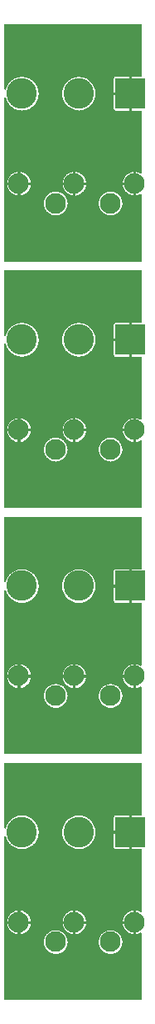
<source format=gtl>
%FSLAX33Y33*%
%MOMM*%
%AMRect-W3100000-H3100000-RO1.500*
21,1,3.1,3.1,0.,0.,90*%
%ADD10C,0.0508*%
%ADD11C,0.68834*%
%ADD12C,2.1*%
%ADD13C,3.1*%
%ADD14Rect-W3100000-H3100000-RO1.500*%
D10*
%LNpour fill*%
G01*
X14500Y82240D02*
X14500Y82240D01*
X14434Y82276*
X14344Y82220*
X14344Y82220*
X14079Y82127*
X14079Y82127*
X13902Y82107*
X13901Y82107*
X13901Y82358*
X13699Y82358*
X13699Y82107*
X13698Y82107*
X13521Y82127*
X13521Y82127*
X13256Y82220*
X13256Y82220*
X13018Y82369*
X13018Y82369*
X12819Y82568*
X12819Y82568*
X12670Y82806*
X12670Y82806*
X12577Y83071*
X12577Y83071*
X12557Y83248*
X12557Y83249*
X12801Y83249*
X12801Y83451*
X12557Y83451*
X12557Y83452*
X12577Y83629*
X12577Y83629*
X12670Y83894*
X12670Y83894*
X12819Y84132*
X12819Y84132*
X13018Y84331*
X13018Y84331*
X13256Y84480*
X13256Y84480*
X13521Y84573*
X13521Y84573*
X13698Y84593*
X13699Y84593*
X13699Y84342*
X13901Y84342*
X13901Y84593*
X13902Y84593*
X14079Y84573*
X14079Y84573*
X14344Y84480*
X14344Y84480*
X14434Y84424*
X14500Y84460*
X14500Y90746*
X13501Y90746*
X13501Y90746*
X13501Y91001*
X13299Y91001*
X13299Y90746*
X13299Y90746*
X11850Y90746*
X11850Y90746*
X11818Y90748*
X11818Y90748*
X11787Y90756*
X11787Y90756*
X11757Y90768*
X11757Y90768*
X11730Y90785*
X11730Y90785*
X11705Y90805*
X11705Y90805*
X11685Y90830*
X11685Y90830*
X11668Y90857*
X11668Y90857*
X11656Y90887*
X11656Y90887*
X11648Y90918*
X11648Y90918*
X11646Y90950*
X11646Y90950*
X11646Y92399*
X11646Y92399*
X11901Y92399*
X11901Y92601*
X11646Y92601*
X11646Y92601*
X11646Y94050*
X11646Y94050*
X11648Y94082*
X11648Y94082*
X11656Y94113*
X11656Y94113*
X11668Y94143*
X11668Y94143*
X11685Y94170*
X11685Y94170*
X11705Y94195*
X11705Y94195*
X11730Y94215*
X11730Y94215*
X11757Y94232*
X11757Y94232*
X11787Y94244*
X11787Y94244*
X11818Y94252*
X11818Y94252*
X11850Y94254*
X11850Y94254*
X13299Y94254*
X13299Y94254*
X13299Y93999*
X13501Y93999*
X13501Y94254*
X13501Y94254*
X14500Y94254*
X14500Y99500*
X0500Y99500*
X0500Y92954*
X0606Y92936*
X0719Y93261*
X0719Y93261*
X0928Y93594*
X0928Y93594*
X1206Y93872*
X1206Y93872*
X1539Y94081*
X1539Y94081*
X1910Y94210*
X1910Y94210*
X2300Y94254*
X2300Y94254*
X2690Y94210*
X2690Y94210*
X3061Y94081*
X3061Y94081*
X3394Y93872*
X3394Y93872*
X3672Y93594*
X3672Y93594*
X3881Y93261*
X3881Y93261*
X4010Y92890*
X4010Y92890*
X4054Y92500*
X4054Y92500*
X4010Y92110*
X4010Y92110*
X3881Y91739*
X3881Y91739*
X3672Y91406*
X3672Y91406*
X3394Y91128*
X3394Y91128*
X3061Y90919*
X3061Y90919*
X2690Y90790*
X2690Y90790*
X2300Y90746*
X2300Y90746*
X1910Y90790*
X1910Y90790*
X1539Y90919*
X1539Y90919*
X1206Y91128*
X1206Y91128*
X0928Y91406*
X0928Y91406*
X0719Y91739*
X0719Y91739*
X0606Y92064*
X0500Y92046*
X0500Y75500*
X14500Y75500*
X14500Y82240*
X8100Y90746D02*
X7710Y90790D01*
X7339Y90920*
X7006Y91129*
X6729Y91406*
X6520Y91739*
X6390Y92110*
X6346Y92500*
X6390Y92890*
X6520Y93261*
X6729Y93594*
X7006Y93871*
X7339Y94080*
X7710Y94210*
X8100Y94254*
X8490Y94210*
X8861Y94080*
X9194Y93871*
X9471Y93594*
X9680Y93261*
X9810Y92890*
X9854Y92500*
X9810Y92110*
X9680Y91739*
X9471Y91406*
X9194Y91129*
X8861Y90920*
X8490Y90790*
X8100Y90746*
X7752Y82107D02*
X7752Y82358D01*
X7548Y82358*
X7548Y82107*
X7371Y82127*
X7106Y82220*
X6868Y82369*
X6669Y82568*
X6520Y82806*
X6427Y83071*
X6407Y83248*
X6651Y83248*
X6651Y83452*
X6407Y83452*
X6427Y83629*
X6520Y83894*
X6669Y84132*
X6868Y84331*
X7106Y84480*
X7371Y84573*
X7548Y84593*
X7548Y84342*
X7752Y84342*
X7752Y84593*
X7929Y84573*
X8194Y84480*
X8432Y84331*
X8631Y84132*
X8780Y83894*
X8873Y83629*
X8893Y83452*
X8649Y83452*
X8649Y83248*
X8893Y83248*
X8873Y83071*
X8780Y82806*
X8631Y82568*
X8432Y82369*
X8194Y82220*
X7929Y82127*
X7752Y82107*
X1898Y82107D02*
X1721Y82127D01*
X1456Y82220*
X1218Y82369*
X1019Y82568*
X0870Y82806*
X0777Y83071*
X0757Y83248*
X1001Y83248*
X1001Y83452*
X0757Y83452*
X0777Y83629*
X0870Y83894*
X1019Y84132*
X1218Y84331*
X1456Y84480*
X1721Y84573*
X1898Y84593*
X1898Y84342*
X2102Y84342*
X2102Y84593*
X2279Y84573*
X2544Y84480*
X2782Y84331*
X2981Y84132*
X3130Y83894*
X3223Y83629*
X3243Y83452*
X2999Y83452*
X2999Y83248*
X3243Y83248*
X3223Y83071*
X3130Y82806*
X2981Y82568*
X2782Y82369*
X2544Y82220*
X2279Y82127*
X2102Y82107*
X2102Y82358*
X1898Y82358*
X1898Y82107*
X11350Y80096D02*
X11071Y80127D01*
X10806Y80220*
X10568Y80369*
X10369Y80568*
X10220Y80806*
X10127Y81071*
X10096Y81350*
X10127Y81629*
X10220Y81894*
X10369Y82132*
X10568Y82331*
X10806Y82480*
X11071Y82573*
X11350Y82604*
X11629Y82573*
X11894Y82480*
X12132Y82331*
X12331Y82132*
X12480Y81894*
X12573Y81629*
X12604Y81350*
X12573Y81071*
X12480Y80806*
X12331Y80568*
X12132Y80369*
X11894Y80220*
X11629Y80127*
X11350Y80096*
X5750Y80096D02*
X5471Y80127D01*
X5206Y80220*
X4968Y80369*
X4769Y80568*
X4620Y80806*
X4527Y81071*
X4496Y81350*
X4527Y81629*
X4620Y81894*
X4769Y82132*
X4968Y82331*
X5206Y82480*
X5471Y82573*
X5750Y82604*
X6029Y82573*
X6294Y82480*
X6532Y82331*
X6731Y82132*
X6880Y81894*
X6973Y81629*
X7004Y81350*
X6973Y81071*
X6880Y80806*
X6731Y80568*
X6532Y80369*
X6294Y80220*
X6029Y80127*
X5750Y80096*
X0500Y75550D02*
X14500Y75550D01*
X0500Y75599D02*
X14500Y75599D01*
X0500Y75649D02*
X14500Y75649D01*
X0500Y75698D02*
X14500Y75698D01*
X0500Y75748D02*
X14500Y75748D01*
X0500Y75797D02*
X14500Y75797D01*
X0500Y75847D02*
X14500Y75847D01*
X0500Y75896D02*
X14500Y75896D01*
X0500Y75946D02*
X14500Y75946D01*
X0500Y75995D02*
X14500Y75995D01*
X0500Y76045D02*
X14500Y76045D01*
X0500Y76094D02*
X14500Y76094D01*
X0500Y76144D02*
X14500Y76144D01*
X0500Y76193D02*
X14500Y76193D01*
X0500Y76243D02*
X14500Y76243D01*
X0500Y76292D02*
X14500Y76292D01*
X0500Y76342D02*
X14500Y76342D01*
X0500Y76392D02*
X14500Y76392D01*
X0500Y76441D02*
X14500Y76441D01*
X0500Y76491D02*
X14500Y76491D01*
X0500Y76540D02*
X14500Y76540D01*
X0500Y76590D02*
X14500Y76590D01*
X0500Y76639D02*
X14500Y76639D01*
X0500Y76689D02*
X14500Y76689D01*
X0500Y76738D02*
X14500Y76738D01*
X0500Y76788D02*
X14500Y76788D01*
X0500Y76837D02*
X14500Y76837D01*
X0500Y76887D02*
X14500Y76887D01*
X0500Y76936D02*
X14500Y76936D01*
X0500Y76986D02*
X14500Y76986D01*
X0500Y77035D02*
X14500Y77035D01*
X0500Y77085D02*
X14500Y77085D01*
X0500Y77134D02*
X14500Y77134D01*
X0500Y77184D02*
X14500Y77184D01*
X0500Y77234D02*
X14500Y77234D01*
X0500Y77283D02*
X14500Y77283D01*
X0500Y77333D02*
X14500Y77333D01*
X0500Y77382D02*
X14500Y77382D01*
X0500Y77432D02*
X14500Y77432D01*
X0500Y77481D02*
X14500Y77481D01*
X0500Y77531D02*
X14500Y77531D01*
X0500Y77580D02*
X14500Y77580D01*
X0500Y77630D02*
X14500Y77630D01*
X0500Y77679D02*
X14500Y77679D01*
X0500Y77729D02*
X14500Y77729D01*
X0500Y77778D02*
X14500Y77778D01*
X0500Y77828D02*
X14500Y77828D01*
X0500Y77877D02*
X14500Y77877D01*
X0500Y77927D02*
X14500Y77927D01*
X0500Y77977D02*
X14500Y77977D01*
X0500Y78026D02*
X14500Y78026D01*
X0500Y78076D02*
X14500Y78076D01*
X0500Y78125D02*
X14500Y78125D01*
X0500Y78175D02*
X14500Y78175D01*
X0500Y78224D02*
X14500Y78224D01*
X0500Y78274D02*
X14500Y78274D01*
X0500Y78323D02*
X14500Y78323D01*
X0500Y78373D02*
X14500Y78373D01*
X0500Y78422D02*
X14500Y78422D01*
X0500Y78472D02*
X14500Y78472D01*
X0500Y78521D02*
X14500Y78521D01*
X0500Y78571D02*
X14500Y78571D01*
X0500Y78620D02*
X14500Y78620D01*
X0500Y78670D02*
X14500Y78670D01*
X0500Y78719D02*
X14500Y78719D01*
X0500Y78769D02*
X14500Y78769D01*
X0500Y78819D02*
X14500Y78819D01*
X0500Y78868D02*
X14500Y78868D01*
X0500Y78918D02*
X14500Y78918D01*
X0500Y78967D02*
X14500Y78967D01*
X0500Y79017D02*
X14500Y79017D01*
X0500Y79066D02*
X14500Y79066D01*
X0500Y79116D02*
X14500Y79116D01*
X0500Y79165D02*
X14500Y79165D01*
X0500Y79215D02*
X14500Y79215D01*
X0500Y79264D02*
X14500Y79264D01*
X0500Y79314D02*
X14500Y79314D01*
X0500Y79363D02*
X14500Y79363D01*
X0500Y79413D02*
X14500Y79413D01*
X0500Y79462D02*
X14500Y79462D01*
X0500Y79512D02*
X14500Y79512D01*
X0500Y79561D02*
X14500Y79561D01*
X0500Y79611D02*
X14500Y79611D01*
X0500Y79661D02*
X14500Y79661D01*
X0500Y79710D02*
X14500Y79710D01*
X0500Y79760D02*
X14500Y79760D01*
X0500Y79809D02*
X14500Y79809D01*
X0500Y79859D02*
X14500Y79859D01*
X0500Y79908D02*
X14500Y79908D01*
X0500Y79958D02*
X14500Y79958D01*
X0500Y80007D02*
X14500Y80007D01*
X0500Y80057D02*
X14500Y80057D01*
X0500Y80106D02*
X5655Y80106D01*
X5845Y80106D02*
X11255Y80106D01*
X11445Y80106D02*
X14500Y80106D01*
X0500Y80156D02*
X5388Y80156D01*
X6112Y80156D02*
X10988Y80156D01*
X11712Y80156D02*
X14500Y80156D01*
X0500Y80205D02*
X5247Y80205D01*
X6253Y80205D02*
X10847Y80205D01*
X11853Y80205D02*
X14500Y80205D01*
X0500Y80255D02*
X5150Y80255D01*
X6350Y80255D02*
X10750Y80255D01*
X11950Y80255D02*
X14500Y80255D01*
X0500Y80304D02*
X5071Y80304D01*
X6429Y80304D02*
X10671Y80304D01*
X12029Y80304D02*
X14500Y80304D01*
X0500Y80354D02*
X4992Y80354D01*
X6508Y80354D02*
X10592Y80354D01*
X12108Y80354D02*
X14500Y80354D01*
X0500Y80403D02*
X4934Y80403D01*
X6566Y80403D02*
X10534Y80403D01*
X12166Y80403D02*
X14500Y80403D01*
X0500Y80453D02*
X4884Y80453D01*
X6616Y80453D02*
X10484Y80453D01*
X12216Y80453D02*
X14500Y80453D01*
X0500Y80503D02*
X4835Y80503D01*
X6665Y80503D02*
X10435Y80503D01*
X12265Y80503D02*
X14500Y80503D01*
X0500Y80552D02*
X4785Y80552D01*
X6715Y80552D02*
X10385Y80552D01*
X12315Y80552D02*
X14500Y80552D01*
X0500Y80602D02*
X4748Y80602D01*
X6752Y80602D02*
X10348Y80602D01*
X12352Y80602D02*
X14500Y80602D01*
X0500Y80651D02*
X4717Y80651D01*
X6783Y80651D02*
X10317Y80651D01*
X12383Y80651D02*
X14500Y80651D01*
X0500Y80701D02*
X4686Y80701D01*
X6814Y80701D02*
X10286Y80701D01*
X12414Y80701D02*
X14500Y80701D01*
X0500Y80750D02*
X4655Y80750D01*
X6845Y80750D02*
X10255Y80750D01*
X12445Y80750D02*
X14500Y80750D01*
X0500Y80800D02*
X4624Y80800D01*
X6876Y80800D02*
X10224Y80800D01*
X12476Y80800D02*
X14500Y80800D01*
X0500Y80849D02*
X4605Y80849D01*
X6895Y80849D02*
X10205Y80849D01*
X12495Y80849D02*
X14500Y80849D01*
X0500Y80899D02*
X4587Y80899D01*
X6913Y80899D02*
X10187Y80899D01*
X12513Y80899D02*
X14500Y80899D01*
X0500Y80948D02*
X4570Y80948D01*
X6930Y80948D02*
X10170Y80948D01*
X12530Y80948D02*
X14500Y80948D01*
X0500Y80998D02*
X4553Y80998D01*
X6947Y80998D02*
X10153Y80998D01*
X12547Y80998D02*
X14500Y80998D01*
X0500Y81047D02*
X4535Y81047D01*
X6965Y81047D02*
X10135Y81047D01*
X12565Y81047D02*
X14500Y81047D01*
X0500Y81097D02*
X4524Y81097D01*
X6976Y81097D02*
X10124Y81097D01*
X12576Y81097D02*
X14500Y81097D01*
X0500Y81146D02*
X4518Y81146D01*
X6982Y81146D02*
X10118Y81146D01*
X12582Y81146D02*
X14500Y81146D01*
X0500Y81196D02*
X4513Y81196D01*
X6987Y81196D02*
X10113Y81196D01*
X12587Y81196D02*
X14500Y81196D01*
X0500Y81245D02*
X4507Y81245D01*
X6993Y81245D02*
X10107Y81245D01*
X12593Y81245D02*
X14500Y81245D01*
X0500Y81295D02*
X4502Y81295D01*
X6998Y81295D02*
X10102Y81295D01*
X12598Y81295D02*
X14500Y81295D01*
X0500Y81345D02*
X4496Y81345D01*
X7004Y81345D02*
X10096Y81345D01*
X12604Y81345D02*
X14500Y81345D01*
X0500Y81394D02*
X4501Y81394D01*
X6999Y81394D02*
X10101Y81394D01*
X12599Y81394D02*
X14500Y81394D01*
X0500Y81444D02*
X4506Y81444D01*
X6994Y81444D02*
X10106Y81444D01*
X12594Y81444D02*
X14500Y81444D01*
X0500Y81493D02*
X4512Y81493D01*
X6988Y81493D02*
X10112Y81493D01*
X12588Y81493D02*
X14500Y81493D01*
X0500Y81543D02*
X4517Y81543D01*
X6983Y81543D02*
X10117Y81543D01*
X12583Y81543D02*
X14500Y81543D01*
X0500Y81592D02*
X4523Y81592D01*
X6977Y81592D02*
X10123Y81592D01*
X12577Y81592D02*
X14500Y81592D01*
X0500Y81642D02*
X4531Y81642D01*
X6969Y81642D02*
X10131Y81642D01*
X12569Y81642D02*
X14500Y81642D01*
X0500Y81691D02*
X4549Y81691D01*
X6951Y81691D02*
X10149Y81691D01*
X12551Y81691D02*
X14500Y81691D01*
X0500Y81741D02*
X4566Y81741D01*
X6934Y81741D02*
X10166Y81741D01*
X12534Y81741D02*
X14500Y81741D01*
X0500Y81790D02*
X4583Y81790D01*
X6917Y81790D02*
X10183Y81790D01*
X12517Y81790D02*
X14500Y81790D01*
X0500Y81840D02*
X4601Y81840D01*
X6899Y81840D02*
X10201Y81840D01*
X12499Y81840D02*
X14500Y81840D01*
X0500Y81889D02*
X4618Y81889D01*
X6882Y81889D02*
X10218Y81889D01*
X12482Y81889D02*
X14500Y81889D01*
X0500Y81939D02*
X4648Y81939D01*
X6852Y81939D02*
X10248Y81939D01*
X12452Y81939D02*
X14500Y81939D01*
X0500Y81988D02*
X4679Y81988D01*
X6821Y81988D02*
X10279Y81988D01*
X12421Y81988D02*
X14500Y81988D01*
X0500Y82038D02*
X4710Y82038D01*
X6790Y82038D02*
X10310Y82038D01*
X12390Y82038D02*
X14500Y82038D01*
X0500Y82087D02*
X4741Y82087D01*
X6759Y82087D02*
X10341Y82087D01*
X12359Y82087D02*
X14500Y82087D01*
X0500Y82137D02*
X1692Y82137D01*
X1899Y82137D02*
X2101Y82137D01*
X2308Y82137D02*
X4774Y82137D01*
X6726Y82137D02*
X7342Y82137D01*
X7549Y82137D02*
X7751Y82137D01*
X7958Y82137D02*
X10374Y82137D01*
X12326Y82137D02*
X13493Y82137D01*
X13698Y82137D02*
X13902Y82137D01*
X14107Y82137D02*
X14500Y82137D01*
X0500Y82187D02*
X1551Y82187D01*
X1899Y82187D02*
X2101Y82187D01*
X2449Y82187D02*
X4824Y82187D01*
X6676Y82187D02*
X7201Y82187D01*
X7549Y82187D02*
X7751Y82187D01*
X8099Y82187D02*
X10424Y82187D01*
X12276Y82187D02*
X13351Y82187D01*
X13698Y82187D02*
X13902Y82187D01*
X14249Y82187D02*
X14500Y82187D01*
X0500Y82236D02*
X1430Y82236D01*
X1899Y82236D02*
X2101Y82236D01*
X2570Y82236D02*
X4873Y82236D01*
X6627Y82236D02*
X7080Y82236D01*
X7549Y82236D02*
X7751Y82236D01*
X8220Y82236D02*
X10473Y82236D01*
X12227Y82236D02*
X13230Y82236D01*
X13698Y82236D02*
X13902Y82236D01*
X14370Y82236D02*
X14500Y82236D01*
X0500Y82286D02*
X1351Y82286D01*
X1899Y82286D02*
X2101Y82286D01*
X2649Y82286D02*
X4923Y82286D01*
X6577Y82286D02*
X7001Y82286D01*
X7549Y82286D02*
X7751Y82286D01*
X8299Y82286D02*
X10523Y82286D01*
X12177Y82286D02*
X13151Y82286D01*
X13698Y82286D02*
X13902Y82286D01*
X0500Y82335D02*
X1272Y82335D01*
X1899Y82335D02*
X2101Y82335D01*
X2728Y82335D02*
X4975Y82335D01*
X6525Y82335D02*
X6922Y82335D01*
X7549Y82335D02*
X7751Y82335D01*
X8378Y82335D02*
X10575Y82335D01*
X12125Y82335D02*
X13073Y82335D01*
X13698Y82335D02*
X13902Y82335D01*
X0500Y82385D02*
X1202Y82385D01*
X2798Y82385D02*
X5054Y82385D01*
X6446Y82385D02*
X6852Y82385D01*
X8448Y82385D02*
X10654Y82385D01*
X12046Y82385D02*
X13003Y82385D01*
X0500Y82434D02*
X1153Y82434D01*
X2847Y82434D02*
X5132Y82434D01*
X6368Y82434D02*
X6803Y82434D01*
X8497Y82434D02*
X10732Y82434D01*
X11968Y82434D02*
X12953Y82434D01*
X0500Y82484D02*
X1103Y82484D01*
X2897Y82484D02*
X5216Y82484D01*
X6284Y82484D02*
X6753Y82484D01*
X8547Y82484D02*
X10816Y82484D01*
X11884Y82484D02*
X12904Y82484D01*
X0500Y82533D02*
X1054Y82533D01*
X2946Y82533D02*
X5357Y82533D01*
X6143Y82533D02*
X6704Y82533D01*
X8596Y82533D02*
X10957Y82533D01*
X11743Y82533D02*
X12854Y82533D01*
X0500Y82583D02*
X1010Y82583D01*
X2990Y82583D02*
X5558Y82583D01*
X5942Y82583D02*
X6660Y82583D01*
X8640Y82583D02*
X11158Y82583D01*
X11542Y82583D02*
X12810Y82583D01*
X0500Y82632D02*
X0979Y82632D01*
X3021Y82632D02*
X6629Y82632D01*
X8671Y82632D02*
X12779Y82632D01*
X0500Y82682D02*
X0948Y82682D01*
X3052Y82682D02*
X6598Y82682D01*
X8702Y82682D02*
X12748Y82682D01*
X0500Y82731D02*
X0916Y82731D01*
X3084Y82731D02*
X6566Y82731D01*
X8734Y82731D02*
X12717Y82731D01*
X0500Y82781D02*
X0885Y82781D01*
X3115Y82781D02*
X6535Y82781D01*
X8765Y82781D02*
X12686Y82781D01*
X0500Y82830D02*
X0861Y82830D01*
X3139Y82830D02*
X6511Y82830D01*
X8789Y82830D02*
X12661Y82830D01*
X0500Y82880D02*
X0844Y82880D01*
X3156Y82880D02*
X6494Y82880D01*
X8806Y82880D02*
X12644Y82880D01*
X0500Y82930D02*
X0826Y82930D01*
X3174Y82930D02*
X6476Y82930D01*
X8824Y82930D02*
X12627Y82930D01*
X0500Y82979D02*
X0809Y82979D01*
X3191Y82979D02*
X6459Y82979D01*
X8841Y82979D02*
X12609Y82979D01*
X0500Y83029D02*
X0792Y83029D01*
X3208Y83029D02*
X6442Y83029D01*
X8858Y83029D02*
X12592Y83029D01*
X0500Y83078D02*
X0776Y83078D01*
X3224Y83078D02*
X6426Y83078D01*
X8874Y83078D02*
X12576Y83078D01*
X0500Y83128D02*
X0771Y83128D01*
X3229Y83128D02*
X6421Y83128D01*
X8879Y83128D02*
X12571Y83128D01*
X0500Y83177D02*
X0765Y83177D01*
X3235Y83177D02*
X6415Y83177D01*
X8885Y83177D02*
X12565Y83177D01*
X0500Y83227D02*
X0759Y83227D01*
X3241Y83227D02*
X6409Y83227D01*
X8891Y83227D02*
X12560Y83227D01*
X0500Y83276D02*
X1001Y83276D01*
X2999Y83276D02*
X6651Y83276D01*
X8649Y83276D02*
X12801Y83276D01*
X0500Y83326D02*
X1001Y83326D01*
X2999Y83326D02*
X6651Y83326D01*
X8649Y83326D02*
X12801Y83326D01*
X0500Y83375D02*
X1001Y83375D01*
X2999Y83375D02*
X6651Y83375D01*
X8649Y83375D02*
X12801Y83375D01*
X0500Y83425D02*
X1001Y83425D01*
X2999Y83425D02*
X6651Y83425D01*
X8649Y83425D02*
X12801Y83425D01*
X0500Y83474D02*
X0760Y83474D01*
X3240Y83474D02*
X6410Y83474D01*
X8890Y83474D02*
X12560Y83474D01*
X0500Y83524D02*
X0765Y83524D01*
X3235Y83524D02*
X6415Y83524D01*
X8885Y83524D02*
X12565Y83524D01*
X0500Y83573D02*
X0771Y83573D01*
X3229Y83573D02*
X6421Y83573D01*
X8879Y83573D02*
X12571Y83573D01*
X0500Y83623D02*
X0776Y83623D01*
X3224Y83623D02*
X6426Y83623D01*
X8874Y83623D02*
X12577Y83623D01*
X0500Y83672D02*
X0792Y83672D01*
X3208Y83672D02*
X6442Y83672D01*
X8858Y83672D02*
X12592Y83672D01*
X0500Y83722D02*
X0809Y83722D01*
X3191Y83722D02*
X6459Y83722D01*
X8841Y83722D02*
X12610Y83722D01*
X0500Y83772D02*
X0827Y83772D01*
X3173Y83772D02*
X6477Y83772D01*
X8823Y83772D02*
X12627Y83772D01*
X0500Y83821D02*
X0844Y83821D01*
X3156Y83821D02*
X6494Y83821D01*
X8806Y83821D02*
X12644Y83821D01*
X0500Y83871D02*
X0861Y83871D01*
X3139Y83871D02*
X6511Y83871D01*
X8789Y83871D02*
X12662Y83871D01*
X0500Y83920D02*
X0886Y83920D01*
X3114Y83920D02*
X6536Y83920D01*
X8764Y83920D02*
X12686Y83920D01*
X0500Y83970D02*
X0917Y83970D01*
X3083Y83970D02*
X6567Y83970D01*
X8733Y83970D02*
X12717Y83970D01*
X0500Y84019D02*
X0948Y84019D01*
X3052Y84019D02*
X6598Y84019D01*
X8702Y84019D02*
X12749Y84019D01*
X0500Y84069D02*
X0979Y84069D01*
X3021Y84069D02*
X6629Y84069D01*
X8671Y84069D02*
X12780Y84069D01*
X0500Y84118D02*
X1010Y84118D01*
X2990Y84118D02*
X6660Y84118D01*
X8640Y84118D02*
X12811Y84118D01*
X0500Y84168D02*
X1055Y84168D01*
X2945Y84168D02*
X6705Y84168D01*
X8595Y84168D02*
X12855Y84168D01*
X0500Y84217D02*
X1104Y84217D01*
X2896Y84217D02*
X6754Y84217D01*
X8546Y84217D02*
X12905Y84217D01*
X0500Y84267D02*
X1154Y84267D01*
X2846Y84267D02*
X6804Y84267D01*
X8496Y84267D02*
X12954Y84267D01*
X0500Y84316D02*
X1203Y84316D01*
X2797Y84316D02*
X6853Y84316D01*
X8447Y84316D02*
X13004Y84316D01*
X0500Y84366D02*
X1274Y84366D01*
X1899Y84366D02*
X2101Y84366D01*
X2726Y84366D02*
X6924Y84366D01*
X7549Y84366D02*
X7751Y84366D01*
X8376Y84366D02*
X13074Y84366D01*
X13698Y84366D02*
X13902Y84366D01*
X0500Y84415D02*
X1353Y84415D01*
X1899Y84415D02*
X2101Y84415D01*
X2647Y84415D02*
X7003Y84415D01*
X7549Y84415D02*
X7751Y84415D01*
X8297Y84415D02*
X13153Y84415D01*
X13698Y84415D02*
X13902Y84415D01*
X0500Y84465D02*
X1431Y84465D01*
X1899Y84465D02*
X2101Y84465D01*
X2569Y84465D02*
X7081Y84465D01*
X7549Y84465D02*
X7751Y84465D01*
X8219Y84465D02*
X13232Y84465D01*
X13698Y84465D02*
X13902Y84465D01*
X14368Y84465D02*
X14500Y84465D01*
X0500Y84514D02*
X1554Y84514D01*
X1899Y84514D02*
X2101Y84514D01*
X2446Y84514D02*
X7204Y84514D01*
X7549Y84514D02*
X7751Y84514D01*
X8096Y84514D02*
X13354Y84514D01*
X13698Y84514D02*
X13902Y84514D01*
X14246Y84514D02*
X14500Y84514D01*
X0500Y84564D02*
X1695Y84564D01*
X1899Y84564D02*
X2101Y84564D01*
X2305Y84564D02*
X7345Y84564D01*
X7549Y84564D02*
X7751Y84564D01*
X7955Y84564D02*
X13496Y84564D01*
X13698Y84564D02*
X13902Y84564D01*
X14104Y84564D02*
X14500Y84564D01*
X0500Y84614D02*
X14500Y84614D01*
X0500Y84663D02*
X14500Y84663D01*
X0500Y84713D02*
X14500Y84713D01*
X0500Y84762D02*
X14500Y84762D01*
X0500Y84812D02*
X14500Y84812D01*
X0500Y84861D02*
X14500Y84861D01*
X0500Y84911D02*
X14500Y84911D01*
X0500Y84960D02*
X14500Y84960D01*
X0500Y85010D02*
X14500Y85010D01*
X0500Y85059D02*
X14500Y85059D01*
X0500Y85109D02*
X14500Y85109D01*
X0500Y85158D02*
X14500Y85158D01*
X0500Y85208D02*
X14500Y85208D01*
X0500Y85257D02*
X14500Y85257D01*
X0500Y85307D02*
X14500Y85307D01*
X0500Y85356D02*
X14500Y85356D01*
X0500Y85406D02*
X14500Y85406D01*
X0500Y85456D02*
X14500Y85456D01*
X0500Y85505D02*
X14500Y85505D01*
X0500Y85555D02*
X14500Y85555D01*
X0500Y85604D02*
X14500Y85604D01*
X0500Y85654D02*
X14500Y85654D01*
X0500Y85703D02*
X14500Y85703D01*
X0500Y85753D02*
X14500Y85753D01*
X0500Y85802D02*
X14500Y85802D01*
X0500Y85852D02*
X14500Y85852D01*
X0500Y85901D02*
X14500Y85901D01*
X0500Y85951D02*
X14500Y85951D01*
X0500Y86000D02*
X14500Y86000D01*
X0500Y86050D02*
X14500Y86050D01*
X0500Y86099D02*
X14500Y86099D01*
X0500Y86149D02*
X14500Y86149D01*
X0500Y86198D02*
X14500Y86198D01*
X0500Y86248D02*
X14500Y86248D01*
X0500Y86298D02*
X14500Y86298D01*
X0500Y86347D02*
X14500Y86347D01*
X0500Y86397D02*
X14500Y86397D01*
X0500Y86446D02*
X14500Y86446D01*
X0500Y86496D02*
X14500Y86496D01*
X0500Y86545D02*
X14500Y86545D01*
X0500Y86595D02*
X14500Y86595D01*
X0500Y86644D02*
X14500Y86644D01*
X0500Y86694D02*
X14500Y86694D01*
X0500Y86743D02*
X14500Y86743D01*
X0500Y86793D02*
X14500Y86793D01*
X0500Y86842D02*
X14500Y86842D01*
X0500Y86892D02*
X14500Y86892D01*
X0500Y86941D02*
X14500Y86941D01*
X0500Y86991D02*
X14500Y86991D01*
X0500Y87040D02*
X14500Y87040D01*
X0500Y87090D02*
X14500Y87090D01*
X0500Y87140D02*
X14500Y87140D01*
X0500Y87189D02*
X14500Y87189D01*
X0500Y87239D02*
X14500Y87239D01*
X0500Y87288D02*
X14500Y87288D01*
X0500Y87338D02*
X14500Y87338D01*
X0500Y87387D02*
X14500Y87387D01*
X0500Y87437D02*
X14500Y87437D01*
X0500Y87486D02*
X14500Y87486D01*
X0500Y87536D02*
X14500Y87536D01*
X0500Y87585D02*
X14500Y87585D01*
X0500Y87635D02*
X14500Y87635D01*
X0500Y87684D02*
X14500Y87684D01*
X0500Y87734D02*
X14500Y87734D01*
X0500Y87783D02*
X14500Y87783D01*
X0500Y87833D02*
X14500Y87833D01*
X0500Y87882D02*
X14500Y87882D01*
X0500Y87932D02*
X14500Y87932D01*
X0500Y87982D02*
X14500Y87982D01*
X0500Y88031D02*
X14500Y88031D01*
X0500Y88081D02*
X14500Y88081D01*
X0500Y88130D02*
X14500Y88130D01*
X0500Y88180D02*
X14500Y88180D01*
X0500Y88229D02*
X14500Y88229D01*
X0500Y88279D02*
X14500Y88279D01*
X0500Y88328D02*
X14500Y88328D01*
X0500Y88378D02*
X14500Y88378D01*
X0500Y88427D02*
X14500Y88427D01*
X0500Y88477D02*
X14500Y88477D01*
X0500Y88526D02*
X14500Y88526D01*
X0500Y88576D02*
X14500Y88576D01*
X0500Y88625D02*
X14500Y88625D01*
X0500Y88675D02*
X14500Y88675D01*
X0500Y88725D02*
X14500Y88725D01*
X0500Y88774D02*
X14500Y88774D01*
X0500Y88824D02*
X14500Y88824D01*
X0500Y88873D02*
X14500Y88873D01*
X0500Y88923D02*
X14500Y88923D01*
X0500Y88972D02*
X14500Y88972D01*
X0500Y89022D02*
X14500Y89022D01*
X0500Y89071D02*
X14500Y89071D01*
X0500Y89121D02*
X14500Y89121D01*
X0500Y89170D02*
X14500Y89170D01*
X0500Y89220D02*
X14500Y89220D01*
X0500Y89269D02*
X14500Y89269D01*
X0500Y89319D02*
X14500Y89319D01*
X0500Y89368D02*
X14500Y89368D01*
X0500Y89418D02*
X14500Y89418D01*
X0500Y89467D02*
X14500Y89467D01*
X0500Y89517D02*
X14500Y89517D01*
X0500Y89567D02*
X14500Y89567D01*
X0500Y89616D02*
X14500Y89616D01*
X0500Y89666D02*
X14500Y89666D01*
X0500Y89715D02*
X14500Y89715D01*
X0500Y89765D02*
X14500Y89765D01*
X0500Y89814D02*
X14500Y89814D01*
X0500Y89864D02*
X14500Y89864D01*
X0500Y89913D02*
X14500Y89913D01*
X0500Y89963D02*
X14500Y89963D01*
X0500Y90012D02*
X14500Y90012D01*
X0500Y90062D02*
X14500Y90062D01*
X0500Y90111D02*
X14500Y90111D01*
X0500Y90161D02*
X14500Y90161D01*
X0500Y90210D02*
X14500Y90210D01*
X0500Y90260D02*
X14500Y90260D01*
X0500Y90309D02*
X14500Y90309D01*
X0500Y90359D02*
X14500Y90359D01*
X0500Y90409D02*
X14500Y90409D01*
X0500Y90458D02*
X14500Y90458D01*
X0500Y90508D02*
X14500Y90508D01*
X0500Y90557D02*
X14500Y90557D01*
X0500Y90607D02*
X14500Y90607D01*
X0500Y90656D02*
X14500Y90656D01*
X0500Y90706D02*
X14500Y90706D01*
X0500Y90755D02*
X2216Y90755D01*
X2384Y90755D02*
X8014Y90755D01*
X8186Y90755D02*
X11789Y90755D01*
X13298Y90755D02*
X13502Y90755D01*
X0500Y90805D02*
X1867Y90805D01*
X2733Y90805D02*
X7666Y90805D01*
X8534Y90805D02*
X11707Y90805D01*
X13298Y90805D02*
X13502Y90805D01*
X0500Y90854D02*
X1725Y90854D01*
X2875Y90854D02*
X7524Y90854D01*
X8675Y90854D02*
X11670Y90854D01*
X13298Y90854D02*
X13502Y90854D01*
X0500Y90904D02*
X1584Y90904D01*
X3016Y90904D02*
X7383Y90904D01*
X8817Y90904D02*
X11652Y90904D01*
X13298Y90904D02*
X13502Y90904D01*
X0500Y90953D02*
X1485Y90953D01*
X3115Y90953D02*
X7285Y90953D01*
X8915Y90953D02*
X11646Y90953D01*
X13298Y90953D02*
X13502Y90953D01*
X0500Y91003D02*
X1406Y91003D01*
X3194Y91003D02*
X7206Y91003D01*
X8994Y91003D02*
X11646Y91003D01*
X0500Y91052D02*
X1327Y91052D01*
X3273Y91052D02*
X7127Y91052D01*
X9073Y91052D02*
X11646Y91052D01*
X0500Y91102D02*
X1249Y91102D01*
X3351Y91102D02*
X7048Y91102D01*
X9152Y91102D02*
X11646Y91102D01*
X0500Y91151D02*
X1183Y91151D01*
X3417Y91151D02*
X6983Y91151D01*
X9217Y91151D02*
X11646Y91151D01*
X0500Y91201D02*
X1134Y91201D01*
X3466Y91201D02*
X6933Y91201D01*
X9267Y91201D02*
X11646Y91201D01*
X0500Y91251D02*
X1084Y91251D01*
X3516Y91251D02*
X6884Y91251D01*
X9316Y91251D02*
X11646Y91251D01*
X0500Y91300D02*
X1035Y91300D01*
X3565Y91300D02*
X6834Y91300D01*
X9366Y91300D02*
X11646Y91300D01*
X0500Y91350D02*
X0985Y91350D01*
X3615Y91350D02*
X6785Y91350D01*
X9415Y91350D02*
X11646Y91350D01*
X0500Y91399D02*
X0936Y91399D01*
X3664Y91399D02*
X6735Y91399D01*
X9465Y91399D02*
X11646Y91399D01*
X0500Y91449D02*
X0902Y91449D01*
X3698Y91449D02*
X6702Y91449D01*
X9498Y91449D02*
X11646Y91449D01*
X0500Y91498D02*
X0871Y91498D01*
X3729Y91498D02*
X6670Y91498D01*
X9530Y91498D02*
X11646Y91498D01*
X0500Y91548D02*
X0840Y91548D01*
X3760Y91548D02*
X6639Y91548D01*
X9561Y91548D02*
X11646Y91548D01*
X0500Y91597D02*
X0809Y91597D01*
X3791Y91597D02*
X6608Y91597D01*
X9592Y91597D02*
X11646Y91597D01*
X0500Y91647D02*
X0777Y91647D01*
X3823Y91647D02*
X6577Y91647D01*
X9623Y91647D02*
X11646Y91647D01*
X0500Y91696D02*
X0746Y91696D01*
X3854Y91696D02*
X6546Y91696D01*
X9654Y91696D02*
X11646Y91696D01*
X0500Y91746D02*
X0717Y91746D01*
X3883Y91746D02*
X6517Y91746D01*
X9683Y91746D02*
X11646Y91746D01*
X0500Y91795D02*
X0700Y91795D01*
X3900Y91795D02*
X6499Y91795D01*
X9701Y91795D02*
X11646Y91795D01*
X0500Y91845D02*
X0682Y91845D01*
X3918Y91845D02*
X6482Y91845D01*
X9718Y91845D02*
X11646Y91845D01*
X0500Y91894D02*
X0665Y91894D01*
X3935Y91894D02*
X6465Y91894D01*
X9735Y91894D02*
X11646Y91894D01*
X0500Y91944D02*
X0648Y91944D01*
X3952Y91944D02*
X6447Y91944D01*
X9753Y91944D02*
X11646Y91944D01*
X0500Y91993D02*
X0630Y91993D01*
X3970Y91993D02*
X6430Y91993D01*
X9770Y91993D02*
X11646Y91993D01*
X0500Y92043D02*
X0613Y92043D01*
X3987Y92043D02*
X6413Y92043D01*
X9787Y92043D02*
X11646Y92043D01*
X4004Y92093D02*
X6395Y92093D01*
X9805Y92093D02*
X11646Y92093D01*
X4014Y92142D02*
X6386Y92142D01*
X9814Y92142D02*
X11646Y92142D01*
X4019Y92192D02*
X6380Y92192D01*
X9820Y92192D02*
X11646Y92192D01*
X4025Y92241D02*
X6375Y92241D01*
X9825Y92241D02*
X11646Y92241D01*
X4031Y92291D02*
X6369Y92291D01*
X9831Y92291D02*
X11646Y92291D01*
X4036Y92340D02*
X6364Y92340D01*
X9836Y92340D02*
X11646Y92340D01*
X4042Y92390D02*
X6358Y92390D01*
X9842Y92390D02*
X11646Y92390D01*
X4047Y92439D02*
X6352Y92439D01*
X9848Y92439D02*
X11901Y92439D01*
X4053Y92489D02*
X6347Y92489D01*
X9853Y92489D02*
X11901Y92489D01*
X4050Y92538D02*
X6350Y92538D01*
X9850Y92538D02*
X11901Y92538D01*
X4044Y92588D02*
X6355Y92588D01*
X9845Y92588D02*
X11901Y92588D01*
X4039Y92637D02*
X6361Y92637D01*
X9839Y92637D02*
X11646Y92637D01*
X4033Y92687D02*
X6367Y92687D01*
X9833Y92687D02*
X11646Y92687D01*
X4028Y92736D02*
X6372Y92736D01*
X9828Y92736D02*
X11646Y92736D01*
X4022Y92786D02*
X6378Y92786D01*
X9822Y92786D02*
X11646Y92786D01*
X4016Y92835D02*
X6383Y92835D01*
X9817Y92835D02*
X11646Y92835D01*
X4011Y92885D02*
X6389Y92885D01*
X9811Y92885D02*
X11646Y92885D01*
X3995Y92935D02*
X6405Y92935D01*
X9795Y92935D02*
X11646Y92935D01*
X0500Y92984D02*
X0623Y92984D01*
X3977Y92984D02*
X6422Y92984D01*
X9778Y92984D02*
X11646Y92984D01*
X0500Y93034D02*
X0640Y93034D01*
X3960Y93034D02*
X6440Y93034D01*
X9760Y93034D02*
X11646Y93034D01*
X0500Y93083D02*
X0657Y93083D01*
X3943Y93083D02*
X6457Y93083D01*
X9743Y93083D02*
X11646Y93083D01*
X0500Y93133D02*
X0675Y93133D01*
X3925Y93133D02*
X6474Y93133D01*
X9726Y93133D02*
X11646Y93133D01*
X0500Y93182D02*
X0692Y93182D01*
X3908Y93182D02*
X6492Y93182D01*
X9708Y93182D02*
X11646Y93182D01*
X0500Y93232D02*
X0709Y93232D01*
X3891Y93232D02*
X6509Y93232D01*
X9691Y93232D02*
X11646Y93232D01*
X0500Y93281D02*
X0732Y93281D01*
X3868Y93281D02*
X6532Y93281D01*
X9668Y93281D02*
X11646Y93281D01*
X0500Y93331D02*
X0763Y93331D01*
X3837Y93331D02*
X6563Y93331D01*
X9637Y93331D02*
X11646Y93331D01*
X0500Y93380D02*
X0794Y93380D01*
X3806Y93380D02*
X6594Y93380D01*
X9606Y93380D02*
X11646Y93380D01*
X0500Y93430D02*
X0826Y93430D01*
X3774Y93430D02*
X6625Y93430D01*
X9575Y93430D02*
X11646Y93430D01*
X0500Y93479D02*
X0857Y93479D01*
X3743Y93479D02*
X6656Y93479D01*
X9544Y93479D02*
X11646Y93479D01*
X0500Y93529D02*
X0888Y93529D01*
X3712Y93529D02*
X6687Y93529D01*
X9513Y93529D02*
X11646Y93529D01*
X0500Y93578D02*
X0919Y93578D01*
X3681Y93578D02*
X6719Y93578D01*
X9481Y93578D02*
X11646Y93578D01*
X0500Y93628D02*
X0963Y93628D01*
X3637Y93628D02*
X6762Y93628D01*
X9438Y93628D02*
X11646Y93628D01*
X0500Y93678D02*
X1012Y93678D01*
X3588Y93678D02*
X6812Y93678D01*
X9388Y93678D02*
X11646Y93678D01*
X0500Y93727D02*
X1062Y93727D01*
X3538Y93727D02*
X6861Y93727D01*
X9339Y93727D02*
X11646Y93727D01*
X0500Y93777D02*
X1111Y93777D01*
X3489Y93777D02*
X6911Y93777D01*
X9289Y93777D02*
X11646Y93777D01*
X0500Y93826D02*
X1161Y93826D01*
X3439Y93826D02*
X6961Y93826D01*
X9239Y93826D02*
X11646Y93826D01*
X0500Y93876D02*
X1213Y93876D01*
X3387Y93876D02*
X7012Y93876D01*
X9188Y93876D02*
X11646Y93876D01*
X0500Y93925D02*
X1292Y93925D01*
X3308Y93925D02*
X7091Y93925D01*
X9109Y93925D02*
X11646Y93925D01*
X0500Y93975D02*
X1371Y93975D01*
X3229Y93975D02*
X7170Y93975D01*
X9030Y93975D02*
X11646Y93975D01*
X0500Y94024D02*
X1449Y94024D01*
X3151Y94024D02*
X7249Y94024D01*
X8951Y94024D02*
X11646Y94024D01*
X13298Y94024D02*
X13502Y94024D01*
X0500Y94074D02*
X1528Y94074D01*
X3072Y94074D02*
X7328Y94074D01*
X8872Y94074D02*
X11648Y94074D01*
X13298Y94074D02*
X13502Y94074D01*
X0500Y94123D02*
X1661Y94123D01*
X2939Y94123D02*
X7460Y94123D01*
X8740Y94123D02*
X11660Y94123D01*
X13298Y94123D02*
X13502Y94123D01*
X0500Y94173D02*
X1803Y94173D01*
X2797Y94173D02*
X7602Y94173D01*
X8598Y94173D02*
X11687Y94173D01*
X13298Y94173D02*
X13502Y94173D01*
X0500Y94222D02*
X2017Y94222D01*
X2583Y94222D02*
X7815Y94222D01*
X8385Y94222D02*
X11742Y94222D01*
X13298Y94222D02*
X13502Y94222D01*
X0500Y94272D02*
X14500Y94272D01*
X0500Y94321D02*
X14500Y94321D01*
X0500Y94371D02*
X14500Y94371D01*
X0500Y94420D02*
X14500Y94420D01*
X0500Y94470D02*
X14500Y94470D01*
X0500Y94520D02*
X14500Y94520D01*
X0500Y94569D02*
X14500Y94569D01*
X0500Y94619D02*
X14500Y94619D01*
X0500Y94668D02*
X14500Y94668D01*
X0500Y94718D02*
X14500Y94718D01*
X0500Y94767D02*
X14500Y94767D01*
X0500Y94817D02*
X14500Y94817D01*
X0500Y94866D02*
X14500Y94866D01*
X0500Y94916D02*
X14500Y94916D01*
X0500Y94965D02*
X14500Y94965D01*
X0500Y95015D02*
X14500Y95015D01*
X0500Y95064D02*
X14500Y95064D01*
X0500Y95114D02*
X14500Y95114D01*
X0500Y95163D02*
X14500Y95163D01*
X0500Y95213D02*
X14500Y95213D01*
X0500Y95262D02*
X14500Y95262D01*
X0500Y95312D02*
X14500Y95312D01*
X0500Y95362D02*
X14500Y95362D01*
X0500Y95411D02*
X14500Y95411D01*
X0500Y95461D02*
X14500Y95461D01*
X0500Y95510D02*
X14500Y95510D01*
X0500Y95560D02*
X14500Y95560D01*
X0500Y95609D02*
X14500Y95609D01*
X0500Y95659D02*
X14500Y95659D01*
X0500Y95708D02*
X14500Y95708D01*
X0500Y95758D02*
X14500Y95758D01*
X0500Y95807D02*
X14500Y95807D01*
X0500Y95857D02*
X14500Y95857D01*
X0500Y95906D02*
X14500Y95906D01*
X0500Y95956D02*
X14500Y95956D01*
X0500Y96005D02*
X14500Y96005D01*
X0500Y96055D02*
X14500Y96055D01*
X0500Y96104D02*
X14500Y96104D01*
X0500Y96154D02*
X14500Y96154D01*
X0500Y96204D02*
X14500Y96204D01*
X0500Y96253D02*
X14500Y96253D01*
X0500Y96303D02*
X14500Y96303D01*
X0500Y96352D02*
X14500Y96352D01*
X0500Y96402D02*
X14500Y96402D01*
X0500Y96451D02*
X14500Y96451D01*
X0500Y96501D02*
X14500Y96501D01*
X0500Y96550D02*
X14500Y96550D01*
X0500Y96600D02*
X14500Y96600D01*
X0500Y96649D02*
X14500Y96649D01*
X0500Y96699D02*
X14500Y96699D01*
X0500Y96748D02*
X14500Y96748D01*
X0500Y96798D02*
X14500Y96798D01*
X0500Y96847D02*
X14500Y96847D01*
X0500Y96897D02*
X14500Y96897D01*
X0500Y96946D02*
X14500Y96946D01*
X0500Y96996D02*
X14500Y96996D01*
X0500Y97046D02*
X14500Y97046D01*
X0500Y97095D02*
X14500Y97095D01*
X0500Y97145D02*
X14500Y97145D01*
X0500Y97194D02*
X14500Y97194D01*
X0500Y97244D02*
X14500Y97244D01*
X0500Y97293D02*
X14500Y97293D01*
X0500Y97343D02*
X14500Y97343D01*
X0500Y97392D02*
X14500Y97392D01*
X0500Y97442D02*
X14500Y97442D01*
X0500Y97491D02*
X14500Y97491D01*
X0500Y97541D02*
X14500Y97541D01*
X0500Y97590D02*
X14500Y97590D01*
X0500Y97640D02*
X14500Y97640D01*
X0500Y97689D02*
X14500Y97689D01*
X0500Y97739D02*
X14500Y97739D01*
X0500Y97788D02*
X14500Y97788D01*
X0500Y97838D02*
X14500Y97838D01*
X0500Y97888D02*
X14500Y97888D01*
X0500Y97937D02*
X14500Y97937D01*
X0500Y97987D02*
X14500Y97987D01*
X0500Y98036D02*
X14500Y98036D01*
X0500Y98086D02*
X14500Y98086D01*
X0500Y98135D02*
X14500Y98135D01*
X0500Y98185D02*
X14500Y98185D01*
X0500Y98234D02*
X14500Y98234D01*
X0500Y98284D02*
X14500Y98284D01*
X0500Y98333D02*
X14500Y98333D01*
X0500Y98383D02*
X14500Y98383D01*
X0500Y98432D02*
X14500Y98432D01*
X0500Y98482D02*
X14500Y98482D01*
X0500Y98531D02*
X14500Y98531D01*
X0500Y98581D02*
X14500Y98581D01*
X0500Y98631D02*
X14500Y98631D01*
X0500Y98680D02*
X14500Y98680D01*
X0500Y98730D02*
X14500Y98730D01*
X0500Y98779D02*
X14500Y98779D01*
X0500Y98829D02*
X14500Y98829D01*
X0500Y98878D02*
X14500Y98878D01*
X0500Y98928D02*
X14500Y98928D01*
X0500Y98977D02*
X14500Y98977D01*
X0500Y99027D02*
X14500Y99027D01*
X0500Y99076D02*
X14500Y99076D01*
X0500Y99126D02*
X14500Y99126D01*
X0500Y99175D02*
X14500Y99175D01*
X0500Y99225D02*
X14500Y99225D01*
X0500Y99274D02*
X14500Y99274D01*
X0500Y99324D02*
X14500Y99324D01*
X0500Y99373D02*
X14500Y99373D01*
X0500Y99423D02*
X14500Y99423D01*
X0500Y99473D02*
X14500Y99473D01*
%LNpour fill*%
X14500Y7240D02*
X14500Y7240D01*
X14434Y7276*
X14344Y7220*
X14344Y7220*
X14079Y7127*
X14079Y7127*
X13902Y7107*
X13901Y7107*
X13901Y7358*
X13699Y7358*
X13699Y7107*
X13698Y7107*
X13521Y7127*
X13521Y7127*
X13256Y7220*
X13256Y7220*
X13018Y7369*
X13018Y7369*
X12819Y7568*
X12819Y7568*
X12670Y7806*
X12670Y7806*
X12577Y8071*
X12577Y8071*
X12557Y8248*
X12557Y8249*
X12801Y8249*
X12801Y8451*
X12557Y8451*
X12557Y8452*
X12577Y8629*
X12577Y8629*
X12670Y8894*
X12670Y8894*
X12819Y9132*
X12819Y9132*
X13018Y9331*
X13018Y9331*
X13256Y9480*
X13256Y9480*
X13521Y9573*
X13521Y9573*
X13698Y9593*
X13699Y9593*
X13699Y9342*
X13901Y9342*
X13901Y9593*
X13902Y9593*
X14079Y9573*
X14079Y9573*
X14344Y9480*
X14344Y9480*
X14434Y9424*
X14500Y9460*
X14500Y15746*
X13501Y15746*
X13501Y15746*
X13501Y16001*
X13299Y16001*
X13299Y15746*
X13299Y15746*
X11850Y15746*
X11850Y15746*
X11818Y15748*
X11818Y15748*
X11787Y15756*
X11787Y15756*
X11757Y15768*
X11757Y15768*
X11730Y15785*
X11730Y15785*
X11705Y15805*
X11705Y15805*
X11685Y15830*
X11685Y15830*
X11668Y15857*
X11668Y15857*
X11656Y15887*
X11656Y15887*
X11648Y15918*
X11648Y15918*
X11646Y15950*
X11646Y15950*
X11646Y17399*
X11646Y17399*
X11901Y17399*
X11901Y17601*
X11646Y17601*
X11646Y17601*
X11646Y19050*
X11646Y19050*
X11648Y19082*
X11648Y19082*
X11656Y19113*
X11656Y19113*
X11668Y19143*
X11668Y19143*
X11685Y19170*
X11685Y19170*
X11705Y19195*
X11705Y19195*
X11730Y19215*
X11730Y19215*
X11757Y19232*
X11757Y19232*
X11787Y19244*
X11787Y19244*
X11818Y19252*
X11818Y19252*
X11850Y19254*
X11850Y19254*
X13299Y19254*
X13299Y19254*
X13299Y18999*
X13501Y18999*
X13501Y19254*
X13501Y19254*
X14500Y19254*
X14500Y24500*
X0500Y24500*
X0500Y17954*
X0606Y17936*
X0719Y18261*
X0719Y18261*
X0928Y18594*
X0928Y18594*
X1206Y18872*
X1206Y18872*
X1539Y19081*
X1539Y19081*
X1910Y19210*
X1910Y19210*
X2300Y19254*
X2300Y19254*
X2690Y19210*
X2690Y19210*
X3061Y19081*
X3061Y19081*
X3394Y18872*
X3394Y18872*
X3672Y18594*
X3672Y18594*
X3881Y18261*
X3881Y18261*
X4010Y17890*
X4010Y17890*
X4054Y17500*
X4054Y17500*
X4010Y17110*
X4010Y17110*
X3881Y16739*
X3881Y16739*
X3672Y16406*
X3672Y16406*
X3394Y16128*
X3394Y16128*
X3061Y15919*
X3061Y15919*
X2690Y15790*
X2690Y15790*
X2300Y15746*
X2300Y15746*
X1910Y15790*
X1910Y15790*
X1539Y15919*
X1539Y15919*
X1206Y16128*
X1206Y16128*
X0928Y16406*
X0928Y16406*
X0719Y16739*
X0719Y16739*
X0606Y17064*
X0500Y17046*
X0500Y0500*
X14500Y0500*
X14500Y7240*
X8100Y15746D02*
X7710Y15790D01*
X7339Y15920*
X7006Y16129*
X6729Y16406*
X6520Y16739*
X6390Y17110*
X6346Y17500*
X6390Y17890*
X6520Y18261*
X6729Y18594*
X7006Y18871*
X7339Y19080*
X7710Y19210*
X8100Y19254*
X8490Y19210*
X8861Y19080*
X9194Y18871*
X9471Y18594*
X9680Y18261*
X9810Y17890*
X9854Y17500*
X9810Y17110*
X9680Y16739*
X9471Y16406*
X9194Y16129*
X8861Y15920*
X8490Y15790*
X8100Y15746*
X7752Y7107D02*
X7752Y7358D01*
X7548Y7358*
X7548Y7107*
X7371Y7127*
X7106Y7220*
X6868Y7369*
X6669Y7568*
X6520Y7806*
X6427Y8071*
X6407Y8248*
X6651Y8248*
X6651Y8452*
X6407Y8452*
X6427Y8629*
X6520Y8894*
X6669Y9132*
X6868Y9331*
X7106Y9480*
X7371Y9573*
X7548Y9593*
X7548Y9342*
X7752Y9342*
X7752Y9593*
X7929Y9573*
X8194Y9480*
X8432Y9331*
X8631Y9132*
X8780Y8894*
X8873Y8629*
X8893Y8452*
X8649Y8452*
X8649Y8248*
X8893Y8248*
X8873Y8071*
X8780Y7806*
X8631Y7568*
X8432Y7369*
X8194Y7220*
X7929Y7127*
X7752Y7107*
X1898Y7107D02*
X1721Y7127D01*
X1456Y7220*
X1218Y7369*
X1019Y7568*
X0870Y7806*
X0777Y8071*
X0757Y8248*
X1001Y8248*
X1001Y8452*
X0757Y8452*
X0777Y8629*
X0870Y8894*
X1019Y9132*
X1218Y9331*
X1456Y9480*
X1721Y9573*
X1898Y9593*
X1898Y9342*
X2102Y9342*
X2102Y9593*
X2279Y9573*
X2544Y9480*
X2782Y9331*
X2981Y9132*
X3130Y8894*
X3223Y8629*
X3243Y8452*
X2999Y8452*
X2999Y8248*
X3243Y8248*
X3223Y8071*
X3130Y7806*
X2981Y7568*
X2782Y7369*
X2544Y7220*
X2279Y7127*
X2102Y7107*
X2102Y7358*
X1898Y7358*
X1898Y7107*
X11350Y5096D02*
X11071Y5127D01*
X10806Y5220*
X10568Y5369*
X10369Y5568*
X10220Y5806*
X10127Y6071*
X10096Y6350*
X10127Y6629*
X10220Y6894*
X10369Y7132*
X10568Y7331*
X10806Y7480*
X11071Y7573*
X11350Y7604*
X11629Y7573*
X11894Y7480*
X12132Y7331*
X12331Y7132*
X12480Y6894*
X12573Y6629*
X12604Y6350*
X12573Y6071*
X12480Y5806*
X12331Y5568*
X12132Y5369*
X11894Y5220*
X11629Y5127*
X11350Y5096*
X5750Y5096D02*
X5471Y5127D01*
X5206Y5220*
X4968Y5369*
X4769Y5568*
X4620Y5806*
X4527Y6071*
X4496Y6350*
X4527Y6629*
X4620Y6894*
X4769Y7132*
X4968Y7331*
X5206Y7480*
X5471Y7573*
X5750Y7604*
X6029Y7573*
X6294Y7480*
X6532Y7331*
X6731Y7132*
X6880Y6894*
X6973Y6629*
X7004Y6350*
X6973Y6071*
X6880Y5806*
X6731Y5568*
X6532Y5369*
X6294Y5220*
X6029Y5127*
X5750Y5096*
X0500Y0550D02*
X14500Y0550D01*
X0500Y0599D02*
X14500Y0599D01*
X0500Y0649D02*
X14500Y0649D01*
X0500Y0698D02*
X14500Y0698D01*
X0500Y0748D02*
X14500Y0748D01*
X0500Y0797D02*
X14500Y0797D01*
X0500Y0847D02*
X14500Y0847D01*
X0500Y0896D02*
X14500Y0896D01*
X0500Y0946D02*
X14500Y0946D01*
X0500Y0995D02*
X14500Y0995D01*
X0500Y1045D02*
X14500Y1045D01*
X0500Y1094D02*
X14500Y1094D01*
X0500Y1144D02*
X14500Y1144D01*
X0500Y1193D02*
X14500Y1193D01*
X0500Y1243D02*
X14500Y1243D01*
X0500Y1292D02*
X14500Y1292D01*
X0500Y1342D02*
X14500Y1342D01*
X0500Y1392D02*
X14500Y1392D01*
X0500Y1441D02*
X14500Y1441D01*
X0500Y1491D02*
X14500Y1491D01*
X0500Y1540D02*
X14500Y1540D01*
X0500Y1590D02*
X14500Y1590D01*
X0500Y1639D02*
X14500Y1639D01*
X0500Y1689D02*
X14500Y1689D01*
X0500Y1738D02*
X14500Y1738D01*
X0500Y1788D02*
X14500Y1788D01*
X0500Y1837D02*
X14500Y1837D01*
X0500Y1887D02*
X14500Y1887D01*
X0500Y1936D02*
X14500Y1936D01*
X0500Y1986D02*
X14500Y1986D01*
X0500Y2035D02*
X14500Y2035D01*
X0500Y2085D02*
X14500Y2085D01*
X0500Y2134D02*
X14500Y2134D01*
X0500Y2184D02*
X14500Y2184D01*
X0500Y2234D02*
X14500Y2234D01*
X0500Y2283D02*
X14500Y2283D01*
X0500Y2333D02*
X14500Y2333D01*
X0500Y2382D02*
X14500Y2382D01*
X0500Y2432D02*
X14500Y2432D01*
X0500Y2481D02*
X14500Y2481D01*
X0500Y2531D02*
X14500Y2531D01*
X0500Y2580D02*
X14500Y2580D01*
X0500Y2630D02*
X14500Y2630D01*
X0500Y2679D02*
X14500Y2679D01*
X0500Y2729D02*
X14500Y2729D01*
X0500Y2778D02*
X14500Y2778D01*
X0500Y2828D02*
X14500Y2828D01*
X0500Y2877D02*
X14500Y2877D01*
X0500Y2927D02*
X14500Y2927D01*
X0500Y2977D02*
X14500Y2977D01*
X0500Y3026D02*
X14500Y3026D01*
X0500Y3076D02*
X14500Y3076D01*
X0500Y3125D02*
X14500Y3125D01*
X0500Y3175D02*
X14500Y3175D01*
X0500Y3224D02*
X14500Y3224D01*
X0500Y3274D02*
X14500Y3274D01*
X0500Y3323D02*
X14500Y3323D01*
X0500Y3373D02*
X14500Y3373D01*
X0500Y3422D02*
X14500Y3422D01*
X0500Y3472D02*
X14500Y3472D01*
X0500Y3521D02*
X14500Y3521D01*
X0500Y3571D02*
X14500Y3571D01*
X0500Y3620D02*
X14500Y3620D01*
X0500Y3670D02*
X14500Y3670D01*
X0500Y3719D02*
X14500Y3719D01*
X0500Y3769D02*
X14500Y3769D01*
X0500Y3819D02*
X14500Y3819D01*
X0500Y3868D02*
X14500Y3868D01*
X0500Y3918D02*
X14500Y3918D01*
X0500Y3967D02*
X14500Y3967D01*
X0500Y4017D02*
X14500Y4017D01*
X0500Y4066D02*
X14500Y4066D01*
X0500Y4116D02*
X14500Y4116D01*
X0500Y4165D02*
X14500Y4165D01*
X0500Y4215D02*
X14500Y4215D01*
X0500Y4264D02*
X14500Y4264D01*
X0500Y4314D02*
X14500Y4314D01*
X0500Y4363D02*
X14500Y4363D01*
X0500Y4413D02*
X14500Y4413D01*
X0500Y4462D02*
X14500Y4462D01*
X0500Y4512D02*
X14500Y4512D01*
X0500Y4561D02*
X14500Y4561D01*
X0500Y4611D02*
X14500Y4611D01*
X0500Y4661D02*
X14500Y4661D01*
X0500Y4710D02*
X14500Y4710D01*
X0500Y4760D02*
X14500Y4760D01*
X0500Y4809D02*
X14500Y4809D01*
X0500Y4859D02*
X14500Y4859D01*
X0500Y4908D02*
X14500Y4908D01*
X0500Y4958D02*
X14500Y4958D01*
X0500Y5007D02*
X14500Y5007D01*
X0500Y5057D02*
X14500Y5057D01*
X0500Y5106D02*
X5655Y5106D01*
X5845Y5106D02*
X11255Y5106D01*
X11445Y5106D02*
X14500Y5106D01*
X0500Y5156D02*
X5388Y5156D01*
X6112Y5156D02*
X10988Y5156D01*
X11712Y5156D02*
X14500Y5156D01*
X0500Y5205D02*
X5247Y5205D01*
X6253Y5205D02*
X10847Y5205D01*
X11853Y5205D02*
X14500Y5205D01*
X0500Y5255D02*
X5150Y5255D01*
X6350Y5255D02*
X10750Y5255D01*
X11950Y5255D02*
X14500Y5255D01*
X0500Y5304D02*
X5071Y5304D01*
X6429Y5304D02*
X10671Y5304D01*
X12029Y5304D02*
X14500Y5304D01*
X0500Y5354D02*
X4992Y5354D01*
X6508Y5354D02*
X10592Y5354D01*
X12108Y5354D02*
X14500Y5354D01*
X0500Y5403D02*
X4934Y5403D01*
X6566Y5403D02*
X10534Y5403D01*
X12166Y5403D02*
X14500Y5403D01*
X0500Y5453D02*
X4884Y5453D01*
X6616Y5453D02*
X10484Y5453D01*
X12216Y5453D02*
X14500Y5453D01*
X0500Y5503D02*
X4835Y5503D01*
X6665Y5503D02*
X10435Y5503D01*
X12265Y5503D02*
X14500Y5503D01*
X0500Y5552D02*
X4785Y5552D01*
X6715Y5552D02*
X10385Y5552D01*
X12315Y5552D02*
X14500Y5552D01*
X0500Y5602D02*
X4748Y5602D01*
X6752Y5602D02*
X10348Y5602D01*
X12352Y5602D02*
X14500Y5602D01*
X0500Y5651D02*
X4717Y5651D01*
X6783Y5651D02*
X10317Y5651D01*
X12383Y5651D02*
X14500Y5651D01*
X0500Y5701D02*
X4686Y5701D01*
X6814Y5701D02*
X10286Y5701D01*
X12414Y5701D02*
X14500Y5701D01*
X0500Y5750D02*
X4655Y5750D01*
X6845Y5750D02*
X10255Y5750D01*
X12445Y5750D02*
X14500Y5750D01*
X0500Y5800D02*
X4624Y5800D01*
X6876Y5800D02*
X10224Y5800D01*
X12476Y5800D02*
X14500Y5800D01*
X0500Y5849D02*
X4605Y5849D01*
X6895Y5849D02*
X10205Y5849D01*
X12495Y5849D02*
X14500Y5849D01*
X0500Y5899D02*
X4587Y5899D01*
X6913Y5899D02*
X10187Y5899D01*
X12513Y5899D02*
X14500Y5899D01*
X0500Y5948D02*
X4570Y5948D01*
X6930Y5948D02*
X10170Y5948D01*
X12530Y5948D02*
X14500Y5948D01*
X0500Y5998D02*
X4553Y5998D01*
X6947Y5998D02*
X10153Y5998D01*
X12547Y5998D02*
X14500Y5998D01*
X0500Y6047D02*
X4535Y6047D01*
X6965Y6047D02*
X10135Y6047D01*
X12565Y6047D02*
X14500Y6047D01*
X0500Y6097D02*
X4524Y6097D01*
X6976Y6097D02*
X10124Y6097D01*
X12576Y6097D02*
X14500Y6097D01*
X0500Y6146D02*
X4518Y6146D01*
X6982Y6146D02*
X10118Y6146D01*
X12582Y6146D02*
X14500Y6146D01*
X0500Y6196D02*
X4513Y6196D01*
X6987Y6196D02*
X10113Y6196D01*
X12587Y6196D02*
X14500Y6196D01*
X0500Y6245D02*
X4507Y6245D01*
X6993Y6245D02*
X10107Y6245D01*
X12593Y6245D02*
X14500Y6245D01*
X0500Y6295D02*
X4502Y6295D01*
X6998Y6295D02*
X10102Y6295D01*
X12598Y6295D02*
X14500Y6295D01*
X0500Y6345D02*
X4496Y6345D01*
X7004Y6345D02*
X10096Y6345D01*
X12604Y6345D02*
X14500Y6345D01*
X0500Y6394D02*
X4501Y6394D01*
X6999Y6394D02*
X10101Y6394D01*
X12599Y6394D02*
X14500Y6394D01*
X0500Y6444D02*
X4506Y6444D01*
X6994Y6444D02*
X10106Y6444D01*
X12594Y6444D02*
X14500Y6444D01*
X0500Y6493D02*
X4512Y6493D01*
X6988Y6493D02*
X10112Y6493D01*
X12588Y6493D02*
X14500Y6493D01*
X0500Y6543D02*
X4517Y6543D01*
X6983Y6543D02*
X10117Y6543D01*
X12583Y6543D02*
X14500Y6543D01*
X0500Y6592D02*
X4523Y6592D01*
X6977Y6592D02*
X10123Y6592D01*
X12577Y6592D02*
X14500Y6592D01*
X0500Y6642D02*
X4531Y6642D01*
X6969Y6642D02*
X10131Y6642D01*
X12569Y6642D02*
X14500Y6642D01*
X0500Y6691D02*
X4549Y6691D01*
X6951Y6691D02*
X10149Y6691D01*
X12551Y6691D02*
X14500Y6691D01*
X0500Y6741D02*
X4566Y6741D01*
X6934Y6741D02*
X10166Y6741D01*
X12534Y6741D02*
X14500Y6741D01*
X0500Y6790D02*
X4583Y6790D01*
X6917Y6790D02*
X10183Y6790D01*
X12517Y6790D02*
X14500Y6790D01*
X0500Y6840D02*
X4601Y6840D01*
X6899Y6840D02*
X10201Y6840D01*
X12499Y6840D02*
X14500Y6840D01*
X0500Y6889D02*
X4618Y6889D01*
X6882Y6889D02*
X10218Y6889D01*
X12482Y6889D02*
X14500Y6889D01*
X0500Y6939D02*
X4648Y6939D01*
X6852Y6939D02*
X10248Y6939D01*
X12452Y6939D02*
X14500Y6939D01*
X0500Y6988D02*
X4679Y6988D01*
X6821Y6988D02*
X10279Y6988D01*
X12421Y6988D02*
X14500Y6988D01*
X0500Y7038D02*
X4710Y7038D01*
X6790Y7038D02*
X10310Y7038D01*
X12390Y7038D02*
X14500Y7038D01*
X0500Y7087D02*
X4741Y7087D01*
X6759Y7087D02*
X10341Y7087D01*
X12359Y7087D02*
X14500Y7087D01*
X0500Y7137D02*
X1692Y7137D01*
X1899Y7137D02*
X2101Y7137D01*
X2308Y7137D02*
X4774Y7137D01*
X6726Y7137D02*
X7342Y7137D01*
X7549Y7137D02*
X7751Y7137D01*
X7958Y7137D02*
X10374Y7137D01*
X12326Y7137D02*
X13493Y7137D01*
X13698Y7137D02*
X13902Y7137D01*
X14107Y7137D02*
X14500Y7137D01*
X0500Y7187D02*
X1551Y7187D01*
X1899Y7187D02*
X2101Y7187D01*
X2449Y7187D02*
X4824Y7187D01*
X6676Y7187D02*
X7201Y7187D01*
X7549Y7187D02*
X7751Y7187D01*
X8099Y7187D02*
X10424Y7187D01*
X12276Y7187D02*
X13351Y7187D01*
X13698Y7187D02*
X13902Y7187D01*
X14249Y7187D02*
X14500Y7187D01*
X0500Y7236D02*
X1430Y7236D01*
X1899Y7236D02*
X2101Y7236D01*
X2570Y7236D02*
X4873Y7236D01*
X6627Y7236D02*
X7080Y7236D01*
X7549Y7236D02*
X7751Y7236D01*
X8220Y7236D02*
X10473Y7236D01*
X12227Y7236D02*
X13230Y7236D01*
X13698Y7236D02*
X13902Y7236D01*
X14370Y7236D02*
X14500Y7236D01*
X0500Y7286D02*
X1351Y7286D01*
X1899Y7286D02*
X2101Y7286D01*
X2649Y7286D02*
X4923Y7286D01*
X6577Y7286D02*
X7001Y7286D01*
X7549Y7286D02*
X7751Y7286D01*
X8299Y7286D02*
X10523Y7286D01*
X12177Y7286D02*
X13151Y7286D01*
X13698Y7286D02*
X13902Y7286D01*
X0500Y7335D02*
X1272Y7335D01*
X1899Y7335D02*
X2101Y7335D01*
X2728Y7335D02*
X4975Y7335D01*
X6525Y7335D02*
X6922Y7335D01*
X7549Y7335D02*
X7751Y7335D01*
X8378Y7335D02*
X10575Y7335D01*
X12125Y7335D02*
X13073Y7335D01*
X13698Y7335D02*
X13902Y7335D01*
X0500Y7385D02*
X1202Y7385D01*
X2798Y7385D02*
X5054Y7385D01*
X6446Y7385D02*
X6852Y7385D01*
X8448Y7385D02*
X10654Y7385D01*
X12046Y7385D02*
X13003Y7385D01*
X0500Y7434D02*
X1153Y7434D01*
X2847Y7434D02*
X5132Y7434D01*
X6368Y7434D02*
X6803Y7434D01*
X8497Y7434D02*
X10732Y7434D01*
X11968Y7434D02*
X12953Y7434D01*
X0500Y7484D02*
X1103Y7484D01*
X2897Y7484D02*
X5216Y7484D01*
X6284Y7484D02*
X6753Y7484D01*
X8547Y7484D02*
X10816Y7484D01*
X11884Y7484D02*
X12904Y7484D01*
X0500Y7533D02*
X1054Y7533D01*
X2946Y7533D02*
X5357Y7533D01*
X6143Y7533D02*
X6704Y7533D01*
X8596Y7533D02*
X10957Y7533D01*
X11743Y7533D02*
X12854Y7533D01*
X0500Y7583D02*
X1010Y7583D01*
X2990Y7583D02*
X5558Y7583D01*
X5942Y7583D02*
X6660Y7583D01*
X8640Y7583D02*
X11158Y7583D01*
X11542Y7583D02*
X12810Y7583D01*
X0500Y7632D02*
X0979Y7632D01*
X3021Y7632D02*
X6629Y7632D01*
X8671Y7632D02*
X12779Y7632D01*
X0500Y7682D02*
X0948Y7682D01*
X3052Y7682D02*
X6598Y7682D01*
X8702Y7682D02*
X12748Y7682D01*
X0500Y7731D02*
X0916Y7731D01*
X3084Y7731D02*
X6566Y7731D01*
X8734Y7731D02*
X12717Y7731D01*
X0500Y7781D02*
X0885Y7781D01*
X3115Y7781D02*
X6535Y7781D01*
X8765Y7781D02*
X12686Y7781D01*
X0500Y7830D02*
X0861Y7830D01*
X3139Y7830D02*
X6511Y7830D01*
X8789Y7830D02*
X12661Y7830D01*
X0500Y7880D02*
X0844Y7880D01*
X3156Y7880D02*
X6494Y7880D01*
X8806Y7880D02*
X12644Y7880D01*
X0500Y7929D02*
X0826Y7929D01*
X3174Y7929D02*
X6476Y7929D01*
X8824Y7929D02*
X12627Y7929D01*
X0500Y7979D02*
X0809Y7979D01*
X3191Y7979D02*
X6459Y7979D01*
X8841Y7979D02*
X12609Y7979D01*
X0500Y8029D02*
X0792Y8029D01*
X3208Y8029D02*
X6442Y8029D01*
X8858Y8029D02*
X12592Y8029D01*
X0500Y8078D02*
X0776Y8078D01*
X3224Y8078D02*
X6426Y8078D01*
X8874Y8078D02*
X12576Y8078D01*
X0500Y8128D02*
X0771Y8128D01*
X3229Y8128D02*
X6421Y8128D01*
X8879Y8128D02*
X12571Y8128D01*
X0500Y8177D02*
X0765Y8177D01*
X3235Y8177D02*
X6415Y8177D01*
X8885Y8177D02*
X12565Y8177D01*
X0500Y8227D02*
X0759Y8227D01*
X3241Y8227D02*
X6409Y8227D01*
X8891Y8227D02*
X12560Y8227D01*
X0500Y8276D02*
X1001Y8276D01*
X2999Y8276D02*
X6651Y8276D01*
X8649Y8276D02*
X12801Y8276D01*
X0500Y8326D02*
X1001Y8326D01*
X2999Y8326D02*
X6651Y8326D01*
X8649Y8326D02*
X12801Y8326D01*
X0500Y8375D02*
X1001Y8375D01*
X2999Y8375D02*
X6651Y8375D01*
X8649Y8375D02*
X12801Y8375D01*
X0500Y8425D02*
X1001Y8425D01*
X2999Y8425D02*
X6651Y8425D01*
X8649Y8425D02*
X12801Y8425D01*
X0500Y8474D02*
X0760Y8474D01*
X3240Y8474D02*
X6410Y8474D01*
X8890Y8474D02*
X12560Y8474D01*
X0500Y8524D02*
X0765Y8524D01*
X3235Y8524D02*
X6415Y8524D01*
X8885Y8524D02*
X12565Y8524D01*
X0500Y8573D02*
X0771Y8573D01*
X3229Y8573D02*
X6421Y8573D01*
X8879Y8573D02*
X12571Y8573D01*
X0500Y8623D02*
X0776Y8623D01*
X3224Y8623D02*
X6426Y8623D01*
X8874Y8623D02*
X12577Y8623D01*
X0500Y8672D02*
X0792Y8672D01*
X3208Y8672D02*
X6442Y8672D01*
X8858Y8672D02*
X12592Y8672D01*
X0500Y8722D02*
X0809Y8722D01*
X3191Y8722D02*
X6459Y8722D01*
X8841Y8722D02*
X12610Y8722D01*
X0500Y8772D02*
X0827Y8772D01*
X3173Y8772D02*
X6477Y8772D01*
X8823Y8772D02*
X12627Y8772D01*
X0500Y8821D02*
X0844Y8821D01*
X3156Y8821D02*
X6494Y8821D01*
X8806Y8821D02*
X12644Y8821D01*
X0500Y8871D02*
X0861Y8871D01*
X3139Y8871D02*
X6511Y8871D01*
X8789Y8871D02*
X12662Y8871D01*
X0500Y8920D02*
X0886Y8920D01*
X3114Y8920D02*
X6536Y8920D01*
X8764Y8920D02*
X12686Y8920D01*
X0500Y8970D02*
X0917Y8970D01*
X3083Y8970D02*
X6567Y8970D01*
X8733Y8970D02*
X12717Y8970D01*
X0500Y9019D02*
X0948Y9019D01*
X3052Y9019D02*
X6598Y9019D01*
X8702Y9019D02*
X12749Y9019D01*
X0500Y9069D02*
X0979Y9069D01*
X3021Y9069D02*
X6629Y9069D01*
X8671Y9069D02*
X12780Y9069D01*
X0500Y9118D02*
X1010Y9118D01*
X2990Y9118D02*
X6660Y9118D01*
X8640Y9118D02*
X12811Y9118D01*
X0500Y9168D02*
X1055Y9168D01*
X2945Y9168D02*
X6705Y9168D01*
X8595Y9168D02*
X12855Y9168D01*
X0500Y9217D02*
X1104Y9217D01*
X2896Y9217D02*
X6754Y9217D01*
X8546Y9217D02*
X12905Y9217D01*
X0500Y9267D02*
X1154Y9267D01*
X2846Y9267D02*
X6804Y9267D01*
X8496Y9267D02*
X12954Y9267D01*
X0500Y9316D02*
X1203Y9316D01*
X2797Y9316D02*
X6853Y9316D01*
X8447Y9316D02*
X13004Y9316D01*
X0500Y9366D02*
X1274Y9366D01*
X1899Y9366D02*
X2101Y9366D01*
X2726Y9366D02*
X6924Y9366D01*
X7549Y9366D02*
X7751Y9366D01*
X8376Y9366D02*
X13074Y9366D01*
X13698Y9366D02*
X13902Y9366D01*
X0500Y9415D02*
X1353Y9415D01*
X1899Y9415D02*
X2101Y9415D01*
X2647Y9415D02*
X7003Y9415D01*
X7549Y9415D02*
X7751Y9415D01*
X8297Y9415D02*
X13153Y9415D01*
X13698Y9415D02*
X13902Y9415D01*
X0500Y9465D02*
X1431Y9465D01*
X1899Y9465D02*
X2101Y9465D01*
X2569Y9465D02*
X7081Y9465D01*
X7549Y9465D02*
X7751Y9465D01*
X8219Y9465D02*
X13232Y9465D01*
X13698Y9465D02*
X13902Y9465D01*
X14368Y9465D02*
X14500Y9465D01*
X0500Y9514D02*
X1554Y9514D01*
X1899Y9514D02*
X2101Y9514D01*
X2446Y9514D02*
X7204Y9514D01*
X7549Y9514D02*
X7751Y9514D01*
X8096Y9514D02*
X13354Y9514D01*
X13698Y9514D02*
X13902Y9514D01*
X14246Y9514D02*
X14500Y9514D01*
X0500Y9564D02*
X1695Y9564D01*
X1899Y9564D02*
X2101Y9564D01*
X2305Y9564D02*
X7345Y9564D01*
X7549Y9564D02*
X7751Y9564D01*
X7955Y9564D02*
X13496Y9564D01*
X13698Y9564D02*
X13902Y9564D01*
X14104Y9564D02*
X14500Y9564D01*
X0500Y9614D02*
X14500Y9614D01*
X0500Y9663D02*
X14500Y9663D01*
X0500Y9713D02*
X14500Y9713D01*
X0500Y9762D02*
X14500Y9762D01*
X0500Y9812D02*
X14500Y9812D01*
X0500Y9861D02*
X14500Y9861D01*
X0500Y9911D02*
X14500Y9911D01*
X0500Y9960D02*
X14500Y9960D01*
X0500Y10010D02*
X14500Y10010D01*
X0500Y10059D02*
X14500Y10059D01*
X0500Y10109D02*
X14500Y10109D01*
X0500Y10158D02*
X14500Y10158D01*
X0500Y10208D02*
X14500Y10208D01*
X0500Y10257D02*
X14500Y10257D01*
X0500Y10307D02*
X14500Y10307D01*
X0500Y10356D02*
X14500Y10356D01*
X0500Y10406D02*
X14500Y10406D01*
X0500Y10456D02*
X14500Y10456D01*
X0500Y10505D02*
X14500Y10505D01*
X0500Y10555D02*
X14500Y10555D01*
X0500Y10604D02*
X14500Y10604D01*
X0500Y10654D02*
X14500Y10654D01*
X0500Y10703D02*
X14500Y10703D01*
X0500Y10753D02*
X14500Y10753D01*
X0500Y10802D02*
X14500Y10802D01*
X0500Y10852D02*
X14500Y10852D01*
X0500Y10901D02*
X14500Y10901D01*
X0500Y10951D02*
X14500Y10951D01*
X0500Y11000D02*
X14500Y11000D01*
X0500Y11050D02*
X14500Y11050D01*
X0500Y11099D02*
X14500Y11099D01*
X0500Y11149D02*
X14500Y11149D01*
X0500Y11198D02*
X14500Y11198D01*
X0500Y11248D02*
X14500Y11248D01*
X0500Y11298D02*
X14500Y11298D01*
X0500Y11347D02*
X14500Y11347D01*
X0500Y11397D02*
X14500Y11397D01*
X0500Y11446D02*
X14500Y11446D01*
X0500Y11496D02*
X14500Y11496D01*
X0500Y11545D02*
X14500Y11545D01*
X0500Y11595D02*
X14500Y11595D01*
X0500Y11644D02*
X14500Y11644D01*
X0500Y11694D02*
X14500Y11694D01*
X0500Y11743D02*
X14500Y11743D01*
X0500Y11793D02*
X14500Y11793D01*
X0500Y11842D02*
X14500Y11842D01*
X0500Y11892D02*
X14500Y11892D01*
X0500Y11941D02*
X14500Y11941D01*
X0500Y11991D02*
X14500Y11991D01*
X0500Y12040D02*
X14500Y12040D01*
X0500Y12090D02*
X14500Y12090D01*
X0500Y12140D02*
X14500Y12140D01*
X0500Y12189D02*
X14500Y12189D01*
X0500Y12239D02*
X14500Y12239D01*
X0500Y12288D02*
X14500Y12288D01*
X0500Y12338D02*
X14500Y12338D01*
X0500Y12387D02*
X14500Y12387D01*
X0500Y12437D02*
X14500Y12437D01*
X0500Y12486D02*
X14500Y12486D01*
X0500Y12536D02*
X14500Y12536D01*
X0500Y12585D02*
X14500Y12585D01*
X0500Y12635D02*
X14500Y12635D01*
X0500Y12684D02*
X14500Y12684D01*
X0500Y12734D02*
X14500Y12734D01*
X0500Y12783D02*
X14500Y12783D01*
X0500Y12833D02*
X14500Y12833D01*
X0500Y12883D02*
X14500Y12883D01*
X0500Y12932D02*
X14500Y12932D01*
X0500Y12982D02*
X14500Y12982D01*
X0500Y13031D02*
X14500Y13031D01*
X0500Y13081D02*
X14500Y13081D01*
X0500Y13130D02*
X14500Y13130D01*
X0500Y13180D02*
X14500Y13180D01*
X0500Y13229D02*
X14500Y13229D01*
X0500Y13279D02*
X14500Y13279D01*
X0500Y13328D02*
X14500Y13328D01*
X0500Y13378D02*
X14500Y13378D01*
X0500Y13427D02*
X14500Y13427D01*
X0500Y13477D02*
X14500Y13477D01*
X0500Y13526D02*
X14500Y13526D01*
X0500Y13576D02*
X14500Y13576D01*
X0500Y13625D02*
X14500Y13625D01*
X0500Y13675D02*
X14500Y13675D01*
X0500Y13725D02*
X14500Y13725D01*
X0500Y13774D02*
X14500Y13774D01*
X0500Y13824D02*
X14500Y13824D01*
X0500Y13873D02*
X14500Y13873D01*
X0500Y13923D02*
X14500Y13923D01*
X0500Y13972D02*
X14500Y13972D01*
X0500Y14022D02*
X14500Y14022D01*
X0500Y14071D02*
X14500Y14071D01*
X0500Y14121D02*
X14500Y14121D01*
X0500Y14170D02*
X14500Y14170D01*
X0500Y14220D02*
X14500Y14220D01*
X0500Y14269D02*
X14500Y14269D01*
X0500Y14319D02*
X14500Y14319D01*
X0500Y14368D02*
X14500Y14368D01*
X0500Y14418D02*
X14500Y14418D01*
X0500Y14467D02*
X14500Y14467D01*
X0500Y14517D02*
X14500Y14517D01*
X0500Y14567D02*
X14500Y14567D01*
X0500Y14616D02*
X14500Y14616D01*
X0500Y14666D02*
X14500Y14666D01*
X0500Y14715D02*
X14500Y14715D01*
X0500Y14765D02*
X14500Y14765D01*
X0500Y14814D02*
X14500Y14814D01*
X0500Y14864D02*
X14500Y14864D01*
X0500Y14913D02*
X14500Y14913D01*
X0500Y14963D02*
X14500Y14963D01*
X0500Y15012D02*
X14500Y15012D01*
X0500Y15062D02*
X14500Y15062D01*
X0500Y15111D02*
X14500Y15111D01*
X0500Y15161D02*
X14500Y15161D01*
X0500Y15210D02*
X14500Y15210D01*
X0500Y15260D02*
X14500Y15260D01*
X0500Y15309D02*
X14500Y15309D01*
X0500Y15359D02*
X14500Y15359D01*
X0500Y15409D02*
X14500Y15409D01*
X0500Y15458D02*
X14500Y15458D01*
X0500Y15508D02*
X14500Y15508D01*
X0500Y15557D02*
X14500Y15557D01*
X0500Y15607D02*
X14500Y15607D01*
X0500Y15656D02*
X14500Y15656D01*
X0500Y15706D02*
X14500Y15706D01*
X0500Y15755D02*
X2216Y15755D01*
X2384Y15755D02*
X8014Y15755D01*
X8186Y15755D02*
X11789Y15755D01*
X13298Y15755D02*
X13502Y15755D01*
X0500Y15805D02*
X1867Y15805D01*
X2733Y15805D02*
X7666Y15805D01*
X8534Y15805D02*
X11707Y15805D01*
X13298Y15805D02*
X13502Y15805D01*
X0500Y15854D02*
X1725Y15854D01*
X2875Y15854D02*
X7524Y15854D01*
X8675Y15854D02*
X11670Y15854D01*
X13298Y15854D02*
X13502Y15854D01*
X0500Y15904D02*
X1584Y15904D01*
X3016Y15904D02*
X7383Y15904D01*
X8817Y15904D02*
X11652Y15904D01*
X13298Y15904D02*
X13502Y15904D01*
X0500Y15953D02*
X1485Y15953D01*
X3115Y15953D02*
X7285Y15953D01*
X8915Y15953D02*
X11646Y15953D01*
X13298Y15953D02*
X13502Y15953D01*
X0500Y16003D02*
X1406Y16003D01*
X3194Y16003D02*
X7206Y16003D01*
X8994Y16003D02*
X11646Y16003D01*
X0500Y16052D02*
X1327Y16052D01*
X3273Y16052D02*
X7127Y16052D01*
X9073Y16052D02*
X11646Y16052D01*
X0500Y16102D02*
X1249Y16102D01*
X3351Y16102D02*
X7048Y16102D01*
X9152Y16102D02*
X11646Y16102D01*
X0500Y16151D02*
X1183Y16151D01*
X3417Y16151D02*
X6983Y16151D01*
X9217Y16151D02*
X11646Y16151D01*
X0500Y16201D02*
X1134Y16201D01*
X3466Y16201D02*
X6933Y16201D01*
X9267Y16201D02*
X11646Y16201D01*
X0500Y16251D02*
X1084Y16251D01*
X3516Y16251D02*
X6884Y16251D01*
X9316Y16251D02*
X11646Y16251D01*
X0500Y16300D02*
X1035Y16300D01*
X3565Y16300D02*
X6834Y16300D01*
X9366Y16300D02*
X11646Y16300D01*
X0500Y16350D02*
X0985Y16350D01*
X3615Y16350D02*
X6785Y16350D01*
X9415Y16350D02*
X11646Y16350D01*
X0500Y16399D02*
X0936Y16399D01*
X3664Y16399D02*
X6735Y16399D01*
X9465Y16399D02*
X11646Y16399D01*
X0500Y16449D02*
X0902Y16449D01*
X3698Y16449D02*
X6702Y16449D01*
X9498Y16449D02*
X11646Y16449D01*
X0500Y16498D02*
X0871Y16498D01*
X3729Y16498D02*
X6670Y16498D01*
X9530Y16498D02*
X11646Y16498D01*
X0500Y16548D02*
X0840Y16548D01*
X3760Y16548D02*
X6639Y16548D01*
X9561Y16548D02*
X11646Y16548D01*
X0500Y16597D02*
X0809Y16597D01*
X3791Y16597D02*
X6608Y16597D01*
X9592Y16597D02*
X11646Y16597D01*
X0500Y16647D02*
X0777Y16647D01*
X3823Y16647D02*
X6577Y16647D01*
X9623Y16647D02*
X11646Y16647D01*
X0500Y16696D02*
X0746Y16696D01*
X3854Y16696D02*
X6546Y16696D01*
X9654Y16696D02*
X11646Y16696D01*
X0500Y16746D02*
X0717Y16746D01*
X3883Y16746D02*
X6517Y16746D01*
X9683Y16746D02*
X11646Y16746D01*
X0500Y16795D02*
X0700Y16795D01*
X3900Y16795D02*
X6499Y16795D01*
X9701Y16795D02*
X11646Y16795D01*
X0500Y16845D02*
X0682Y16845D01*
X3918Y16845D02*
X6482Y16845D01*
X9718Y16845D02*
X11646Y16845D01*
X0500Y16894D02*
X0665Y16894D01*
X3935Y16894D02*
X6465Y16894D01*
X9735Y16894D02*
X11646Y16894D01*
X0500Y16944D02*
X0648Y16944D01*
X3952Y16944D02*
X6447Y16944D01*
X9753Y16944D02*
X11646Y16944D01*
X0500Y16993D02*
X0630Y16993D01*
X3970Y16993D02*
X6430Y16993D01*
X9770Y16993D02*
X11646Y16993D01*
X0500Y17043D02*
X0613Y17043D01*
X3987Y17043D02*
X6413Y17043D01*
X9787Y17043D02*
X11646Y17043D01*
X4004Y17093D02*
X6395Y17093D01*
X9805Y17093D02*
X11646Y17093D01*
X4014Y17142D02*
X6386Y17142D01*
X9814Y17142D02*
X11646Y17142D01*
X4019Y17192D02*
X6380Y17192D01*
X9820Y17192D02*
X11646Y17192D01*
X4025Y17241D02*
X6375Y17241D01*
X9825Y17241D02*
X11646Y17241D01*
X4031Y17291D02*
X6369Y17291D01*
X9831Y17291D02*
X11646Y17291D01*
X4036Y17340D02*
X6364Y17340D01*
X9836Y17340D02*
X11646Y17340D01*
X4042Y17390D02*
X6358Y17390D01*
X9842Y17390D02*
X11646Y17390D01*
X4047Y17439D02*
X6352Y17439D01*
X9848Y17439D02*
X11901Y17439D01*
X4053Y17489D02*
X6347Y17489D01*
X9853Y17489D02*
X11901Y17489D01*
X4050Y17538D02*
X6350Y17538D01*
X9850Y17538D02*
X11901Y17538D01*
X4044Y17588D02*
X6355Y17588D01*
X9845Y17588D02*
X11901Y17588D01*
X4039Y17637D02*
X6361Y17637D01*
X9839Y17637D02*
X11646Y17637D01*
X4033Y17687D02*
X6367Y17687D01*
X9833Y17687D02*
X11646Y17687D01*
X4028Y17736D02*
X6372Y17736D01*
X9828Y17736D02*
X11646Y17736D01*
X4022Y17786D02*
X6378Y17786D01*
X9822Y17786D02*
X11646Y17786D01*
X4016Y17835D02*
X6383Y17835D01*
X9817Y17835D02*
X11646Y17835D01*
X4011Y17885D02*
X6389Y17885D01*
X9811Y17885D02*
X11646Y17885D01*
X3995Y17935D02*
X6405Y17935D01*
X9795Y17935D02*
X11646Y17935D01*
X0500Y17984D02*
X0623Y17984D01*
X3977Y17984D02*
X6422Y17984D01*
X9778Y17984D02*
X11646Y17984D01*
X0500Y18034D02*
X0640Y18034D01*
X3960Y18034D02*
X6440Y18034D01*
X9760Y18034D02*
X11646Y18034D01*
X0500Y18083D02*
X0657Y18083D01*
X3943Y18083D02*
X6457Y18083D01*
X9743Y18083D02*
X11646Y18083D01*
X0500Y18133D02*
X0675Y18133D01*
X3925Y18133D02*
X6474Y18133D01*
X9726Y18133D02*
X11646Y18133D01*
X0500Y18182D02*
X0692Y18182D01*
X3908Y18182D02*
X6492Y18182D01*
X9708Y18182D02*
X11646Y18182D01*
X0500Y18232D02*
X0709Y18232D01*
X3891Y18232D02*
X6509Y18232D01*
X9691Y18232D02*
X11646Y18232D01*
X0500Y18281D02*
X0732Y18281D01*
X3868Y18281D02*
X6532Y18281D01*
X9668Y18281D02*
X11646Y18281D01*
X0500Y18331D02*
X0763Y18331D01*
X3837Y18331D02*
X6563Y18331D01*
X9637Y18331D02*
X11646Y18331D01*
X0500Y18380D02*
X0794Y18380D01*
X3806Y18380D02*
X6594Y18380D01*
X9606Y18380D02*
X11646Y18380D01*
X0500Y18430D02*
X0826Y18430D01*
X3774Y18430D02*
X6625Y18430D01*
X9575Y18430D02*
X11646Y18430D01*
X0500Y18479D02*
X0857Y18479D01*
X3743Y18479D02*
X6656Y18479D01*
X9544Y18479D02*
X11646Y18479D01*
X0500Y18529D02*
X0888Y18529D01*
X3712Y18529D02*
X6687Y18529D01*
X9513Y18529D02*
X11646Y18529D01*
X0500Y18578D02*
X0919Y18578D01*
X3681Y18578D02*
X6719Y18578D01*
X9481Y18578D02*
X11646Y18578D01*
X0500Y18628D02*
X0963Y18628D01*
X3637Y18628D02*
X6762Y18628D01*
X9438Y18628D02*
X11646Y18628D01*
X0500Y18678D02*
X1012Y18678D01*
X3588Y18678D02*
X6812Y18678D01*
X9388Y18678D02*
X11646Y18678D01*
X0500Y18727D02*
X1062Y18727D01*
X3538Y18727D02*
X6861Y18727D01*
X9339Y18727D02*
X11646Y18727D01*
X0500Y18777D02*
X1111Y18777D01*
X3489Y18777D02*
X6911Y18777D01*
X9289Y18777D02*
X11646Y18777D01*
X0500Y18826D02*
X1161Y18826D01*
X3439Y18826D02*
X6961Y18826D01*
X9239Y18826D02*
X11646Y18826D01*
X0500Y18876D02*
X1213Y18876D01*
X3387Y18876D02*
X7012Y18876D01*
X9188Y18876D02*
X11646Y18876D01*
X0500Y18925D02*
X1292Y18925D01*
X3308Y18925D02*
X7091Y18925D01*
X9109Y18925D02*
X11646Y18925D01*
X0500Y18975D02*
X1371Y18975D01*
X3229Y18975D02*
X7170Y18975D01*
X9030Y18975D02*
X11646Y18975D01*
X0500Y19024D02*
X1449Y19024D01*
X3151Y19024D02*
X7249Y19024D01*
X8951Y19024D02*
X11646Y19024D01*
X13298Y19024D02*
X13502Y19024D01*
X0500Y19074D02*
X1528Y19074D01*
X3072Y19074D02*
X7328Y19074D01*
X8872Y19074D02*
X11648Y19074D01*
X13298Y19074D02*
X13502Y19074D01*
X0500Y19123D02*
X1661Y19123D01*
X2939Y19123D02*
X7460Y19123D01*
X8740Y19123D02*
X11660Y19123D01*
X13298Y19123D02*
X13502Y19123D01*
X0500Y19173D02*
X1803Y19173D01*
X2797Y19173D02*
X7602Y19173D01*
X8598Y19173D02*
X11687Y19173D01*
X13298Y19173D02*
X13502Y19173D01*
X0500Y19222D02*
X2017Y19222D01*
X2583Y19222D02*
X7815Y19222D01*
X8385Y19222D02*
X11742Y19222D01*
X13298Y19222D02*
X13502Y19222D01*
X0500Y19272D02*
X14500Y19272D01*
X0500Y19321D02*
X14500Y19321D01*
X0500Y19371D02*
X14500Y19371D01*
X0500Y19420D02*
X14500Y19420D01*
X0500Y19470D02*
X14500Y19470D01*
X0500Y19520D02*
X14500Y19520D01*
X0500Y19569D02*
X14500Y19569D01*
X0500Y19619D02*
X14500Y19619D01*
X0500Y19668D02*
X14500Y19668D01*
X0500Y19718D02*
X14500Y19718D01*
X0500Y19767D02*
X14500Y19767D01*
X0500Y19817D02*
X14500Y19817D01*
X0500Y19866D02*
X14500Y19866D01*
X0500Y19916D02*
X14500Y19916D01*
X0500Y19965D02*
X14500Y19965D01*
X0500Y20015D02*
X14500Y20015D01*
X0500Y20064D02*
X14500Y20064D01*
X0500Y20114D02*
X14500Y20114D01*
X0500Y20163D02*
X14500Y20163D01*
X0500Y20213D02*
X14500Y20213D01*
X0500Y20262D02*
X14500Y20262D01*
X0500Y20312D02*
X14500Y20312D01*
X0500Y20362D02*
X14500Y20362D01*
X0500Y20411D02*
X14500Y20411D01*
X0500Y20461D02*
X14500Y20461D01*
X0500Y20510D02*
X14500Y20510D01*
X0500Y20560D02*
X14500Y20560D01*
X0500Y20609D02*
X14500Y20609D01*
X0500Y20659D02*
X14500Y20659D01*
X0500Y20708D02*
X14500Y20708D01*
X0500Y20758D02*
X14500Y20758D01*
X0500Y20807D02*
X14500Y20807D01*
X0500Y20857D02*
X14500Y20857D01*
X0500Y20906D02*
X14500Y20906D01*
X0500Y20956D02*
X14500Y20956D01*
X0500Y21005D02*
X14500Y21005D01*
X0500Y21055D02*
X14500Y21055D01*
X0500Y21104D02*
X14500Y21104D01*
X0500Y21154D02*
X14500Y21154D01*
X0500Y21204D02*
X14500Y21204D01*
X0500Y21253D02*
X14500Y21253D01*
X0500Y21303D02*
X14500Y21303D01*
X0500Y21352D02*
X14500Y21352D01*
X0500Y21402D02*
X14500Y21402D01*
X0500Y21451D02*
X14500Y21451D01*
X0500Y21501D02*
X14500Y21501D01*
X0500Y21550D02*
X14500Y21550D01*
X0500Y21600D02*
X14500Y21600D01*
X0500Y21649D02*
X14500Y21649D01*
X0500Y21699D02*
X14500Y21699D01*
X0500Y21748D02*
X14500Y21748D01*
X0500Y21798D02*
X14500Y21798D01*
X0500Y21847D02*
X14500Y21847D01*
X0500Y21897D02*
X14500Y21897D01*
X0500Y21946D02*
X14500Y21946D01*
X0500Y21996D02*
X14500Y21996D01*
X0500Y22046D02*
X14500Y22046D01*
X0500Y22095D02*
X14500Y22095D01*
X0500Y22145D02*
X14500Y22145D01*
X0500Y22194D02*
X14500Y22194D01*
X0500Y22244D02*
X14500Y22244D01*
X0500Y22293D02*
X14500Y22293D01*
X0500Y22343D02*
X14500Y22343D01*
X0500Y22392D02*
X14500Y22392D01*
X0500Y22442D02*
X14500Y22442D01*
X0500Y22491D02*
X14500Y22491D01*
X0500Y22541D02*
X14500Y22541D01*
X0500Y22590D02*
X14500Y22590D01*
X0500Y22640D02*
X14500Y22640D01*
X0500Y22689D02*
X14500Y22689D01*
X0500Y22739D02*
X14500Y22739D01*
X0500Y22788D02*
X14500Y22788D01*
X0500Y22838D02*
X14500Y22838D01*
X0500Y22888D02*
X14500Y22888D01*
X0500Y22937D02*
X14500Y22937D01*
X0500Y22987D02*
X14500Y22987D01*
X0500Y23036D02*
X14500Y23036D01*
X0500Y23086D02*
X14500Y23086D01*
X0500Y23135D02*
X14500Y23135D01*
X0500Y23185D02*
X14500Y23185D01*
X0500Y23234D02*
X14500Y23234D01*
X0500Y23284D02*
X14500Y23284D01*
X0500Y23333D02*
X14500Y23333D01*
X0500Y23383D02*
X14500Y23383D01*
X0500Y23432D02*
X14500Y23432D01*
X0500Y23482D02*
X14500Y23482D01*
X0500Y23531D02*
X14500Y23531D01*
X0500Y23581D02*
X14500Y23581D01*
X0500Y23631D02*
X14500Y23631D01*
X0500Y23680D02*
X14500Y23680D01*
X0500Y23730D02*
X14500Y23730D01*
X0500Y23779D02*
X14500Y23779D01*
X0500Y23829D02*
X14500Y23829D01*
X0500Y23878D02*
X14500Y23878D01*
X0500Y23928D02*
X14500Y23928D01*
X0500Y23977D02*
X14500Y23977D01*
X0500Y24027D02*
X14500Y24027D01*
X0500Y24076D02*
X14500Y24076D01*
X0500Y24126D02*
X14500Y24126D01*
X0500Y24175D02*
X14500Y24175D01*
X0500Y24225D02*
X14500Y24225D01*
X0500Y24274D02*
X14500Y24274D01*
X0500Y24324D02*
X14500Y24324D01*
X0500Y24373D02*
X14500Y24373D01*
X0500Y24423D02*
X14500Y24423D01*
X0500Y24473D02*
X14500Y24473D01*
%LNpour fill*%
X14500Y32240D02*
X14500Y32240D01*
X14434Y32276*
X14344Y32220*
X14344Y32220*
X14079Y32127*
X14079Y32127*
X13902Y32107*
X13901Y32107*
X13901Y32358*
X13699Y32358*
X13699Y32107*
X13698Y32107*
X13521Y32127*
X13521Y32127*
X13256Y32220*
X13256Y32220*
X13018Y32369*
X13018Y32369*
X12819Y32568*
X12819Y32568*
X12670Y32806*
X12670Y32806*
X12577Y33071*
X12577Y33071*
X12557Y33248*
X12557Y33249*
X12801Y33249*
X12801Y33451*
X12557Y33451*
X12557Y33452*
X12577Y33629*
X12577Y33629*
X12670Y33894*
X12670Y33894*
X12819Y34132*
X12819Y34132*
X13018Y34331*
X13018Y34331*
X13256Y34480*
X13256Y34480*
X13521Y34573*
X13521Y34573*
X13698Y34593*
X13699Y34593*
X13699Y34342*
X13901Y34342*
X13901Y34593*
X13902Y34593*
X14079Y34573*
X14079Y34573*
X14344Y34480*
X14344Y34480*
X14434Y34424*
X14500Y34460*
X14500Y40746*
X13501Y40746*
X13501Y40746*
X13501Y41001*
X13299Y41001*
X13299Y40746*
X13299Y40746*
X11850Y40746*
X11850Y40746*
X11818Y40748*
X11818Y40748*
X11787Y40756*
X11787Y40756*
X11757Y40768*
X11757Y40768*
X11730Y40785*
X11730Y40785*
X11705Y40805*
X11705Y40805*
X11685Y40830*
X11685Y40830*
X11668Y40857*
X11668Y40857*
X11656Y40887*
X11656Y40887*
X11648Y40918*
X11648Y40918*
X11646Y40950*
X11646Y40950*
X11646Y42399*
X11646Y42399*
X11901Y42399*
X11901Y42601*
X11646Y42601*
X11646Y42601*
X11646Y44050*
X11646Y44050*
X11648Y44082*
X11648Y44082*
X11656Y44113*
X11656Y44113*
X11668Y44143*
X11668Y44143*
X11685Y44170*
X11685Y44170*
X11705Y44195*
X11705Y44195*
X11730Y44215*
X11730Y44215*
X11757Y44232*
X11757Y44232*
X11787Y44244*
X11787Y44244*
X11818Y44252*
X11818Y44252*
X11850Y44254*
X11850Y44254*
X13299Y44254*
X13299Y44254*
X13299Y43999*
X13501Y43999*
X13501Y44254*
X13501Y44254*
X14500Y44254*
X14500Y49500*
X0500Y49500*
X0500Y42954*
X0606Y42936*
X0719Y43261*
X0719Y43261*
X0928Y43594*
X0928Y43594*
X1206Y43872*
X1206Y43872*
X1539Y44081*
X1539Y44081*
X1910Y44210*
X1910Y44210*
X2300Y44254*
X2300Y44254*
X2690Y44210*
X2690Y44210*
X3061Y44081*
X3061Y44081*
X3394Y43872*
X3394Y43872*
X3672Y43594*
X3672Y43594*
X3881Y43261*
X3881Y43261*
X4010Y42890*
X4010Y42890*
X4054Y42500*
X4054Y42500*
X4010Y42110*
X4010Y42110*
X3881Y41739*
X3881Y41739*
X3672Y41406*
X3672Y41406*
X3394Y41128*
X3394Y41128*
X3061Y40919*
X3061Y40919*
X2690Y40790*
X2690Y40790*
X2300Y40746*
X2300Y40746*
X1910Y40790*
X1910Y40790*
X1539Y40919*
X1539Y40919*
X1206Y41128*
X1206Y41128*
X0928Y41406*
X0928Y41406*
X0719Y41739*
X0719Y41739*
X0606Y42064*
X0500Y42046*
X0500Y25500*
X14500Y25500*
X14500Y32240*
X8100Y40746D02*
X7710Y40790D01*
X7339Y40920*
X7006Y41129*
X6729Y41406*
X6520Y41739*
X6390Y42110*
X6346Y42500*
X6390Y42890*
X6520Y43261*
X6729Y43594*
X7006Y43871*
X7339Y44080*
X7710Y44210*
X8100Y44254*
X8490Y44210*
X8861Y44080*
X9194Y43871*
X9471Y43594*
X9680Y43261*
X9810Y42890*
X9854Y42500*
X9810Y42110*
X9680Y41739*
X9471Y41406*
X9194Y41129*
X8861Y40920*
X8490Y40790*
X8100Y40746*
X7752Y32107D02*
X7752Y32358D01*
X7548Y32358*
X7548Y32107*
X7371Y32127*
X7106Y32220*
X6868Y32369*
X6669Y32568*
X6520Y32806*
X6427Y33071*
X6407Y33248*
X6651Y33248*
X6651Y33452*
X6407Y33452*
X6427Y33629*
X6520Y33894*
X6669Y34132*
X6868Y34331*
X7106Y34480*
X7371Y34573*
X7548Y34593*
X7548Y34342*
X7752Y34342*
X7752Y34593*
X7929Y34573*
X8194Y34480*
X8432Y34331*
X8631Y34132*
X8780Y33894*
X8873Y33629*
X8893Y33452*
X8649Y33452*
X8649Y33248*
X8893Y33248*
X8873Y33071*
X8780Y32806*
X8631Y32568*
X8432Y32369*
X8194Y32220*
X7929Y32127*
X7752Y32107*
X1898Y32107D02*
X1721Y32127D01*
X1456Y32220*
X1218Y32369*
X1019Y32568*
X0870Y32806*
X0777Y33071*
X0757Y33248*
X1001Y33248*
X1001Y33452*
X0757Y33452*
X0777Y33629*
X0870Y33894*
X1019Y34132*
X1218Y34331*
X1456Y34480*
X1721Y34573*
X1898Y34593*
X1898Y34342*
X2102Y34342*
X2102Y34593*
X2279Y34573*
X2544Y34480*
X2782Y34331*
X2981Y34132*
X3130Y33894*
X3223Y33629*
X3243Y33452*
X2999Y33452*
X2999Y33248*
X3243Y33248*
X3223Y33071*
X3130Y32806*
X2981Y32568*
X2782Y32369*
X2544Y32220*
X2279Y32127*
X2102Y32107*
X2102Y32358*
X1898Y32358*
X1898Y32107*
X11350Y30096D02*
X11071Y30127D01*
X10806Y30220*
X10568Y30369*
X10369Y30568*
X10220Y30806*
X10127Y31071*
X10096Y31350*
X10127Y31629*
X10220Y31894*
X10369Y32132*
X10568Y32331*
X10806Y32480*
X11071Y32573*
X11350Y32604*
X11629Y32573*
X11894Y32480*
X12132Y32331*
X12331Y32132*
X12480Y31894*
X12573Y31629*
X12604Y31350*
X12573Y31071*
X12480Y30806*
X12331Y30568*
X12132Y30369*
X11894Y30220*
X11629Y30127*
X11350Y30096*
X5750Y30096D02*
X5471Y30127D01*
X5206Y30220*
X4968Y30369*
X4769Y30568*
X4620Y30806*
X4527Y31071*
X4496Y31350*
X4527Y31629*
X4620Y31894*
X4769Y32132*
X4968Y32331*
X5206Y32480*
X5471Y32573*
X5750Y32604*
X6029Y32573*
X6294Y32480*
X6532Y32331*
X6731Y32132*
X6880Y31894*
X6973Y31629*
X7004Y31350*
X6973Y31071*
X6880Y30806*
X6731Y30568*
X6532Y30369*
X6294Y30220*
X6029Y30127*
X5750Y30096*
X0500Y25550D02*
X14500Y25550D01*
X0500Y25599D02*
X14500Y25599D01*
X0500Y25649D02*
X14500Y25649D01*
X0500Y25698D02*
X14500Y25698D01*
X0500Y25748D02*
X14500Y25748D01*
X0500Y25797D02*
X14500Y25797D01*
X0500Y25847D02*
X14500Y25847D01*
X0500Y25896D02*
X14500Y25896D01*
X0500Y25946D02*
X14500Y25946D01*
X0500Y25995D02*
X14500Y25995D01*
X0500Y26045D02*
X14500Y26045D01*
X0500Y26094D02*
X14500Y26094D01*
X0500Y26144D02*
X14500Y26144D01*
X0500Y26193D02*
X14500Y26193D01*
X0500Y26243D02*
X14500Y26243D01*
X0500Y26292D02*
X14500Y26292D01*
X0500Y26342D02*
X14500Y26342D01*
X0500Y26392D02*
X14500Y26392D01*
X0500Y26441D02*
X14500Y26441D01*
X0500Y26491D02*
X14500Y26491D01*
X0500Y26540D02*
X14500Y26540D01*
X0500Y26590D02*
X14500Y26590D01*
X0500Y26639D02*
X14500Y26639D01*
X0500Y26689D02*
X14500Y26689D01*
X0500Y26738D02*
X14500Y26738D01*
X0500Y26788D02*
X14500Y26788D01*
X0500Y26837D02*
X14500Y26837D01*
X0500Y26887D02*
X14500Y26887D01*
X0500Y26936D02*
X14500Y26936D01*
X0500Y26986D02*
X14500Y26986D01*
X0500Y27035D02*
X14500Y27035D01*
X0500Y27085D02*
X14500Y27085D01*
X0500Y27134D02*
X14500Y27134D01*
X0500Y27184D02*
X14500Y27184D01*
X0500Y27234D02*
X14500Y27234D01*
X0500Y27283D02*
X14500Y27283D01*
X0500Y27333D02*
X14500Y27333D01*
X0500Y27382D02*
X14500Y27382D01*
X0500Y27432D02*
X14500Y27432D01*
X0500Y27481D02*
X14500Y27481D01*
X0500Y27531D02*
X14500Y27531D01*
X0500Y27580D02*
X14500Y27580D01*
X0500Y27630D02*
X14500Y27630D01*
X0500Y27679D02*
X14500Y27679D01*
X0500Y27729D02*
X14500Y27729D01*
X0500Y27778D02*
X14500Y27778D01*
X0500Y27828D02*
X14500Y27828D01*
X0500Y27877D02*
X14500Y27877D01*
X0500Y27927D02*
X14500Y27927D01*
X0500Y27977D02*
X14500Y27977D01*
X0500Y28026D02*
X14500Y28026D01*
X0500Y28076D02*
X14500Y28076D01*
X0500Y28125D02*
X14500Y28125D01*
X0500Y28175D02*
X14500Y28175D01*
X0500Y28224D02*
X14500Y28224D01*
X0500Y28274D02*
X14500Y28274D01*
X0500Y28323D02*
X14500Y28323D01*
X0500Y28373D02*
X14500Y28373D01*
X0500Y28422D02*
X14500Y28422D01*
X0500Y28472D02*
X14500Y28472D01*
X0500Y28521D02*
X14500Y28521D01*
X0500Y28571D02*
X14500Y28571D01*
X0500Y28620D02*
X14500Y28620D01*
X0500Y28670D02*
X14500Y28670D01*
X0500Y28719D02*
X14500Y28719D01*
X0500Y28769D02*
X14500Y28769D01*
X0500Y28819D02*
X14500Y28819D01*
X0500Y28868D02*
X14500Y28868D01*
X0500Y28918D02*
X14500Y28918D01*
X0500Y28967D02*
X14500Y28967D01*
X0500Y29017D02*
X14500Y29017D01*
X0500Y29066D02*
X14500Y29066D01*
X0500Y29116D02*
X14500Y29116D01*
X0500Y29165D02*
X14500Y29165D01*
X0500Y29215D02*
X14500Y29215D01*
X0500Y29264D02*
X14500Y29264D01*
X0500Y29314D02*
X14500Y29314D01*
X0500Y29363D02*
X14500Y29363D01*
X0500Y29413D02*
X14500Y29413D01*
X0500Y29462D02*
X14500Y29462D01*
X0500Y29512D02*
X14500Y29512D01*
X0500Y29561D02*
X14500Y29561D01*
X0500Y29611D02*
X14500Y29611D01*
X0500Y29661D02*
X14500Y29661D01*
X0500Y29710D02*
X14500Y29710D01*
X0500Y29760D02*
X14500Y29760D01*
X0500Y29809D02*
X14500Y29809D01*
X0500Y29859D02*
X14500Y29859D01*
X0500Y29908D02*
X14500Y29908D01*
X0500Y29958D02*
X14500Y29958D01*
X0500Y30007D02*
X14500Y30007D01*
X0500Y30057D02*
X14500Y30057D01*
X0500Y30106D02*
X5655Y30106D01*
X5845Y30106D02*
X11255Y30106D01*
X11445Y30106D02*
X14500Y30106D01*
X0500Y30156D02*
X5388Y30156D01*
X6112Y30156D02*
X10988Y30156D01*
X11712Y30156D02*
X14500Y30156D01*
X0500Y30205D02*
X5247Y30205D01*
X6253Y30205D02*
X10847Y30205D01*
X11853Y30205D02*
X14500Y30205D01*
X0500Y30255D02*
X5150Y30255D01*
X6350Y30255D02*
X10750Y30255D01*
X11950Y30255D02*
X14500Y30255D01*
X0500Y30304D02*
X5071Y30304D01*
X6429Y30304D02*
X10671Y30304D01*
X12029Y30304D02*
X14500Y30304D01*
X0500Y30354D02*
X4992Y30354D01*
X6508Y30354D02*
X10592Y30354D01*
X12108Y30354D02*
X14500Y30354D01*
X0500Y30403D02*
X4934Y30403D01*
X6566Y30403D02*
X10534Y30403D01*
X12166Y30403D02*
X14500Y30403D01*
X0500Y30453D02*
X4884Y30453D01*
X6616Y30453D02*
X10484Y30453D01*
X12216Y30453D02*
X14500Y30453D01*
X0500Y30503D02*
X4835Y30503D01*
X6665Y30503D02*
X10435Y30503D01*
X12265Y30503D02*
X14500Y30503D01*
X0500Y30552D02*
X4785Y30552D01*
X6715Y30552D02*
X10385Y30552D01*
X12315Y30552D02*
X14500Y30552D01*
X0500Y30602D02*
X4748Y30602D01*
X6752Y30602D02*
X10348Y30602D01*
X12352Y30602D02*
X14500Y30602D01*
X0500Y30651D02*
X4717Y30651D01*
X6783Y30651D02*
X10317Y30651D01*
X12383Y30651D02*
X14500Y30651D01*
X0500Y30701D02*
X4686Y30701D01*
X6814Y30701D02*
X10286Y30701D01*
X12414Y30701D02*
X14500Y30701D01*
X0500Y30750D02*
X4655Y30750D01*
X6845Y30750D02*
X10255Y30750D01*
X12445Y30750D02*
X14500Y30750D01*
X0500Y30800D02*
X4624Y30800D01*
X6876Y30800D02*
X10224Y30800D01*
X12476Y30800D02*
X14500Y30800D01*
X0500Y30849D02*
X4605Y30849D01*
X6895Y30849D02*
X10205Y30849D01*
X12495Y30849D02*
X14500Y30849D01*
X0500Y30899D02*
X4587Y30899D01*
X6913Y30899D02*
X10187Y30899D01*
X12513Y30899D02*
X14500Y30899D01*
X0500Y30948D02*
X4570Y30948D01*
X6930Y30948D02*
X10170Y30948D01*
X12530Y30948D02*
X14500Y30948D01*
X0500Y30998D02*
X4553Y30998D01*
X6947Y30998D02*
X10153Y30998D01*
X12547Y30998D02*
X14500Y30998D01*
X0500Y31047D02*
X4535Y31047D01*
X6965Y31047D02*
X10135Y31047D01*
X12565Y31047D02*
X14500Y31047D01*
X0500Y31097D02*
X4524Y31097D01*
X6976Y31097D02*
X10124Y31097D01*
X12576Y31097D02*
X14500Y31097D01*
X0500Y31146D02*
X4518Y31146D01*
X6982Y31146D02*
X10118Y31146D01*
X12582Y31146D02*
X14500Y31146D01*
X0500Y31196D02*
X4513Y31196D01*
X6987Y31196D02*
X10113Y31196D01*
X12587Y31196D02*
X14500Y31196D01*
X0500Y31245D02*
X4507Y31245D01*
X6993Y31245D02*
X10107Y31245D01*
X12593Y31245D02*
X14500Y31245D01*
X0500Y31295D02*
X4502Y31295D01*
X6998Y31295D02*
X10102Y31295D01*
X12598Y31295D02*
X14500Y31295D01*
X0500Y31345D02*
X4496Y31345D01*
X7004Y31345D02*
X10096Y31345D01*
X12604Y31345D02*
X14500Y31345D01*
X0500Y31394D02*
X4501Y31394D01*
X6999Y31394D02*
X10101Y31394D01*
X12599Y31394D02*
X14500Y31394D01*
X0500Y31444D02*
X4506Y31444D01*
X6994Y31444D02*
X10106Y31444D01*
X12594Y31444D02*
X14500Y31444D01*
X0500Y31493D02*
X4512Y31493D01*
X6988Y31493D02*
X10112Y31493D01*
X12588Y31493D02*
X14500Y31493D01*
X0500Y31543D02*
X4517Y31543D01*
X6983Y31543D02*
X10117Y31543D01*
X12583Y31543D02*
X14500Y31543D01*
X0500Y31592D02*
X4523Y31592D01*
X6977Y31592D02*
X10123Y31592D01*
X12577Y31592D02*
X14500Y31592D01*
X0500Y31642D02*
X4531Y31642D01*
X6969Y31642D02*
X10131Y31642D01*
X12569Y31642D02*
X14500Y31642D01*
X0500Y31691D02*
X4549Y31691D01*
X6951Y31691D02*
X10149Y31691D01*
X12551Y31691D02*
X14500Y31691D01*
X0500Y31741D02*
X4566Y31741D01*
X6934Y31741D02*
X10166Y31741D01*
X12534Y31741D02*
X14500Y31741D01*
X0500Y31790D02*
X4583Y31790D01*
X6917Y31790D02*
X10183Y31790D01*
X12517Y31790D02*
X14500Y31790D01*
X0500Y31840D02*
X4601Y31840D01*
X6899Y31840D02*
X10201Y31840D01*
X12499Y31840D02*
X14500Y31840D01*
X0500Y31889D02*
X4618Y31889D01*
X6882Y31889D02*
X10218Y31889D01*
X12482Y31889D02*
X14500Y31889D01*
X0500Y31939D02*
X4648Y31939D01*
X6852Y31939D02*
X10248Y31939D01*
X12452Y31939D02*
X14500Y31939D01*
X0500Y31988D02*
X4679Y31988D01*
X6821Y31988D02*
X10279Y31988D01*
X12421Y31988D02*
X14500Y31988D01*
X0500Y32038D02*
X4710Y32038D01*
X6790Y32038D02*
X10310Y32038D01*
X12390Y32038D02*
X14500Y32038D01*
X0500Y32087D02*
X4741Y32087D01*
X6759Y32087D02*
X10341Y32087D01*
X12359Y32087D02*
X14500Y32087D01*
X0500Y32137D02*
X1692Y32137D01*
X1899Y32137D02*
X2101Y32137D01*
X2308Y32137D02*
X4774Y32137D01*
X6726Y32137D02*
X7342Y32137D01*
X7549Y32137D02*
X7751Y32137D01*
X7958Y32137D02*
X10374Y32137D01*
X12326Y32137D02*
X13493Y32137D01*
X13698Y32137D02*
X13902Y32137D01*
X14107Y32137D02*
X14500Y32137D01*
X0500Y32187D02*
X1551Y32187D01*
X1899Y32187D02*
X2101Y32187D01*
X2449Y32187D02*
X4824Y32187D01*
X6676Y32187D02*
X7201Y32187D01*
X7549Y32187D02*
X7751Y32187D01*
X8099Y32187D02*
X10424Y32187D01*
X12276Y32187D02*
X13351Y32187D01*
X13698Y32187D02*
X13902Y32187D01*
X14249Y32187D02*
X14500Y32187D01*
X0500Y32236D02*
X1430Y32236D01*
X1899Y32236D02*
X2101Y32236D01*
X2570Y32236D02*
X4873Y32236D01*
X6627Y32236D02*
X7080Y32236D01*
X7549Y32236D02*
X7751Y32236D01*
X8220Y32236D02*
X10473Y32236D01*
X12227Y32236D02*
X13230Y32236D01*
X13698Y32236D02*
X13902Y32236D01*
X14370Y32236D02*
X14500Y32236D01*
X0500Y32286D02*
X1351Y32286D01*
X1899Y32286D02*
X2101Y32286D01*
X2649Y32286D02*
X4923Y32286D01*
X6577Y32286D02*
X7001Y32286D01*
X7549Y32286D02*
X7751Y32286D01*
X8299Y32286D02*
X10523Y32286D01*
X12177Y32286D02*
X13151Y32286D01*
X13698Y32286D02*
X13902Y32286D01*
X0500Y32335D02*
X1272Y32335D01*
X1899Y32335D02*
X2101Y32335D01*
X2728Y32335D02*
X4975Y32335D01*
X6525Y32335D02*
X6922Y32335D01*
X7549Y32335D02*
X7751Y32335D01*
X8378Y32335D02*
X10575Y32335D01*
X12125Y32335D02*
X13073Y32335D01*
X13698Y32335D02*
X13902Y32335D01*
X0500Y32385D02*
X1202Y32385D01*
X2798Y32385D02*
X5054Y32385D01*
X6446Y32385D02*
X6852Y32385D01*
X8448Y32385D02*
X10654Y32385D01*
X12046Y32385D02*
X13003Y32385D01*
X0500Y32434D02*
X1153Y32434D01*
X2847Y32434D02*
X5132Y32434D01*
X6368Y32434D02*
X6803Y32434D01*
X8497Y32434D02*
X10732Y32434D01*
X11968Y32434D02*
X12953Y32434D01*
X0500Y32484D02*
X1103Y32484D01*
X2897Y32484D02*
X5216Y32484D01*
X6284Y32484D02*
X6753Y32484D01*
X8547Y32484D02*
X10816Y32484D01*
X11884Y32484D02*
X12904Y32484D01*
X0500Y32533D02*
X1054Y32533D01*
X2946Y32533D02*
X5357Y32533D01*
X6143Y32533D02*
X6704Y32533D01*
X8596Y32533D02*
X10957Y32533D01*
X11743Y32533D02*
X12854Y32533D01*
X0500Y32583D02*
X1010Y32583D01*
X2990Y32583D02*
X5558Y32583D01*
X5942Y32583D02*
X6660Y32583D01*
X8640Y32583D02*
X11158Y32583D01*
X11542Y32583D02*
X12810Y32583D01*
X0500Y32632D02*
X0979Y32632D01*
X3021Y32632D02*
X6629Y32632D01*
X8671Y32632D02*
X12779Y32632D01*
X0500Y32682D02*
X0948Y32682D01*
X3052Y32682D02*
X6598Y32682D01*
X8702Y32682D02*
X12748Y32682D01*
X0500Y32731D02*
X0916Y32731D01*
X3084Y32731D02*
X6566Y32731D01*
X8734Y32731D02*
X12717Y32731D01*
X0500Y32781D02*
X0885Y32781D01*
X3115Y32781D02*
X6535Y32781D01*
X8765Y32781D02*
X12686Y32781D01*
X0500Y32830D02*
X0861Y32830D01*
X3139Y32830D02*
X6511Y32830D01*
X8789Y32830D02*
X12661Y32830D01*
X0500Y32880D02*
X0844Y32880D01*
X3156Y32880D02*
X6494Y32880D01*
X8806Y32880D02*
X12644Y32880D01*
X0500Y32929D02*
X0826Y32929D01*
X3174Y32929D02*
X6476Y32929D01*
X8824Y32929D02*
X12627Y32929D01*
X0500Y32979D02*
X0809Y32979D01*
X3191Y32979D02*
X6459Y32979D01*
X8841Y32979D02*
X12609Y32979D01*
X0500Y33029D02*
X0792Y33029D01*
X3208Y33029D02*
X6442Y33029D01*
X8858Y33029D02*
X12592Y33029D01*
X0500Y33078D02*
X0776Y33078D01*
X3224Y33078D02*
X6426Y33078D01*
X8874Y33078D02*
X12576Y33078D01*
X0500Y33128D02*
X0771Y33128D01*
X3229Y33128D02*
X6421Y33128D01*
X8879Y33128D02*
X12571Y33128D01*
X0500Y33177D02*
X0765Y33177D01*
X3235Y33177D02*
X6415Y33177D01*
X8885Y33177D02*
X12565Y33177D01*
X0500Y33227D02*
X0759Y33227D01*
X3241Y33227D02*
X6409Y33227D01*
X8891Y33227D02*
X12560Y33227D01*
X0500Y33276D02*
X1001Y33276D01*
X2999Y33276D02*
X6651Y33276D01*
X8649Y33276D02*
X12801Y33276D01*
X0500Y33326D02*
X1001Y33326D01*
X2999Y33326D02*
X6651Y33326D01*
X8649Y33326D02*
X12801Y33326D01*
X0500Y33375D02*
X1001Y33375D01*
X2999Y33375D02*
X6651Y33375D01*
X8649Y33375D02*
X12801Y33375D01*
X0500Y33425D02*
X1001Y33425D01*
X2999Y33425D02*
X6651Y33425D01*
X8649Y33425D02*
X12801Y33425D01*
X0500Y33474D02*
X0760Y33474D01*
X3240Y33474D02*
X6410Y33474D01*
X8890Y33474D02*
X12560Y33474D01*
X0500Y33524D02*
X0765Y33524D01*
X3235Y33524D02*
X6415Y33524D01*
X8885Y33524D02*
X12565Y33524D01*
X0500Y33573D02*
X0771Y33573D01*
X3229Y33573D02*
X6421Y33573D01*
X8879Y33573D02*
X12571Y33573D01*
X0500Y33623D02*
X0776Y33623D01*
X3224Y33623D02*
X6426Y33623D01*
X8874Y33623D02*
X12577Y33623D01*
X0500Y33672D02*
X0792Y33672D01*
X3208Y33672D02*
X6442Y33672D01*
X8858Y33672D02*
X12592Y33672D01*
X0500Y33722D02*
X0809Y33722D01*
X3191Y33722D02*
X6459Y33722D01*
X8841Y33722D02*
X12610Y33722D01*
X0500Y33772D02*
X0827Y33772D01*
X3173Y33772D02*
X6477Y33772D01*
X8823Y33772D02*
X12627Y33772D01*
X0500Y33821D02*
X0844Y33821D01*
X3156Y33821D02*
X6494Y33821D01*
X8806Y33821D02*
X12644Y33821D01*
X0500Y33871D02*
X0861Y33871D01*
X3139Y33871D02*
X6511Y33871D01*
X8789Y33871D02*
X12662Y33871D01*
X0500Y33920D02*
X0886Y33920D01*
X3114Y33920D02*
X6536Y33920D01*
X8764Y33920D02*
X12686Y33920D01*
X0500Y33970D02*
X0917Y33970D01*
X3083Y33970D02*
X6567Y33970D01*
X8733Y33970D02*
X12717Y33970D01*
X0500Y34019D02*
X0948Y34019D01*
X3052Y34019D02*
X6598Y34019D01*
X8702Y34019D02*
X12749Y34019D01*
X0500Y34069D02*
X0979Y34069D01*
X3021Y34069D02*
X6629Y34069D01*
X8671Y34069D02*
X12780Y34069D01*
X0500Y34118D02*
X1010Y34118D01*
X2990Y34118D02*
X6660Y34118D01*
X8640Y34118D02*
X12811Y34118D01*
X0500Y34168D02*
X1055Y34168D01*
X2945Y34168D02*
X6705Y34168D01*
X8595Y34168D02*
X12855Y34168D01*
X0500Y34217D02*
X1104Y34217D01*
X2896Y34217D02*
X6754Y34217D01*
X8546Y34217D02*
X12905Y34217D01*
X0500Y34267D02*
X1154Y34267D01*
X2846Y34267D02*
X6804Y34267D01*
X8496Y34267D02*
X12954Y34267D01*
X0500Y34316D02*
X1203Y34316D01*
X2797Y34316D02*
X6853Y34316D01*
X8447Y34316D02*
X13004Y34316D01*
X0500Y34366D02*
X1274Y34366D01*
X1899Y34366D02*
X2101Y34366D01*
X2726Y34366D02*
X6924Y34366D01*
X7549Y34366D02*
X7751Y34366D01*
X8376Y34366D02*
X13074Y34366D01*
X13698Y34366D02*
X13902Y34366D01*
X0500Y34415D02*
X1353Y34415D01*
X1899Y34415D02*
X2101Y34415D01*
X2647Y34415D02*
X7003Y34415D01*
X7549Y34415D02*
X7751Y34415D01*
X8297Y34415D02*
X13153Y34415D01*
X13698Y34415D02*
X13902Y34415D01*
X0500Y34465D02*
X1431Y34465D01*
X1899Y34465D02*
X2101Y34465D01*
X2569Y34465D02*
X7081Y34465D01*
X7549Y34465D02*
X7751Y34465D01*
X8219Y34465D02*
X13232Y34465D01*
X13698Y34465D02*
X13902Y34465D01*
X14368Y34465D02*
X14500Y34465D01*
X0500Y34514D02*
X1554Y34514D01*
X1899Y34514D02*
X2101Y34514D01*
X2446Y34514D02*
X7204Y34514D01*
X7549Y34514D02*
X7751Y34514D01*
X8096Y34514D02*
X13354Y34514D01*
X13698Y34514D02*
X13902Y34514D01*
X14246Y34514D02*
X14500Y34514D01*
X0500Y34564D02*
X1695Y34564D01*
X1899Y34564D02*
X2101Y34564D01*
X2305Y34564D02*
X7345Y34564D01*
X7549Y34564D02*
X7751Y34564D01*
X7955Y34564D02*
X13496Y34564D01*
X13698Y34564D02*
X13902Y34564D01*
X14104Y34564D02*
X14500Y34564D01*
X0500Y34614D02*
X14500Y34614D01*
X0500Y34663D02*
X14500Y34663D01*
X0500Y34713D02*
X14500Y34713D01*
X0500Y34762D02*
X14500Y34762D01*
X0500Y34812D02*
X14500Y34812D01*
X0500Y34861D02*
X14500Y34861D01*
X0500Y34911D02*
X14500Y34911D01*
X0500Y34960D02*
X14500Y34960D01*
X0500Y35010D02*
X14500Y35010D01*
X0500Y35059D02*
X14500Y35059D01*
X0500Y35109D02*
X14500Y35109D01*
X0500Y35158D02*
X14500Y35158D01*
X0500Y35208D02*
X14500Y35208D01*
X0500Y35257D02*
X14500Y35257D01*
X0500Y35307D02*
X14500Y35307D01*
X0500Y35356D02*
X14500Y35356D01*
X0500Y35406D02*
X14500Y35406D01*
X0500Y35456D02*
X14500Y35456D01*
X0500Y35505D02*
X14500Y35505D01*
X0500Y35555D02*
X14500Y35555D01*
X0500Y35604D02*
X14500Y35604D01*
X0500Y35654D02*
X14500Y35654D01*
X0500Y35703D02*
X14500Y35703D01*
X0500Y35753D02*
X14500Y35753D01*
X0500Y35802D02*
X14500Y35802D01*
X0500Y35852D02*
X14500Y35852D01*
X0500Y35901D02*
X14500Y35901D01*
X0500Y35951D02*
X14500Y35951D01*
X0500Y36000D02*
X14500Y36000D01*
X0500Y36050D02*
X14500Y36050D01*
X0500Y36099D02*
X14500Y36099D01*
X0500Y36149D02*
X14500Y36149D01*
X0500Y36198D02*
X14500Y36198D01*
X0500Y36248D02*
X14500Y36248D01*
X0500Y36298D02*
X14500Y36298D01*
X0500Y36347D02*
X14500Y36347D01*
X0500Y36397D02*
X14500Y36397D01*
X0500Y36446D02*
X14500Y36446D01*
X0500Y36496D02*
X14500Y36496D01*
X0500Y36545D02*
X14500Y36545D01*
X0500Y36595D02*
X14500Y36595D01*
X0500Y36644D02*
X14500Y36644D01*
X0500Y36694D02*
X14500Y36694D01*
X0500Y36743D02*
X14500Y36743D01*
X0500Y36793D02*
X14500Y36793D01*
X0500Y36842D02*
X14500Y36842D01*
X0500Y36892D02*
X14500Y36892D01*
X0500Y36941D02*
X14500Y36941D01*
X0500Y36991D02*
X14500Y36991D01*
X0500Y37040D02*
X14500Y37040D01*
X0500Y37090D02*
X14500Y37090D01*
X0500Y37140D02*
X14500Y37140D01*
X0500Y37189D02*
X14500Y37189D01*
X0500Y37239D02*
X14500Y37239D01*
X0500Y37288D02*
X14500Y37288D01*
X0500Y37338D02*
X14500Y37338D01*
X0500Y37387D02*
X14500Y37387D01*
X0500Y37437D02*
X14500Y37437D01*
X0500Y37486D02*
X14500Y37486D01*
X0500Y37536D02*
X14500Y37536D01*
X0500Y37585D02*
X14500Y37585D01*
X0500Y37635D02*
X14500Y37635D01*
X0500Y37684D02*
X14500Y37684D01*
X0500Y37734D02*
X14500Y37734D01*
X0500Y37783D02*
X14500Y37783D01*
X0500Y37833D02*
X14500Y37833D01*
X0500Y37883D02*
X14500Y37883D01*
X0500Y37932D02*
X14500Y37932D01*
X0500Y37982D02*
X14500Y37982D01*
X0500Y38031D02*
X14500Y38031D01*
X0500Y38081D02*
X14500Y38081D01*
X0500Y38130D02*
X14500Y38130D01*
X0500Y38180D02*
X14500Y38180D01*
X0500Y38229D02*
X14500Y38229D01*
X0500Y38279D02*
X14500Y38279D01*
X0500Y38328D02*
X14500Y38328D01*
X0500Y38378D02*
X14500Y38378D01*
X0500Y38427D02*
X14500Y38427D01*
X0500Y38477D02*
X14500Y38477D01*
X0500Y38526D02*
X14500Y38526D01*
X0500Y38576D02*
X14500Y38576D01*
X0500Y38625D02*
X14500Y38625D01*
X0500Y38675D02*
X14500Y38675D01*
X0500Y38725D02*
X14500Y38725D01*
X0500Y38774D02*
X14500Y38774D01*
X0500Y38824D02*
X14500Y38824D01*
X0500Y38873D02*
X14500Y38873D01*
X0500Y38923D02*
X14500Y38923D01*
X0500Y38972D02*
X14500Y38972D01*
X0500Y39022D02*
X14500Y39022D01*
X0500Y39071D02*
X14500Y39071D01*
X0500Y39121D02*
X14500Y39121D01*
X0500Y39170D02*
X14500Y39170D01*
X0500Y39220D02*
X14500Y39220D01*
X0500Y39269D02*
X14500Y39269D01*
X0500Y39319D02*
X14500Y39319D01*
X0500Y39368D02*
X14500Y39368D01*
X0500Y39418D02*
X14500Y39418D01*
X0500Y39467D02*
X14500Y39467D01*
X0500Y39517D02*
X14500Y39517D01*
X0500Y39567D02*
X14500Y39567D01*
X0500Y39616D02*
X14500Y39616D01*
X0500Y39666D02*
X14500Y39666D01*
X0500Y39715D02*
X14500Y39715D01*
X0500Y39765D02*
X14500Y39765D01*
X0500Y39814D02*
X14500Y39814D01*
X0500Y39864D02*
X14500Y39864D01*
X0500Y39913D02*
X14500Y39913D01*
X0500Y39963D02*
X14500Y39963D01*
X0500Y40012D02*
X14500Y40012D01*
X0500Y40062D02*
X14500Y40062D01*
X0500Y40111D02*
X14500Y40111D01*
X0500Y40161D02*
X14500Y40161D01*
X0500Y40210D02*
X14500Y40210D01*
X0500Y40260D02*
X14500Y40260D01*
X0500Y40309D02*
X14500Y40309D01*
X0500Y40359D02*
X14500Y40359D01*
X0500Y40409D02*
X14500Y40409D01*
X0500Y40458D02*
X14500Y40458D01*
X0500Y40508D02*
X14500Y40508D01*
X0500Y40557D02*
X14500Y40557D01*
X0500Y40607D02*
X14500Y40607D01*
X0500Y40656D02*
X14500Y40656D01*
X0500Y40706D02*
X14500Y40706D01*
X0500Y40755D02*
X2216Y40755D01*
X2384Y40755D02*
X8014Y40755D01*
X8186Y40755D02*
X11789Y40755D01*
X13298Y40755D02*
X13502Y40755D01*
X0500Y40805D02*
X1867Y40805D01*
X2733Y40805D02*
X7666Y40805D01*
X8534Y40805D02*
X11707Y40805D01*
X13298Y40805D02*
X13502Y40805D01*
X0500Y40854D02*
X1725Y40854D01*
X2875Y40854D02*
X7524Y40854D01*
X8675Y40854D02*
X11670Y40854D01*
X13298Y40854D02*
X13502Y40854D01*
X0500Y40904D02*
X1584Y40904D01*
X3016Y40904D02*
X7383Y40904D01*
X8817Y40904D02*
X11652Y40904D01*
X13298Y40904D02*
X13502Y40904D01*
X0500Y40953D02*
X1485Y40953D01*
X3115Y40953D02*
X7285Y40953D01*
X8915Y40953D02*
X11646Y40953D01*
X13298Y40953D02*
X13502Y40953D01*
X0500Y41003D02*
X1406Y41003D01*
X3194Y41003D02*
X7206Y41003D01*
X8994Y41003D02*
X11646Y41003D01*
X0500Y41052D02*
X1327Y41052D01*
X3273Y41052D02*
X7127Y41052D01*
X9073Y41052D02*
X11646Y41052D01*
X0500Y41102D02*
X1249Y41102D01*
X3351Y41102D02*
X7048Y41102D01*
X9152Y41102D02*
X11646Y41102D01*
X0500Y41151D02*
X1183Y41151D01*
X3417Y41151D02*
X6983Y41151D01*
X9217Y41151D02*
X11646Y41151D01*
X0500Y41201D02*
X1134Y41201D01*
X3466Y41201D02*
X6933Y41201D01*
X9267Y41201D02*
X11646Y41201D01*
X0500Y41251D02*
X1084Y41251D01*
X3516Y41251D02*
X6884Y41251D01*
X9316Y41251D02*
X11646Y41251D01*
X0500Y41300D02*
X1035Y41300D01*
X3565Y41300D02*
X6834Y41300D01*
X9366Y41300D02*
X11646Y41300D01*
X0500Y41350D02*
X0985Y41350D01*
X3615Y41350D02*
X6785Y41350D01*
X9415Y41350D02*
X11646Y41350D01*
X0500Y41399D02*
X0936Y41399D01*
X3664Y41399D02*
X6735Y41399D01*
X9465Y41399D02*
X11646Y41399D01*
X0500Y41449D02*
X0902Y41449D01*
X3698Y41449D02*
X6702Y41449D01*
X9498Y41449D02*
X11646Y41449D01*
X0500Y41498D02*
X0871Y41498D01*
X3729Y41498D02*
X6670Y41498D01*
X9530Y41498D02*
X11646Y41498D01*
X0500Y41548D02*
X0840Y41548D01*
X3760Y41548D02*
X6639Y41548D01*
X9561Y41548D02*
X11646Y41548D01*
X0500Y41597D02*
X0809Y41597D01*
X3791Y41597D02*
X6608Y41597D01*
X9592Y41597D02*
X11646Y41597D01*
X0500Y41647D02*
X0777Y41647D01*
X3823Y41647D02*
X6577Y41647D01*
X9623Y41647D02*
X11646Y41647D01*
X0500Y41696D02*
X0746Y41696D01*
X3854Y41696D02*
X6546Y41696D01*
X9654Y41696D02*
X11646Y41696D01*
X0500Y41746D02*
X0717Y41746D01*
X3883Y41746D02*
X6517Y41746D01*
X9683Y41746D02*
X11646Y41746D01*
X0500Y41795D02*
X0700Y41795D01*
X3900Y41795D02*
X6499Y41795D01*
X9701Y41795D02*
X11646Y41795D01*
X0500Y41845D02*
X0682Y41845D01*
X3918Y41845D02*
X6482Y41845D01*
X9718Y41845D02*
X11646Y41845D01*
X0500Y41894D02*
X0665Y41894D01*
X3935Y41894D02*
X6465Y41894D01*
X9735Y41894D02*
X11646Y41894D01*
X0500Y41944D02*
X0648Y41944D01*
X3952Y41944D02*
X6447Y41944D01*
X9753Y41944D02*
X11646Y41944D01*
X0500Y41993D02*
X0630Y41993D01*
X3970Y41993D02*
X6430Y41993D01*
X9770Y41993D02*
X11646Y41993D01*
X0500Y42043D02*
X0613Y42043D01*
X3987Y42043D02*
X6413Y42043D01*
X9787Y42043D02*
X11646Y42043D01*
X4004Y42093D02*
X6395Y42093D01*
X9805Y42093D02*
X11646Y42093D01*
X4014Y42142D02*
X6386Y42142D01*
X9814Y42142D02*
X11646Y42142D01*
X4019Y42192D02*
X6380Y42192D01*
X9820Y42192D02*
X11646Y42192D01*
X4025Y42241D02*
X6375Y42241D01*
X9825Y42241D02*
X11646Y42241D01*
X4031Y42291D02*
X6369Y42291D01*
X9831Y42291D02*
X11646Y42291D01*
X4036Y42340D02*
X6364Y42340D01*
X9836Y42340D02*
X11646Y42340D01*
X4042Y42390D02*
X6358Y42390D01*
X9842Y42390D02*
X11646Y42390D01*
X4047Y42439D02*
X6352Y42439D01*
X9848Y42439D02*
X11901Y42439D01*
X4053Y42489D02*
X6347Y42489D01*
X9853Y42489D02*
X11901Y42489D01*
X4050Y42538D02*
X6350Y42538D01*
X9850Y42538D02*
X11901Y42538D01*
X4044Y42588D02*
X6355Y42588D01*
X9845Y42588D02*
X11901Y42588D01*
X4039Y42637D02*
X6361Y42637D01*
X9839Y42637D02*
X11646Y42637D01*
X4033Y42687D02*
X6367Y42687D01*
X9833Y42687D02*
X11646Y42687D01*
X4028Y42736D02*
X6372Y42736D01*
X9828Y42736D02*
X11646Y42736D01*
X4022Y42786D02*
X6378Y42786D01*
X9822Y42786D02*
X11646Y42786D01*
X4016Y42836D02*
X6383Y42836D01*
X9817Y42836D02*
X11646Y42836D01*
X4011Y42885D02*
X6389Y42885D01*
X9811Y42885D02*
X11646Y42885D01*
X3995Y42935D02*
X6405Y42935D01*
X9795Y42935D02*
X11646Y42935D01*
X0500Y42984D02*
X0623Y42984D01*
X3977Y42984D02*
X6422Y42984D01*
X9778Y42984D02*
X11646Y42984D01*
X0500Y43034D02*
X0640Y43034D01*
X3960Y43034D02*
X6440Y43034D01*
X9760Y43034D02*
X11646Y43034D01*
X0500Y43083D02*
X0657Y43083D01*
X3943Y43083D02*
X6457Y43083D01*
X9743Y43083D02*
X11646Y43083D01*
X0500Y43133D02*
X0675Y43133D01*
X3925Y43133D02*
X6474Y43133D01*
X9726Y43133D02*
X11646Y43133D01*
X0500Y43182D02*
X0692Y43182D01*
X3908Y43182D02*
X6492Y43182D01*
X9708Y43182D02*
X11646Y43182D01*
X0500Y43232D02*
X0709Y43232D01*
X3891Y43232D02*
X6509Y43232D01*
X9691Y43232D02*
X11646Y43232D01*
X0500Y43281D02*
X0732Y43281D01*
X3868Y43281D02*
X6532Y43281D01*
X9668Y43281D02*
X11646Y43281D01*
X0500Y43331D02*
X0763Y43331D01*
X3837Y43331D02*
X6563Y43331D01*
X9637Y43331D02*
X11646Y43331D01*
X0500Y43380D02*
X0794Y43380D01*
X3806Y43380D02*
X6594Y43380D01*
X9606Y43380D02*
X11646Y43380D01*
X0500Y43430D02*
X0826Y43430D01*
X3774Y43430D02*
X6625Y43430D01*
X9575Y43430D02*
X11646Y43430D01*
X0500Y43479D02*
X0857Y43479D01*
X3743Y43479D02*
X6656Y43479D01*
X9544Y43479D02*
X11646Y43479D01*
X0500Y43529D02*
X0888Y43529D01*
X3712Y43529D02*
X6687Y43529D01*
X9513Y43529D02*
X11646Y43529D01*
X0500Y43578D02*
X0919Y43578D01*
X3681Y43578D02*
X6719Y43578D01*
X9481Y43578D02*
X11646Y43578D01*
X0500Y43628D02*
X0963Y43628D01*
X3637Y43628D02*
X6762Y43628D01*
X9438Y43628D02*
X11646Y43628D01*
X0500Y43678D02*
X1012Y43678D01*
X3588Y43678D02*
X6812Y43678D01*
X9388Y43678D02*
X11646Y43678D01*
X0500Y43727D02*
X1062Y43727D01*
X3538Y43727D02*
X6861Y43727D01*
X9339Y43727D02*
X11646Y43727D01*
X0500Y43777D02*
X1111Y43777D01*
X3489Y43777D02*
X6911Y43777D01*
X9289Y43777D02*
X11646Y43777D01*
X0500Y43826D02*
X1161Y43826D01*
X3439Y43826D02*
X6961Y43826D01*
X9239Y43826D02*
X11646Y43826D01*
X0500Y43876D02*
X1213Y43876D01*
X3387Y43876D02*
X7012Y43876D01*
X9188Y43876D02*
X11646Y43876D01*
X0500Y43925D02*
X1292Y43925D01*
X3308Y43925D02*
X7091Y43925D01*
X9109Y43925D02*
X11646Y43925D01*
X0500Y43975D02*
X1371Y43975D01*
X3229Y43975D02*
X7170Y43975D01*
X9030Y43975D02*
X11646Y43975D01*
X0500Y44024D02*
X1449Y44024D01*
X3151Y44024D02*
X7249Y44024D01*
X8951Y44024D02*
X11646Y44024D01*
X13298Y44024D02*
X13502Y44024D01*
X0500Y44074D02*
X1528Y44074D01*
X3072Y44074D02*
X7328Y44074D01*
X8872Y44074D02*
X11648Y44074D01*
X13298Y44074D02*
X13502Y44074D01*
X0500Y44123D02*
X1661Y44123D01*
X2939Y44123D02*
X7460Y44123D01*
X8740Y44123D02*
X11660Y44123D01*
X13298Y44123D02*
X13502Y44123D01*
X0500Y44173D02*
X1803Y44173D01*
X2797Y44173D02*
X7602Y44173D01*
X8598Y44173D02*
X11687Y44173D01*
X13298Y44173D02*
X13502Y44173D01*
X0500Y44222D02*
X2017Y44222D01*
X2583Y44222D02*
X7815Y44222D01*
X8385Y44222D02*
X11742Y44222D01*
X13298Y44222D02*
X13502Y44222D01*
X0500Y44272D02*
X14500Y44272D01*
X0500Y44321D02*
X14500Y44321D01*
X0500Y44371D02*
X14500Y44371D01*
X0500Y44420D02*
X14500Y44420D01*
X0500Y44470D02*
X14500Y44470D01*
X0500Y44520D02*
X14500Y44520D01*
X0500Y44569D02*
X14500Y44569D01*
X0500Y44619D02*
X14500Y44619D01*
X0500Y44668D02*
X14500Y44668D01*
X0500Y44718D02*
X14500Y44718D01*
X0500Y44767D02*
X14500Y44767D01*
X0500Y44817D02*
X14500Y44817D01*
X0500Y44866D02*
X14500Y44866D01*
X0500Y44916D02*
X14500Y44916D01*
X0500Y44965D02*
X14500Y44965D01*
X0500Y45015D02*
X14500Y45015D01*
X0500Y45064D02*
X14500Y45064D01*
X0500Y45114D02*
X14500Y45114D01*
X0500Y45163D02*
X14500Y45163D01*
X0500Y45213D02*
X14500Y45213D01*
X0500Y45262D02*
X14500Y45262D01*
X0500Y45312D02*
X14500Y45312D01*
X0500Y45362D02*
X14500Y45362D01*
X0500Y45411D02*
X14500Y45411D01*
X0500Y45461D02*
X14500Y45461D01*
X0500Y45510D02*
X14500Y45510D01*
X0500Y45560D02*
X14500Y45560D01*
X0500Y45609D02*
X14500Y45609D01*
X0500Y45659D02*
X14500Y45659D01*
X0500Y45708D02*
X14500Y45708D01*
X0500Y45758D02*
X14500Y45758D01*
X0500Y45807D02*
X14500Y45807D01*
X0500Y45857D02*
X14500Y45857D01*
X0500Y45906D02*
X14500Y45906D01*
X0500Y45956D02*
X14500Y45956D01*
X0500Y46005D02*
X14500Y46005D01*
X0500Y46055D02*
X14500Y46055D01*
X0500Y46104D02*
X14500Y46104D01*
X0500Y46154D02*
X14500Y46154D01*
X0500Y46204D02*
X14500Y46204D01*
X0500Y46253D02*
X14500Y46253D01*
X0500Y46303D02*
X14500Y46303D01*
X0500Y46352D02*
X14500Y46352D01*
X0500Y46402D02*
X14500Y46402D01*
X0500Y46451D02*
X14500Y46451D01*
X0500Y46501D02*
X14500Y46501D01*
X0500Y46550D02*
X14500Y46550D01*
X0500Y46600D02*
X14500Y46600D01*
X0500Y46649D02*
X14500Y46649D01*
X0500Y46699D02*
X14500Y46699D01*
X0500Y46748D02*
X14500Y46748D01*
X0500Y46798D02*
X14500Y46798D01*
X0500Y46847D02*
X14500Y46847D01*
X0500Y46897D02*
X14500Y46897D01*
X0500Y46946D02*
X14500Y46946D01*
X0500Y46996D02*
X14500Y46996D01*
X0500Y47046D02*
X14500Y47046D01*
X0500Y47095D02*
X14500Y47095D01*
X0500Y47145D02*
X14500Y47145D01*
X0500Y47194D02*
X14500Y47194D01*
X0500Y47244D02*
X14500Y47244D01*
X0500Y47293D02*
X14500Y47293D01*
X0500Y47343D02*
X14500Y47343D01*
X0500Y47392D02*
X14500Y47392D01*
X0500Y47442D02*
X14500Y47442D01*
X0500Y47491D02*
X14500Y47491D01*
X0500Y47541D02*
X14500Y47541D01*
X0500Y47590D02*
X14500Y47590D01*
X0500Y47640D02*
X14500Y47640D01*
X0500Y47689D02*
X14500Y47689D01*
X0500Y47739D02*
X14500Y47739D01*
X0500Y47788D02*
X14500Y47788D01*
X0500Y47838D02*
X14500Y47838D01*
X0500Y47888D02*
X14500Y47888D01*
X0500Y47937D02*
X14500Y47937D01*
X0500Y47987D02*
X14500Y47987D01*
X0500Y48036D02*
X14500Y48036D01*
X0500Y48086D02*
X14500Y48086D01*
X0500Y48135D02*
X14500Y48135D01*
X0500Y48185D02*
X14500Y48185D01*
X0500Y48234D02*
X14500Y48234D01*
X0500Y48284D02*
X14500Y48284D01*
X0500Y48333D02*
X14500Y48333D01*
X0500Y48383D02*
X14500Y48383D01*
X0500Y48432D02*
X14500Y48432D01*
X0500Y48482D02*
X14500Y48482D01*
X0500Y48531D02*
X14500Y48531D01*
X0500Y48581D02*
X14500Y48581D01*
X0500Y48631D02*
X14500Y48631D01*
X0500Y48680D02*
X14500Y48680D01*
X0500Y48730D02*
X14500Y48730D01*
X0500Y48779D02*
X14500Y48779D01*
X0500Y48829D02*
X14500Y48829D01*
X0500Y48878D02*
X14500Y48878D01*
X0500Y48928D02*
X14500Y48928D01*
X0500Y48977D02*
X14500Y48977D01*
X0500Y49027D02*
X14500Y49027D01*
X0500Y49076D02*
X14500Y49076D01*
X0500Y49126D02*
X14500Y49126D01*
X0500Y49175D02*
X14500Y49175D01*
X0500Y49225D02*
X14500Y49225D01*
X0500Y49274D02*
X14500Y49274D01*
X0500Y49324D02*
X14500Y49324D01*
X0500Y49373D02*
X14500Y49373D01*
X0500Y49423D02*
X14500Y49423D01*
X0500Y49473D02*
X14500Y49473D01*
%LNpour fill*%
X14500Y57240D02*
X14500Y57240D01*
X14434Y57276*
X14344Y57220*
X14344Y57220*
X14079Y57127*
X14079Y57127*
X13902Y57107*
X13901Y57107*
X13901Y57358*
X13699Y57358*
X13699Y57107*
X13698Y57107*
X13521Y57127*
X13521Y57127*
X13256Y57220*
X13256Y57220*
X13018Y57369*
X13018Y57369*
X12819Y57568*
X12819Y57568*
X12670Y57806*
X12670Y57806*
X12577Y58071*
X12577Y58071*
X12557Y58248*
X12557Y58249*
X12801Y58249*
X12801Y58451*
X12557Y58451*
X12557Y58452*
X12577Y58629*
X12577Y58629*
X12670Y58894*
X12670Y58894*
X12819Y59132*
X12819Y59132*
X13018Y59331*
X13018Y59331*
X13256Y59480*
X13256Y59480*
X13521Y59573*
X13521Y59573*
X13698Y59593*
X13699Y59593*
X13699Y59342*
X13901Y59342*
X13901Y59593*
X13902Y59593*
X14079Y59573*
X14079Y59573*
X14344Y59480*
X14344Y59480*
X14434Y59424*
X14500Y59460*
X14500Y65746*
X13501Y65746*
X13501Y65746*
X13501Y66001*
X13299Y66001*
X13299Y65746*
X13299Y65746*
X11850Y65746*
X11850Y65746*
X11818Y65748*
X11818Y65748*
X11787Y65756*
X11787Y65756*
X11757Y65768*
X11757Y65768*
X11730Y65785*
X11730Y65785*
X11705Y65805*
X11705Y65805*
X11685Y65830*
X11685Y65830*
X11668Y65857*
X11668Y65857*
X11656Y65887*
X11656Y65887*
X11648Y65918*
X11648Y65918*
X11646Y65950*
X11646Y65950*
X11646Y67399*
X11646Y67399*
X11901Y67399*
X11901Y67601*
X11646Y67601*
X11646Y67601*
X11646Y69050*
X11646Y69050*
X11648Y69082*
X11648Y69082*
X11656Y69113*
X11656Y69113*
X11668Y69143*
X11668Y69143*
X11685Y69170*
X11685Y69170*
X11705Y69195*
X11705Y69195*
X11730Y69215*
X11730Y69215*
X11757Y69232*
X11757Y69232*
X11787Y69244*
X11787Y69244*
X11818Y69252*
X11818Y69252*
X11850Y69254*
X11850Y69254*
X13299Y69254*
X13299Y69254*
X13299Y68999*
X13501Y68999*
X13501Y69254*
X13501Y69254*
X14500Y69254*
X14500Y74500*
X0500Y74500*
X0500Y67954*
X0606Y67936*
X0719Y68261*
X0719Y68261*
X0928Y68594*
X0928Y68594*
X1206Y68872*
X1206Y68872*
X1539Y69081*
X1539Y69081*
X1910Y69210*
X1910Y69210*
X2300Y69254*
X2300Y69254*
X2690Y69210*
X2690Y69210*
X3061Y69081*
X3061Y69081*
X3394Y68872*
X3394Y68872*
X3672Y68594*
X3672Y68594*
X3881Y68261*
X3881Y68261*
X4010Y67890*
X4010Y67890*
X4054Y67500*
X4054Y67500*
X4010Y67110*
X4010Y67110*
X3881Y66739*
X3881Y66739*
X3672Y66406*
X3672Y66406*
X3394Y66128*
X3394Y66128*
X3061Y65919*
X3061Y65919*
X2690Y65790*
X2690Y65790*
X2300Y65746*
X2300Y65746*
X1910Y65790*
X1910Y65790*
X1539Y65919*
X1539Y65919*
X1206Y66128*
X1206Y66128*
X0928Y66406*
X0928Y66406*
X0719Y66739*
X0719Y66739*
X0606Y67064*
X0500Y67046*
X0500Y50500*
X14500Y50500*
X14500Y57240*
X8100Y65746D02*
X7710Y65790D01*
X7339Y65920*
X7006Y66129*
X6729Y66406*
X6520Y66739*
X6390Y67110*
X6346Y67500*
X6390Y67890*
X6520Y68261*
X6729Y68594*
X7006Y68871*
X7339Y69080*
X7710Y69210*
X8100Y69254*
X8490Y69210*
X8861Y69080*
X9194Y68871*
X9471Y68594*
X9680Y68261*
X9810Y67890*
X9854Y67500*
X9810Y67110*
X9680Y66739*
X9471Y66406*
X9194Y66129*
X8861Y65920*
X8490Y65790*
X8100Y65746*
X7752Y57107D02*
X7752Y57358D01*
X7548Y57358*
X7548Y57107*
X7371Y57127*
X7106Y57220*
X6868Y57369*
X6669Y57568*
X6520Y57806*
X6427Y58071*
X6407Y58248*
X6651Y58248*
X6651Y58452*
X6407Y58452*
X6427Y58629*
X6520Y58894*
X6669Y59132*
X6868Y59331*
X7106Y59480*
X7371Y59573*
X7548Y59593*
X7548Y59342*
X7752Y59342*
X7752Y59593*
X7929Y59573*
X8194Y59480*
X8432Y59331*
X8631Y59132*
X8780Y58894*
X8873Y58629*
X8893Y58452*
X8649Y58452*
X8649Y58248*
X8893Y58248*
X8873Y58071*
X8780Y57806*
X8631Y57568*
X8432Y57369*
X8194Y57220*
X7929Y57127*
X7752Y57107*
X1898Y57107D02*
X1721Y57127D01*
X1456Y57220*
X1218Y57369*
X1019Y57568*
X0870Y57806*
X0777Y58071*
X0757Y58248*
X1001Y58248*
X1001Y58452*
X0757Y58452*
X0777Y58629*
X0870Y58894*
X1019Y59132*
X1218Y59331*
X1456Y59480*
X1721Y59573*
X1898Y59593*
X1898Y59342*
X2102Y59342*
X2102Y59593*
X2279Y59573*
X2544Y59480*
X2782Y59331*
X2981Y59132*
X3130Y58894*
X3223Y58629*
X3243Y58452*
X2999Y58452*
X2999Y58248*
X3243Y58248*
X3223Y58071*
X3130Y57806*
X2981Y57568*
X2782Y57369*
X2544Y57220*
X2279Y57127*
X2102Y57107*
X2102Y57358*
X1898Y57358*
X1898Y57107*
X11350Y55096D02*
X11071Y55127D01*
X10806Y55220*
X10568Y55369*
X10369Y55568*
X10220Y55806*
X10127Y56071*
X10096Y56350*
X10127Y56629*
X10220Y56894*
X10369Y57132*
X10568Y57331*
X10806Y57480*
X11071Y57573*
X11350Y57604*
X11629Y57573*
X11894Y57480*
X12132Y57331*
X12331Y57132*
X12480Y56894*
X12573Y56629*
X12604Y56350*
X12573Y56071*
X12480Y55806*
X12331Y55568*
X12132Y55369*
X11894Y55220*
X11629Y55127*
X11350Y55096*
X5750Y55096D02*
X5471Y55127D01*
X5206Y55220*
X4968Y55369*
X4769Y55568*
X4620Y55806*
X4527Y56071*
X4496Y56350*
X4527Y56629*
X4620Y56894*
X4769Y57132*
X4968Y57331*
X5206Y57480*
X5471Y57573*
X5750Y57604*
X6029Y57573*
X6294Y57480*
X6532Y57331*
X6731Y57132*
X6880Y56894*
X6973Y56629*
X7004Y56350*
X6973Y56071*
X6880Y55806*
X6731Y55568*
X6532Y55369*
X6294Y55220*
X6029Y55127*
X5750Y55096*
X0500Y50550D02*
X14500Y50550D01*
X0500Y50599D02*
X14500Y50599D01*
X0500Y50649D02*
X14500Y50649D01*
X0500Y50698D02*
X14500Y50698D01*
X0500Y50748D02*
X14500Y50748D01*
X0500Y50797D02*
X14500Y50797D01*
X0500Y50847D02*
X14500Y50847D01*
X0500Y50896D02*
X14500Y50896D01*
X0500Y50946D02*
X14500Y50946D01*
X0500Y50995D02*
X14500Y50995D01*
X0500Y51045D02*
X14500Y51045D01*
X0500Y51094D02*
X14500Y51094D01*
X0500Y51144D02*
X14500Y51144D01*
X0500Y51193D02*
X14500Y51193D01*
X0500Y51243D02*
X14500Y51243D01*
X0500Y51292D02*
X14500Y51292D01*
X0500Y51342D02*
X14500Y51342D01*
X0500Y51392D02*
X14500Y51392D01*
X0500Y51441D02*
X14500Y51441D01*
X0500Y51491D02*
X14500Y51491D01*
X0500Y51540D02*
X14500Y51540D01*
X0500Y51590D02*
X14500Y51590D01*
X0500Y51639D02*
X14500Y51639D01*
X0500Y51689D02*
X14500Y51689D01*
X0500Y51738D02*
X14500Y51738D01*
X0500Y51788D02*
X14500Y51788D01*
X0500Y51837D02*
X14500Y51837D01*
X0500Y51887D02*
X14500Y51887D01*
X0500Y51936D02*
X14500Y51936D01*
X0500Y51986D02*
X14500Y51986D01*
X0500Y52035D02*
X14500Y52035D01*
X0500Y52085D02*
X14500Y52085D01*
X0500Y52134D02*
X14500Y52134D01*
X0500Y52184D02*
X14500Y52184D01*
X0500Y52234D02*
X14500Y52234D01*
X0500Y52283D02*
X14500Y52283D01*
X0500Y52333D02*
X14500Y52333D01*
X0500Y52382D02*
X14500Y52382D01*
X0500Y52432D02*
X14500Y52432D01*
X0500Y52481D02*
X14500Y52481D01*
X0500Y52531D02*
X14500Y52531D01*
X0500Y52580D02*
X14500Y52580D01*
X0500Y52630D02*
X14500Y52630D01*
X0500Y52679D02*
X14500Y52679D01*
X0500Y52729D02*
X14500Y52729D01*
X0500Y52778D02*
X14500Y52778D01*
X0500Y52828D02*
X14500Y52828D01*
X0500Y52877D02*
X14500Y52877D01*
X0500Y52927D02*
X14500Y52927D01*
X0500Y52977D02*
X14500Y52977D01*
X0500Y53026D02*
X14500Y53026D01*
X0500Y53076D02*
X14500Y53076D01*
X0500Y53125D02*
X14500Y53125D01*
X0500Y53175D02*
X14500Y53175D01*
X0500Y53224D02*
X14500Y53224D01*
X0500Y53274D02*
X14500Y53274D01*
X0500Y53323D02*
X14500Y53323D01*
X0500Y53373D02*
X14500Y53373D01*
X0500Y53422D02*
X14500Y53422D01*
X0500Y53472D02*
X14500Y53472D01*
X0500Y53521D02*
X14500Y53521D01*
X0500Y53571D02*
X14500Y53571D01*
X0500Y53620D02*
X14500Y53620D01*
X0500Y53670D02*
X14500Y53670D01*
X0500Y53719D02*
X14500Y53719D01*
X0500Y53769D02*
X14500Y53769D01*
X0500Y53819D02*
X14500Y53819D01*
X0500Y53868D02*
X14500Y53868D01*
X0500Y53918D02*
X14500Y53918D01*
X0500Y53967D02*
X14500Y53967D01*
X0500Y54017D02*
X14500Y54017D01*
X0500Y54066D02*
X14500Y54066D01*
X0500Y54116D02*
X14500Y54116D01*
X0500Y54165D02*
X14500Y54165D01*
X0500Y54215D02*
X14500Y54215D01*
X0500Y54264D02*
X14500Y54264D01*
X0500Y54314D02*
X14500Y54314D01*
X0500Y54363D02*
X14500Y54363D01*
X0500Y54413D02*
X14500Y54413D01*
X0500Y54462D02*
X14500Y54462D01*
X0500Y54512D02*
X14500Y54512D01*
X0500Y54561D02*
X14500Y54561D01*
X0500Y54611D02*
X14500Y54611D01*
X0500Y54661D02*
X14500Y54661D01*
X0500Y54710D02*
X14500Y54710D01*
X0500Y54760D02*
X14500Y54760D01*
X0500Y54809D02*
X14500Y54809D01*
X0500Y54859D02*
X14500Y54859D01*
X0500Y54908D02*
X14500Y54908D01*
X0500Y54958D02*
X14500Y54958D01*
X0500Y55007D02*
X14500Y55007D01*
X0500Y55057D02*
X14500Y55057D01*
X0500Y55106D02*
X5655Y55106D01*
X5845Y55106D02*
X11255Y55106D01*
X11445Y55106D02*
X14500Y55106D01*
X0500Y55156D02*
X5388Y55156D01*
X6112Y55156D02*
X10988Y55156D01*
X11712Y55156D02*
X14500Y55156D01*
X0500Y55205D02*
X5247Y55205D01*
X6253Y55205D02*
X10847Y55205D01*
X11853Y55205D02*
X14500Y55205D01*
X0500Y55255D02*
X5150Y55255D01*
X6350Y55255D02*
X10750Y55255D01*
X11950Y55255D02*
X14500Y55255D01*
X0500Y55304D02*
X5071Y55304D01*
X6429Y55304D02*
X10671Y55304D01*
X12029Y55304D02*
X14500Y55304D01*
X0500Y55354D02*
X4992Y55354D01*
X6508Y55354D02*
X10592Y55354D01*
X12108Y55354D02*
X14500Y55354D01*
X0500Y55403D02*
X4934Y55403D01*
X6566Y55403D02*
X10534Y55403D01*
X12166Y55403D02*
X14500Y55403D01*
X0500Y55453D02*
X4884Y55453D01*
X6616Y55453D02*
X10484Y55453D01*
X12216Y55453D02*
X14500Y55453D01*
X0500Y55503D02*
X4835Y55503D01*
X6665Y55503D02*
X10435Y55503D01*
X12265Y55503D02*
X14500Y55503D01*
X0500Y55552D02*
X4785Y55552D01*
X6715Y55552D02*
X10385Y55552D01*
X12315Y55552D02*
X14500Y55552D01*
X0500Y55602D02*
X4748Y55602D01*
X6752Y55602D02*
X10348Y55602D01*
X12352Y55602D02*
X14500Y55602D01*
X0500Y55651D02*
X4717Y55651D01*
X6783Y55651D02*
X10317Y55651D01*
X12383Y55651D02*
X14500Y55651D01*
X0500Y55701D02*
X4686Y55701D01*
X6814Y55701D02*
X10286Y55701D01*
X12414Y55701D02*
X14500Y55701D01*
X0500Y55750D02*
X4655Y55750D01*
X6845Y55750D02*
X10255Y55750D01*
X12445Y55750D02*
X14500Y55750D01*
X0500Y55800D02*
X4624Y55800D01*
X6876Y55800D02*
X10224Y55800D01*
X12476Y55800D02*
X14500Y55800D01*
X0500Y55849D02*
X4605Y55849D01*
X6895Y55849D02*
X10205Y55849D01*
X12495Y55849D02*
X14500Y55849D01*
X0500Y55899D02*
X4587Y55899D01*
X6913Y55899D02*
X10187Y55899D01*
X12513Y55899D02*
X14500Y55899D01*
X0500Y55948D02*
X4570Y55948D01*
X6930Y55948D02*
X10170Y55948D01*
X12530Y55948D02*
X14500Y55948D01*
X0500Y55998D02*
X4553Y55998D01*
X6947Y55998D02*
X10153Y55998D01*
X12547Y55998D02*
X14500Y55998D01*
X0500Y56047D02*
X4535Y56047D01*
X6965Y56047D02*
X10135Y56047D01*
X12565Y56047D02*
X14500Y56047D01*
X0500Y56097D02*
X4524Y56097D01*
X6976Y56097D02*
X10124Y56097D01*
X12576Y56097D02*
X14500Y56097D01*
X0500Y56146D02*
X4518Y56146D01*
X6982Y56146D02*
X10118Y56146D01*
X12582Y56146D02*
X14500Y56146D01*
X0500Y56196D02*
X4513Y56196D01*
X6987Y56196D02*
X10113Y56196D01*
X12587Y56196D02*
X14500Y56196D01*
X0500Y56245D02*
X4507Y56245D01*
X6993Y56245D02*
X10107Y56245D01*
X12593Y56245D02*
X14500Y56245D01*
X0500Y56295D02*
X4502Y56295D01*
X6998Y56295D02*
X10102Y56295D01*
X12598Y56295D02*
X14500Y56295D01*
X0500Y56345D02*
X4496Y56345D01*
X7004Y56345D02*
X10096Y56345D01*
X12604Y56345D02*
X14500Y56345D01*
X0500Y56394D02*
X4501Y56394D01*
X6999Y56394D02*
X10101Y56394D01*
X12599Y56394D02*
X14500Y56394D01*
X0500Y56444D02*
X4506Y56444D01*
X6994Y56444D02*
X10106Y56444D01*
X12594Y56444D02*
X14500Y56444D01*
X0500Y56493D02*
X4512Y56493D01*
X6988Y56493D02*
X10112Y56493D01*
X12588Y56493D02*
X14500Y56493D01*
X0500Y56543D02*
X4517Y56543D01*
X6983Y56543D02*
X10117Y56543D01*
X12583Y56543D02*
X14500Y56543D01*
X0500Y56592D02*
X4523Y56592D01*
X6977Y56592D02*
X10123Y56592D01*
X12577Y56592D02*
X14500Y56592D01*
X0500Y56642D02*
X4531Y56642D01*
X6969Y56642D02*
X10131Y56642D01*
X12569Y56642D02*
X14500Y56642D01*
X0500Y56691D02*
X4549Y56691D01*
X6951Y56691D02*
X10149Y56691D01*
X12551Y56691D02*
X14500Y56691D01*
X0500Y56741D02*
X4566Y56741D01*
X6934Y56741D02*
X10166Y56741D01*
X12534Y56741D02*
X14500Y56741D01*
X0500Y56790D02*
X4583Y56790D01*
X6917Y56790D02*
X10183Y56790D01*
X12517Y56790D02*
X14500Y56790D01*
X0500Y56840D02*
X4601Y56840D01*
X6899Y56840D02*
X10201Y56840D01*
X12499Y56840D02*
X14500Y56840D01*
X0500Y56889D02*
X4618Y56889D01*
X6882Y56889D02*
X10218Y56889D01*
X12482Y56889D02*
X14500Y56889D01*
X0500Y56939D02*
X4648Y56939D01*
X6852Y56939D02*
X10248Y56939D01*
X12452Y56939D02*
X14500Y56939D01*
X0500Y56988D02*
X4679Y56988D01*
X6821Y56988D02*
X10279Y56988D01*
X12421Y56988D02*
X14500Y56988D01*
X0500Y57038D02*
X4710Y57038D01*
X6790Y57038D02*
X10310Y57038D01*
X12390Y57038D02*
X14500Y57038D01*
X0500Y57087D02*
X4741Y57087D01*
X6759Y57087D02*
X10341Y57087D01*
X12359Y57087D02*
X14500Y57087D01*
X0500Y57137D02*
X1692Y57137D01*
X1899Y57137D02*
X2101Y57137D01*
X2308Y57137D02*
X4774Y57137D01*
X6726Y57137D02*
X7342Y57137D01*
X7549Y57137D02*
X7751Y57137D01*
X7958Y57137D02*
X10374Y57137D01*
X12326Y57137D02*
X13493Y57137D01*
X13698Y57137D02*
X13902Y57137D01*
X14107Y57137D02*
X14500Y57137D01*
X0500Y57187D02*
X1551Y57187D01*
X1899Y57187D02*
X2101Y57187D01*
X2449Y57187D02*
X4824Y57187D01*
X6676Y57187D02*
X7201Y57187D01*
X7549Y57187D02*
X7751Y57187D01*
X8099Y57187D02*
X10424Y57187D01*
X12276Y57187D02*
X13351Y57187D01*
X13698Y57187D02*
X13902Y57187D01*
X14249Y57187D02*
X14500Y57187D01*
X0500Y57236D02*
X1430Y57236D01*
X1899Y57236D02*
X2101Y57236D01*
X2570Y57236D02*
X4873Y57236D01*
X6627Y57236D02*
X7080Y57236D01*
X7549Y57236D02*
X7751Y57236D01*
X8220Y57236D02*
X10473Y57236D01*
X12227Y57236D02*
X13230Y57236D01*
X13698Y57236D02*
X13902Y57236D01*
X14370Y57236D02*
X14500Y57236D01*
X0500Y57286D02*
X1351Y57286D01*
X1899Y57286D02*
X2101Y57286D01*
X2649Y57286D02*
X4923Y57286D01*
X6577Y57286D02*
X7001Y57286D01*
X7549Y57286D02*
X7751Y57286D01*
X8299Y57286D02*
X10523Y57286D01*
X12177Y57286D02*
X13151Y57286D01*
X13698Y57286D02*
X13902Y57286D01*
X0500Y57335D02*
X1272Y57335D01*
X1899Y57335D02*
X2101Y57335D01*
X2728Y57335D02*
X4975Y57335D01*
X6525Y57335D02*
X6922Y57335D01*
X7549Y57335D02*
X7751Y57335D01*
X8378Y57335D02*
X10575Y57335D01*
X12125Y57335D02*
X13073Y57335D01*
X13698Y57335D02*
X13902Y57335D01*
X0500Y57385D02*
X1202Y57385D01*
X2798Y57385D02*
X5054Y57385D01*
X6446Y57385D02*
X6852Y57385D01*
X8448Y57385D02*
X10654Y57385D01*
X12046Y57385D02*
X13003Y57385D01*
X0500Y57434D02*
X1153Y57434D01*
X2847Y57434D02*
X5132Y57434D01*
X6368Y57434D02*
X6803Y57434D01*
X8497Y57434D02*
X10732Y57434D01*
X11968Y57434D02*
X12953Y57434D01*
X0500Y57484D02*
X1103Y57484D01*
X2897Y57484D02*
X5216Y57484D01*
X6284Y57484D02*
X6753Y57484D01*
X8547Y57484D02*
X10816Y57484D01*
X11884Y57484D02*
X12904Y57484D01*
X0500Y57533D02*
X1054Y57533D01*
X2946Y57533D02*
X5357Y57533D01*
X6143Y57533D02*
X6704Y57533D01*
X8596Y57533D02*
X10957Y57533D01*
X11743Y57533D02*
X12854Y57533D01*
X0500Y57583D02*
X1010Y57583D01*
X2990Y57583D02*
X5558Y57583D01*
X5942Y57583D02*
X6660Y57583D01*
X8640Y57583D02*
X11158Y57583D01*
X11542Y57583D02*
X12810Y57583D01*
X0500Y57632D02*
X0979Y57632D01*
X3021Y57632D02*
X6629Y57632D01*
X8671Y57632D02*
X12779Y57632D01*
X0500Y57682D02*
X0948Y57682D01*
X3052Y57682D02*
X6598Y57682D01*
X8702Y57682D02*
X12748Y57682D01*
X0500Y57731D02*
X0916Y57731D01*
X3084Y57731D02*
X6566Y57731D01*
X8734Y57731D02*
X12717Y57731D01*
X0500Y57781D02*
X0885Y57781D01*
X3115Y57781D02*
X6535Y57781D01*
X8765Y57781D02*
X12686Y57781D01*
X0500Y57830D02*
X0861Y57830D01*
X3139Y57830D02*
X6511Y57830D01*
X8789Y57830D02*
X12661Y57830D01*
X0500Y57880D02*
X0844Y57880D01*
X3156Y57880D02*
X6494Y57880D01*
X8806Y57880D02*
X12644Y57880D01*
X0500Y57929D02*
X0826Y57929D01*
X3174Y57929D02*
X6476Y57929D01*
X8824Y57929D02*
X12627Y57929D01*
X0500Y57979D02*
X0809Y57979D01*
X3191Y57979D02*
X6459Y57979D01*
X8841Y57979D02*
X12609Y57979D01*
X0500Y58029D02*
X0792Y58029D01*
X3208Y58029D02*
X6442Y58029D01*
X8858Y58029D02*
X12592Y58029D01*
X0500Y58078D02*
X0776Y58078D01*
X3224Y58078D02*
X6426Y58078D01*
X8874Y58078D02*
X12576Y58078D01*
X0500Y58128D02*
X0771Y58128D01*
X3229Y58128D02*
X6421Y58128D01*
X8879Y58128D02*
X12571Y58128D01*
X0500Y58177D02*
X0765Y58177D01*
X3235Y58177D02*
X6415Y58177D01*
X8885Y58177D02*
X12565Y58177D01*
X0500Y58227D02*
X0759Y58227D01*
X3241Y58227D02*
X6409Y58227D01*
X8891Y58227D02*
X12560Y58227D01*
X0500Y58276D02*
X1001Y58276D01*
X2999Y58276D02*
X6651Y58276D01*
X8649Y58276D02*
X12801Y58276D01*
X0500Y58326D02*
X1001Y58326D01*
X2999Y58326D02*
X6651Y58326D01*
X8649Y58326D02*
X12801Y58326D01*
X0500Y58375D02*
X1001Y58375D01*
X2999Y58375D02*
X6651Y58375D01*
X8649Y58375D02*
X12801Y58375D01*
X0500Y58425D02*
X1001Y58425D01*
X2999Y58425D02*
X6651Y58425D01*
X8649Y58425D02*
X12801Y58425D01*
X0500Y58474D02*
X0760Y58474D01*
X3240Y58474D02*
X6410Y58474D01*
X8890Y58474D02*
X12560Y58474D01*
X0500Y58524D02*
X0765Y58524D01*
X3235Y58524D02*
X6415Y58524D01*
X8885Y58524D02*
X12565Y58524D01*
X0500Y58573D02*
X0771Y58573D01*
X3229Y58573D02*
X6421Y58573D01*
X8879Y58573D02*
X12571Y58573D01*
X0500Y58623D02*
X0776Y58623D01*
X3224Y58623D02*
X6426Y58623D01*
X8874Y58623D02*
X12577Y58623D01*
X0500Y58672D02*
X0792Y58672D01*
X3208Y58672D02*
X6442Y58672D01*
X8858Y58672D02*
X12592Y58672D01*
X0500Y58722D02*
X0809Y58722D01*
X3191Y58722D02*
X6459Y58722D01*
X8841Y58722D02*
X12610Y58722D01*
X0500Y58772D02*
X0827Y58772D01*
X3173Y58772D02*
X6477Y58772D01*
X8823Y58772D02*
X12627Y58772D01*
X0500Y58821D02*
X0844Y58821D01*
X3156Y58821D02*
X6494Y58821D01*
X8806Y58821D02*
X12644Y58821D01*
X0500Y58871D02*
X0861Y58871D01*
X3139Y58871D02*
X6511Y58871D01*
X8789Y58871D02*
X12662Y58871D01*
X0500Y58920D02*
X0886Y58920D01*
X3114Y58920D02*
X6536Y58920D01*
X8764Y58920D02*
X12686Y58920D01*
X0500Y58970D02*
X0917Y58970D01*
X3083Y58970D02*
X6567Y58970D01*
X8733Y58970D02*
X12717Y58970D01*
X0500Y59019D02*
X0948Y59019D01*
X3052Y59019D02*
X6598Y59019D01*
X8702Y59019D02*
X12749Y59019D01*
X0500Y59069D02*
X0979Y59069D01*
X3021Y59069D02*
X6629Y59069D01*
X8671Y59069D02*
X12780Y59069D01*
X0500Y59118D02*
X1010Y59118D01*
X2990Y59118D02*
X6660Y59118D01*
X8640Y59118D02*
X12811Y59118D01*
X0500Y59168D02*
X1055Y59168D01*
X2945Y59168D02*
X6705Y59168D01*
X8595Y59168D02*
X12855Y59168D01*
X0500Y59217D02*
X1104Y59217D01*
X2896Y59217D02*
X6754Y59217D01*
X8546Y59217D02*
X12905Y59217D01*
X0500Y59267D02*
X1154Y59267D01*
X2846Y59267D02*
X6804Y59267D01*
X8496Y59267D02*
X12954Y59267D01*
X0500Y59316D02*
X1203Y59316D01*
X2797Y59316D02*
X6853Y59316D01*
X8447Y59316D02*
X13004Y59316D01*
X0500Y59366D02*
X1274Y59366D01*
X1899Y59366D02*
X2101Y59366D01*
X2726Y59366D02*
X6924Y59366D01*
X7549Y59366D02*
X7751Y59366D01*
X8376Y59366D02*
X13074Y59366D01*
X13698Y59366D02*
X13902Y59366D01*
X0500Y59415D02*
X1353Y59415D01*
X1899Y59415D02*
X2101Y59415D01*
X2647Y59415D02*
X7003Y59415D01*
X7549Y59415D02*
X7751Y59415D01*
X8297Y59415D02*
X13153Y59415D01*
X13698Y59415D02*
X13902Y59415D01*
X0500Y59465D02*
X1431Y59465D01*
X1899Y59465D02*
X2101Y59465D01*
X2569Y59465D02*
X7081Y59465D01*
X7549Y59465D02*
X7751Y59465D01*
X8219Y59465D02*
X13232Y59465D01*
X13698Y59465D02*
X13902Y59465D01*
X14368Y59465D02*
X14500Y59465D01*
X0500Y59514D02*
X1554Y59514D01*
X1899Y59514D02*
X2101Y59514D01*
X2446Y59514D02*
X7204Y59514D01*
X7549Y59514D02*
X7751Y59514D01*
X8096Y59514D02*
X13354Y59514D01*
X13698Y59514D02*
X13902Y59514D01*
X14246Y59514D02*
X14500Y59514D01*
X0500Y59564D02*
X1695Y59564D01*
X1899Y59564D02*
X2101Y59564D01*
X2305Y59564D02*
X7345Y59564D01*
X7549Y59564D02*
X7751Y59564D01*
X7955Y59564D02*
X13496Y59564D01*
X13698Y59564D02*
X13902Y59564D01*
X14104Y59564D02*
X14500Y59564D01*
X0500Y59614D02*
X14500Y59614D01*
X0500Y59663D02*
X14500Y59663D01*
X0500Y59713D02*
X14500Y59713D01*
X0500Y59762D02*
X14500Y59762D01*
X0500Y59812D02*
X14500Y59812D01*
X0500Y59861D02*
X14500Y59861D01*
X0500Y59911D02*
X14500Y59911D01*
X0500Y59960D02*
X14500Y59960D01*
X0500Y60010D02*
X14500Y60010D01*
X0500Y60059D02*
X14500Y60059D01*
X0500Y60109D02*
X14500Y60109D01*
X0500Y60158D02*
X14500Y60158D01*
X0500Y60208D02*
X14500Y60208D01*
X0500Y60257D02*
X14500Y60257D01*
X0500Y60307D02*
X14500Y60307D01*
X0500Y60356D02*
X14500Y60356D01*
X0500Y60406D02*
X14500Y60406D01*
X0500Y60456D02*
X14500Y60456D01*
X0500Y60505D02*
X14500Y60505D01*
X0500Y60555D02*
X14500Y60555D01*
X0500Y60604D02*
X14500Y60604D01*
X0500Y60654D02*
X14500Y60654D01*
X0500Y60703D02*
X14500Y60703D01*
X0500Y60753D02*
X14500Y60753D01*
X0500Y60802D02*
X14500Y60802D01*
X0500Y60852D02*
X14500Y60852D01*
X0500Y60901D02*
X14500Y60901D01*
X0500Y60951D02*
X14500Y60951D01*
X0500Y61000D02*
X14500Y61000D01*
X0500Y61050D02*
X14500Y61050D01*
X0500Y61099D02*
X14500Y61099D01*
X0500Y61149D02*
X14500Y61149D01*
X0500Y61198D02*
X14500Y61198D01*
X0500Y61248D02*
X14500Y61248D01*
X0500Y61298D02*
X14500Y61298D01*
X0500Y61347D02*
X14500Y61347D01*
X0500Y61397D02*
X14500Y61397D01*
X0500Y61446D02*
X14500Y61446D01*
X0500Y61496D02*
X14500Y61496D01*
X0500Y61545D02*
X14500Y61545D01*
X0500Y61595D02*
X14500Y61595D01*
X0500Y61644D02*
X14500Y61644D01*
X0500Y61694D02*
X14500Y61694D01*
X0500Y61743D02*
X14500Y61743D01*
X0500Y61793D02*
X14500Y61793D01*
X0500Y61842D02*
X14500Y61842D01*
X0500Y61892D02*
X14500Y61892D01*
X0500Y61941D02*
X14500Y61941D01*
X0500Y61991D02*
X14500Y61991D01*
X0500Y62040D02*
X14500Y62040D01*
X0500Y62090D02*
X14500Y62090D01*
X0500Y62140D02*
X14500Y62140D01*
X0500Y62189D02*
X14500Y62189D01*
X0500Y62239D02*
X14500Y62239D01*
X0500Y62288D02*
X14500Y62288D01*
X0500Y62338D02*
X14500Y62338D01*
X0500Y62387D02*
X14500Y62387D01*
X0500Y62437D02*
X14500Y62437D01*
X0500Y62486D02*
X14500Y62486D01*
X0500Y62536D02*
X14500Y62536D01*
X0500Y62585D02*
X14500Y62585D01*
X0500Y62635D02*
X14500Y62635D01*
X0500Y62684D02*
X14500Y62684D01*
X0500Y62734D02*
X14500Y62734D01*
X0500Y62783D02*
X14500Y62783D01*
X0500Y62833D02*
X14500Y62833D01*
X0500Y62883D02*
X14500Y62883D01*
X0500Y62932D02*
X14500Y62932D01*
X0500Y62982D02*
X14500Y62982D01*
X0500Y63031D02*
X14500Y63031D01*
X0500Y63081D02*
X14500Y63081D01*
X0500Y63130D02*
X14500Y63130D01*
X0500Y63180D02*
X14500Y63180D01*
X0500Y63229D02*
X14500Y63229D01*
X0500Y63279D02*
X14500Y63279D01*
X0500Y63328D02*
X14500Y63328D01*
X0500Y63378D02*
X14500Y63378D01*
X0500Y63427D02*
X14500Y63427D01*
X0500Y63477D02*
X14500Y63477D01*
X0500Y63526D02*
X14500Y63526D01*
X0500Y63576D02*
X14500Y63576D01*
X0500Y63625D02*
X14500Y63625D01*
X0500Y63675D02*
X14500Y63675D01*
X0500Y63725D02*
X14500Y63725D01*
X0500Y63774D02*
X14500Y63774D01*
X0500Y63824D02*
X14500Y63824D01*
X0500Y63873D02*
X14500Y63873D01*
X0500Y63923D02*
X14500Y63923D01*
X0500Y63972D02*
X14500Y63972D01*
X0500Y64022D02*
X14500Y64022D01*
X0500Y64071D02*
X14500Y64071D01*
X0500Y64121D02*
X14500Y64121D01*
X0500Y64170D02*
X14500Y64170D01*
X0500Y64220D02*
X14500Y64220D01*
X0500Y64269D02*
X14500Y64269D01*
X0500Y64319D02*
X14500Y64319D01*
X0500Y64368D02*
X14500Y64368D01*
X0500Y64418D02*
X14500Y64418D01*
X0500Y64467D02*
X14500Y64467D01*
X0500Y64517D02*
X14500Y64517D01*
X0500Y64567D02*
X14500Y64567D01*
X0500Y64616D02*
X14500Y64616D01*
X0500Y64666D02*
X14500Y64666D01*
X0500Y64715D02*
X14500Y64715D01*
X0500Y64765D02*
X14500Y64765D01*
X0500Y64814D02*
X14500Y64814D01*
X0500Y64864D02*
X14500Y64864D01*
X0500Y64913D02*
X14500Y64913D01*
X0500Y64963D02*
X14500Y64963D01*
X0500Y65012D02*
X14500Y65012D01*
X0500Y65062D02*
X14500Y65062D01*
X0500Y65111D02*
X14500Y65111D01*
X0500Y65161D02*
X14500Y65161D01*
X0500Y65210D02*
X14500Y65210D01*
X0500Y65260D02*
X14500Y65260D01*
X0500Y65309D02*
X14500Y65309D01*
X0500Y65359D02*
X14500Y65359D01*
X0500Y65409D02*
X14500Y65409D01*
X0500Y65458D02*
X14500Y65458D01*
X0500Y65508D02*
X14500Y65508D01*
X0500Y65557D02*
X14500Y65557D01*
X0500Y65607D02*
X14500Y65607D01*
X0500Y65656D02*
X14500Y65656D01*
X0500Y65706D02*
X14500Y65706D01*
X0500Y65755D02*
X2216Y65755D01*
X2384Y65755D02*
X8014Y65755D01*
X8186Y65755D02*
X11789Y65755D01*
X13298Y65755D02*
X13502Y65755D01*
X0500Y65805D02*
X1867Y65805D01*
X2733Y65805D02*
X7666Y65805D01*
X8534Y65805D02*
X11707Y65805D01*
X13298Y65805D02*
X13502Y65805D01*
X0500Y65854D02*
X1725Y65854D01*
X2875Y65854D02*
X7524Y65854D01*
X8675Y65854D02*
X11670Y65854D01*
X13298Y65854D02*
X13502Y65854D01*
X0500Y65904D02*
X1584Y65904D01*
X3016Y65904D02*
X7383Y65904D01*
X8817Y65904D02*
X11652Y65904D01*
X13298Y65904D02*
X13502Y65904D01*
X0500Y65953D02*
X1485Y65953D01*
X3115Y65953D02*
X7285Y65953D01*
X8915Y65953D02*
X11646Y65953D01*
X13298Y65953D02*
X13502Y65953D01*
X0500Y66003D02*
X1406Y66003D01*
X3194Y66003D02*
X7206Y66003D01*
X8994Y66003D02*
X11646Y66003D01*
X0500Y66052D02*
X1327Y66052D01*
X3273Y66052D02*
X7127Y66052D01*
X9073Y66052D02*
X11646Y66052D01*
X0500Y66102D02*
X1249Y66102D01*
X3351Y66102D02*
X7048Y66102D01*
X9152Y66102D02*
X11646Y66102D01*
X0500Y66151D02*
X1183Y66151D01*
X3417Y66151D02*
X6983Y66151D01*
X9217Y66151D02*
X11646Y66151D01*
X0500Y66201D02*
X1134Y66201D01*
X3466Y66201D02*
X6933Y66201D01*
X9267Y66201D02*
X11646Y66201D01*
X0500Y66251D02*
X1084Y66251D01*
X3516Y66251D02*
X6884Y66251D01*
X9316Y66251D02*
X11646Y66251D01*
X0500Y66300D02*
X1035Y66300D01*
X3565Y66300D02*
X6834Y66300D01*
X9366Y66300D02*
X11646Y66300D01*
X0500Y66350D02*
X0985Y66350D01*
X3615Y66350D02*
X6785Y66350D01*
X9415Y66350D02*
X11646Y66350D01*
X0500Y66399D02*
X0936Y66399D01*
X3664Y66399D02*
X6735Y66399D01*
X9465Y66399D02*
X11646Y66399D01*
X0500Y66449D02*
X0902Y66449D01*
X3698Y66449D02*
X6702Y66449D01*
X9498Y66449D02*
X11646Y66449D01*
X0500Y66498D02*
X0871Y66498D01*
X3729Y66498D02*
X6670Y66498D01*
X9530Y66498D02*
X11646Y66498D01*
X0500Y66548D02*
X0840Y66548D01*
X3760Y66548D02*
X6639Y66548D01*
X9561Y66548D02*
X11646Y66548D01*
X0500Y66597D02*
X0809Y66597D01*
X3791Y66597D02*
X6608Y66597D01*
X9592Y66597D02*
X11646Y66597D01*
X0500Y66647D02*
X0777Y66647D01*
X3823Y66647D02*
X6577Y66647D01*
X9623Y66647D02*
X11646Y66647D01*
X0500Y66696D02*
X0746Y66696D01*
X3854Y66696D02*
X6546Y66696D01*
X9654Y66696D02*
X11646Y66696D01*
X0500Y66746D02*
X0717Y66746D01*
X3883Y66746D02*
X6517Y66746D01*
X9683Y66746D02*
X11646Y66746D01*
X0500Y66795D02*
X0700Y66795D01*
X3900Y66795D02*
X6499Y66795D01*
X9701Y66795D02*
X11646Y66795D01*
X0500Y66845D02*
X0682Y66845D01*
X3918Y66845D02*
X6482Y66845D01*
X9718Y66845D02*
X11646Y66845D01*
X0500Y66894D02*
X0665Y66894D01*
X3935Y66894D02*
X6465Y66894D01*
X9735Y66894D02*
X11646Y66894D01*
X0500Y66944D02*
X0648Y66944D01*
X3952Y66944D02*
X6447Y66944D01*
X9753Y66944D02*
X11646Y66944D01*
X0500Y66993D02*
X0630Y66993D01*
X3970Y66993D02*
X6430Y66993D01*
X9770Y66993D02*
X11646Y66993D01*
X0500Y67043D02*
X0613Y67043D01*
X3987Y67043D02*
X6413Y67043D01*
X9787Y67043D02*
X11646Y67043D01*
X4004Y67093D02*
X6395Y67093D01*
X9805Y67093D02*
X11646Y67093D01*
X4014Y67142D02*
X6386Y67142D01*
X9814Y67142D02*
X11646Y67142D01*
X4019Y67192D02*
X6380Y67192D01*
X9820Y67192D02*
X11646Y67192D01*
X4025Y67241D02*
X6375Y67241D01*
X9825Y67241D02*
X11646Y67241D01*
X4031Y67291D02*
X6369Y67291D01*
X9831Y67291D02*
X11646Y67291D01*
X4036Y67340D02*
X6364Y67340D01*
X9836Y67340D02*
X11646Y67340D01*
X4042Y67390D02*
X6358Y67390D01*
X9842Y67390D02*
X11646Y67390D01*
X4047Y67439D02*
X6352Y67439D01*
X9848Y67439D02*
X11901Y67439D01*
X4053Y67489D02*
X6347Y67489D01*
X9853Y67489D02*
X11901Y67489D01*
X4050Y67538D02*
X6350Y67538D01*
X9850Y67538D02*
X11901Y67538D01*
X4044Y67588D02*
X6355Y67588D01*
X9845Y67588D02*
X11901Y67588D01*
X4039Y67637D02*
X6361Y67637D01*
X9839Y67637D02*
X11646Y67637D01*
X4033Y67687D02*
X6367Y67687D01*
X9833Y67687D02*
X11646Y67687D01*
X4028Y67736D02*
X6372Y67736D01*
X9828Y67736D02*
X11646Y67736D01*
X4022Y67786D02*
X6378Y67786D01*
X9822Y67786D02*
X11646Y67786D01*
X4016Y67835D02*
X6383Y67835D01*
X9817Y67835D02*
X11646Y67835D01*
X4011Y67885D02*
X6389Y67885D01*
X9811Y67885D02*
X11646Y67885D01*
X3995Y67935D02*
X6405Y67935D01*
X9795Y67935D02*
X11646Y67935D01*
X0500Y67984D02*
X0623Y67984D01*
X3977Y67984D02*
X6422Y67984D01*
X9778Y67984D02*
X11646Y67984D01*
X0500Y68034D02*
X0640Y68034D01*
X3960Y68034D02*
X6440Y68034D01*
X9760Y68034D02*
X11646Y68034D01*
X0500Y68083D02*
X0657Y68083D01*
X3943Y68083D02*
X6457Y68083D01*
X9743Y68083D02*
X11646Y68083D01*
X0500Y68133D02*
X0675Y68133D01*
X3925Y68133D02*
X6474Y68133D01*
X9726Y68133D02*
X11646Y68133D01*
X0500Y68182D02*
X0692Y68182D01*
X3908Y68182D02*
X6492Y68182D01*
X9708Y68182D02*
X11646Y68182D01*
X0500Y68232D02*
X0709Y68232D01*
X3891Y68232D02*
X6509Y68232D01*
X9691Y68232D02*
X11646Y68232D01*
X0500Y68281D02*
X0732Y68281D01*
X3868Y68281D02*
X6532Y68281D01*
X9668Y68281D02*
X11646Y68281D01*
X0500Y68331D02*
X0763Y68331D01*
X3837Y68331D02*
X6563Y68331D01*
X9637Y68331D02*
X11646Y68331D01*
X0500Y68380D02*
X0794Y68380D01*
X3806Y68380D02*
X6594Y68380D01*
X9606Y68380D02*
X11646Y68380D01*
X0500Y68430D02*
X0826Y68430D01*
X3774Y68430D02*
X6625Y68430D01*
X9575Y68430D02*
X11646Y68430D01*
X0500Y68479D02*
X0857Y68479D01*
X3743Y68479D02*
X6656Y68479D01*
X9544Y68479D02*
X11646Y68479D01*
X0500Y68529D02*
X0888Y68529D01*
X3712Y68529D02*
X6687Y68529D01*
X9513Y68529D02*
X11646Y68529D01*
X0500Y68578D02*
X0919Y68578D01*
X3681Y68578D02*
X6719Y68578D01*
X9481Y68578D02*
X11646Y68578D01*
X0500Y68628D02*
X0963Y68628D01*
X3637Y68628D02*
X6762Y68628D01*
X9438Y68628D02*
X11646Y68628D01*
X0500Y68678D02*
X1012Y68678D01*
X3588Y68678D02*
X6812Y68678D01*
X9388Y68678D02*
X11646Y68678D01*
X0500Y68727D02*
X1062Y68727D01*
X3538Y68727D02*
X6861Y68727D01*
X9339Y68727D02*
X11646Y68727D01*
X0500Y68777D02*
X1111Y68777D01*
X3489Y68777D02*
X6911Y68777D01*
X9289Y68777D02*
X11646Y68777D01*
X0500Y68826D02*
X1161Y68826D01*
X3439Y68826D02*
X6961Y68826D01*
X9239Y68826D02*
X11646Y68826D01*
X0500Y68876D02*
X1213Y68876D01*
X3387Y68876D02*
X7012Y68876D01*
X9188Y68876D02*
X11646Y68876D01*
X0500Y68925D02*
X1292Y68925D01*
X3308Y68925D02*
X7091Y68925D01*
X9109Y68925D02*
X11646Y68925D01*
X0500Y68975D02*
X1371Y68975D01*
X3229Y68975D02*
X7170Y68975D01*
X9030Y68975D02*
X11646Y68975D01*
X0500Y69024D02*
X1449Y69024D01*
X3151Y69024D02*
X7249Y69024D01*
X8951Y69024D02*
X11646Y69024D01*
X13298Y69024D02*
X13502Y69024D01*
X0500Y69074D02*
X1528Y69074D01*
X3072Y69074D02*
X7328Y69074D01*
X8872Y69074D02*
X11648Y69074D01*
X13298Y69074D02*
X13502Y69074D01*
X0500Y69123D02*
X1661Y69123D01*
X2939Y69123D02*
X7460Y69123D01*
X8740Y69123D02*
X11660Y69123D01*
X13298Y69123D02*
X13502Y69123D01*
X0500Y69173D02*
X1803Y69173D01*
X2797Y69173D02*
X7602Y69173D01*
X8598Y69173D02*
X11687Y69173D01*
X13298Y69173D02*
X13502Y69173D01*
X0500Y69222D02*
X2017Y69222D01*
X2583Y69222D02*
X7815Y69222D01*
X8385Y69222D02*
X11742Y69222D01*
X13298Y69222D02*
X13502Y69222D01*
X0500Y69272D02*
X14500Y69272D01*
X0500Y69321D02*
X14500Y69321D01*
X0500Y69371D02*
X14500Y69371D01*
X0500Y69420D02*
X14500Y69420D01*
X0500Y69470D02*
X14500Y69470D01*
X0500Y69520D02*
X14500Y69520D01*
X0500Y69569D02*
X14500Y69569D01*
X0500Y69619D02*
X14500Y69619D01*
X0500Y69668D02*
X14500Y69668D01*
X0500Y69718D02*
X14500Y69718D01*
X0500Y69767D02*
X14500Y69767D01*
X0500Y69817D02*
X14500Y69817D01*
X0500Y69866D02*
X14500Y69866D01*
X0500Y69916D02*
X14500Y69916D01*
X0500Y69965D02*
X14500Y69965D01*
X0500Y70015D02*
X14500Y70015D01*
X0500Y70064D02*
X14500Y70064D01*
X0500Y70114D02*
X14500Y70114D01*
X0500Y70163D02*
X14500Y70163D01*
X0500Y70213D02*
X14500Y70213D01*
X0500Y70262D02*
X14500Y70262D01*
X0500Y70312D02*
X14500Y70312D01*
X0500Y70362D02*
X14500Y70362D01*
X0500Y70411D02*
X14500Y70411D01*
X0500Y70461D02*
X14500Y70461D01*
X0500Y70510D02*
X14500Y70510D01*
X0500Y70560D02*
X14500Y70560D01*
X0500Y70609D02*
X14500Y70609D01*
X0500Y70659D02*
X14500Y70659D01*
X0500Y70708D02*
X14500Y70708D01*
X0500Y70758D02*
X14500Y70758D01*
X0500Y70807D02*
X14500Y70807D01*
X0500Y70857D02*
X14500Y70857D01*
X0500Y70906D02*
X14500Y70906D01*
X0500Y70956D02*
X14500Y70956D01*
X0500Y71005D02*
X14500Y71005D01*
X0500Y71055D02*
X14500Y71055D01*
X0500Y71104D02*
X14500Y71104D01*
X0500Y71154D02*
X14500Y71154D01*
X0500Y71204D02*
X14500Y71204D01*
X0500Y71253D02*
X14500Y71253D01*
X0500Y71303D02*
X14500Y71303D01*
X0500Y71352D02*
X14500Y71352D01*
X0500Y71402D02*
X14500Y71402D01*
X0500Y71451D02*
X14500Y71451D01*
X0500Y71501D02*
X14500Y71501D01*
X0500Y71550D02*
X14500Y71550D01*
X0500Y71600D02*
X14500Y71600D01*
X0500Y71649D02*
X14500Y71649D01*
X0500Y71699D02*
X14500Y71699D01*
X0500Y71748D02*
X14500Y71748D01*
X0500Y71798D02*
X14500Y71798D01*
X0500Y71847D02*
X14500Y71847D01*
X0500Y71897D02*
X14500Y71897D01*
X0500Y71946D02*
X14500Y71946D01*
X0500Y71996D02*
X14500Y71996D01*
X0500Y72046D02*
X14500Y72046D01*
X0500Y72095D02*
X14500Y72095D01*
X0500Y72145D02*
X14500Y72145D01*
X0500Y72194D02*
X14500Y72194D01*
X0500Y72244D02*
X14500Y72244D01*
X0500Y72293D02*
X14500Y72293D01*
X0500Y72343D02*
X14500Y72343D01*
X0500Y72392D02*
X14500Y72392D01*
X0500Y72442D02*
X14500Y72442D01*
X0500Y72491D02*
X14500Y72491D01*
X0500Y72541D02*
X14500Y72541D01*
X0500Y72590D02*
X14500Y72590D01*
X0500Y72640D02*
X14500Y72640D01*
X0500Y72689D02*
X14500Y72689D01*
X0500Y72739D02*
X14500Y72739D01*
X0500Y72788D02*
X14500Y72788D01*
X0500Y72838D02*
X14500Y72838D01*
X0500Y72888D02*
X14500Y72888D01*
X0500Y72937D02*
X14500Y72937D01*
X0500Y72987D02*
X14500Y72987D01*
X0500Y73036D02*
X14500Y73036D01*
X0500Y73086D02*
X14500Y73086D01*
X0500Y73135D02*
X14500Y73135D01*
X0500Y73185D02*
X14500Y73185D01*
X0500Y73234D02*
X14500Y73234D01*
X0500Y73284D02*
X14500Y73284D01*
X0500Y73333D02*
X14500Y73333D01*
X0500Y73383D02*
X14500Y73383D01*
X0500Y73432D02*
X14500Y73432D01*
X0500Y73482D02*
X14500Y73482D01*
X0500Y73531D02*
X14500Y73531D01*
X0500Y73581D02*
X14500Y73581D01*
X0500Y73631D02*
X14500Y73631D01*
X0500Y73680D02*
X14500Y73680D01*
X0500Y73730D02*
X14500Y73730D01*
X0500Y73779D02*
X14500Y73779D01*
X0500Y73829D02*
X14500Y73829D01*
X0500Y73878D02*
X14500Y73878D01*
X0500Y73928D02*
X14500Y73928D01*
X0500Y73977D02*
X14500Y73977D01*
X0500Y74027D02*
X14500Y74027D01*
X0500Y74076D02*
X14500Y74076D01*
X0500Y74126D02*
X14500Y74126D01*
X0500Y74175D02*
X14500Y74175D01*
X0500Y74225D02*
X14500Y74225D01*
X0500Y74274D02*
X14500Y74274D01*
X0500Y74324D02*
X14500Y74324D01*
X0500Y74373D02*
X14500Y74373D01*
X0500Y74423D02*
X14500Y74423D01*
X0500Y74473D02*
X14500Y74473D01*
%LNtop copper_traces*%
D11*
X13500Y98500D03*
X13500Y76500D03*
X1500Y76500D03*
X1500Y37500D03*
X1500Y51500D03*
X1500Y1500D03*
X13500Y37500D03*
X5500Y26500D03*
X7500Y12500D03*
X1500Y12500D03*
X9500Y76500D03*
X1500Y26500D03*
X13500Y26500D03*
X13500Y23500D03*
X5500Y23500D03*
X5500Y1500D03*
X9500Y1500D03*
X7500Y37500D03*
X7500Y62500D03*
X9500Y51500D03*
X9500Y73500D03*
X1500Y23500D03*
X1500Y48500D03*
X5500Y73500D03*
X5500Y98500D03*
X1500Y98500D03*
X13500Y62500D03*
X9500Y23500D03*
X13500Y87500D03*
X9500Y26500D03*
X5500Y51500D03*
X13500Y12500D03*
X9500Y48500D03*
X7500Y87500D03*
X1500Y73500D03*
X13500Y51500D03*
X1500Y62500D03*
X5500Y76500D03*
X5500Y48500D03*
X13500Y73500D03*
X1500Y87500D03*
X9500Y98500D03*
X13500Y1500D03*
X13500Y48500D03*
%LNtop copper component 3fb5e9521f601311*%
D12*
X13800Y58350D03*
X7650Y58350D03*
X5750Y56350D03*
X11350Y56350D03*
X2000Y58350D03*
%LNtop copper component 4b71c591f59c26dc*%
D13*
X8100Y17500D03*
X2300Y17500D03*
D14*
X13400Y17500D03*
%LNtop copper component 2b672832dfb926b3*%
D13*
X8100Y42500D03*
X2300Y42500D03*
D14*
X13400Y42500D03*
%LNtop copper component 3ce0a186223d8698*%
D13*
X8100Y92500D03*
X2300Y92500D03*
D14*
X13400Y92500D03*
%LNtop copper component cc2776c741d44b0f*%
D12*
X13800Y83350D03*
X7650Y83350D03*
X5750Y81350D03*
X11350Y81350D03*
X2000Y83350D03*
%LNtop copper component 3c7ebbcfeb0a4b8a*%
X13800Y33350D03*
X7650Y33350D03*
X5750Y31350D03*
X11350Y31350D03*
X2000Y33350D03*
%LNtop copper component a0d7690caaceb52f*%
D13*
X8100Y67500D03*
X2300Y67500D03*
D14*
X13400Y67500D03*
%LNtop copper component 1a80c549fdb419d6*%
D12*
X13800Y8350D03*
X7650Y8350D03*
X5750Y6350D03*
X11350Y6350D03*
X2000Y8350D03*
M02*
</source>
